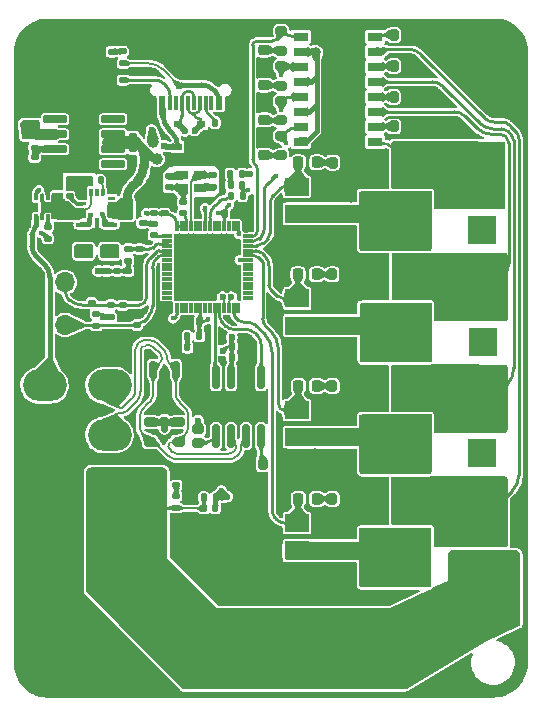
<source format=gtl>
%TF.GenerationSoftware,KiCad,Pcbnew,(7.0.0)*%
%TF.CreationDate,2023-06-13T01:41:46+01:00*%
%TF.ProjectId,flintandsteel,666c696e-7461-46e6-9473-7465656c2e6b,rev?*%
%TF.SameCoordinates,Original*%
%TF.FileFunction,Copper,L1,Top*%
%TF.FilePolarity,Positive*%
%FSLAX46Y46*%
G04 Gerber Fmt 4.6, Leading zero omitted, Abs format (unit mm)*
G04 Created by KiCad (PCBNEW (7.0.0)) date 2023-06-13 01:41:46*
%MOMM*%
%LPD*%
G01*
G04 APERTURE LIST*
G04 Aperture macros list*
%AMRoundRect*
0 Rectangle with rounded corners*
0 $1 Rounding radius*
0 $2 $3 $4 $5 $6 $7 $8 $9 X,Y pos of 4 corners*
0 Add a 4 corners polygon primitive as box body*
4,1,4,$2,$3,$4,$5,$6,$7,$8,$9,$2,$3,0*
0 Add four circle primitives for the rounded corners*
1,1,$1+$1,$2,$3*
1,1,$1+$1,$4,$5*
1,1,$1+$1,$6,$7*
1,1,$1+$1,$8,$9*
0 Add four rect primitives between the rounded corners*
20,1,$1+$1,$2,$3,$4,$5,0*
20,1,$1+$1,$4,$5,$6,$7,0*
20,1,$1+$1,$6,$7,$8,$9,0*
20,1,$1+$1,$8,$9,$2,$3,0*%
%AMFreePoly0*
4,1,14,0.243536,0.153536,0.378536,0.018535,0.380000,0.014998,0.380000,-0.150000,0.378536,-0.153536,0.375000,-0.155000,-0.250000,-0.155000,-0.253536,-0.153536,-0.255000,-0.150000,-0.255000,0.150000,-0.253536,0.153536,-0.250000,0.155000,0.240000,0.155001,0.243536,0.153536,0.243536,0.153536,$1*%
%AMFreePoly1*
4,1,13,0.378536,0.153536,0.380000,0.150000,0.380000,-0.150000,0.378536,-0.153536,0.375000,-0.155000,-0.250000,-0.155000,-0.253536,-0.153536,-0.255000,-0.150000,-0.255000,0.150000,-0.253536,0.153536,-0.250000,0.155000,0.375000,0.155000,0.378536,0.153536,0.378536,0.153536,$1*%
%AMFreePoly2*
4,1,13,0.203536,0.278536,0.205000,0.275000,0.205000,-0.350000,0.203536,-0.353536,0.200000,-0.355000,-0.100000,-0.355000,-0.103536,-0.353536,-0.105000,-0.350000,-0.105000,0.275000,-0.103536,0.278536,-0.100000,0.280000,0.200000,0.280000,0.203536,0.278536,0.203536,0.278536,$1*%
%AMFreePoly3*
4,1,20,0.500200,0.279502,0.501490,0.279336,0.602490,0.221336,0.602905,0.220797,0.603536,0.220536,0.604033,0.219333,0.604827,0.218305,0.604739,0.217629,0.605000,0.217000,0.605000,-0.350000,0.603536,-0.353536,0.600000,-0.355000,-0.200000,-0.355000,-0.203536,-0.353536,-0.205000,-0.350000,-0.205000,0.275000,-0.203536,0.278536,-0.200000,0.280000,0.499000,0.280000,0.500200,0.279502,
0.500200,0.279502,$1*%
%AMFreePoly4*
4,1,20,0.453536,0.128536,0.455000,0.125000,0.455000,-0.225000,0.453536,-0.228536,0.450000,-0.230000,-0.074000,-0.230000,-0.075201,-0.229502,-0.076490,-0.229336,-0.177490,-0.171336,-0.177905,-0.170797,-0.178536,-0.170536,-0.179033,-0.169333,-0.179827,-0.168305,-0.179739,-0.167629,-0.180000,-0.167000,-0.180000,0.125000,-0.178536,0.128536,-0.175000,0.130000,0.450000,0.130000,0.453536,0.128536,
0.453536,0.128536,$1*%
%AMFreePoly5*
4,1,13,0.453536,0.178536,0.455000,0.175000,0.455000,-0.175000,0.453536,-0.178536,0.450000,-0.180000,-0.175000,-0.180000,-0.178536,-0.178536,-0.180000,-0.175000,-0.180000,0.175000,-0.178536,0.178536,-0.175000,0.180000,0.450000,0.180000,0.453536,0.178536,0.453536,0.178536,$1*%
%AMFreePoly6*
4,1,20,0.453536,0.128536,0.455000,0.125000,0.455000,-0.225000,0.453536,-0.228536,0.450000,-0.230000,-0.175000,-0.230000,-0.178536,-0.228536,-0.180000,-0.225000,-0.180000,0.067000,-0.179739,0.067629,-0.179827,0.068305,-0.179033,0.069333,-0.178536,0.070536,-0.177905,0.070797,-0.177490,0.071336,-0.076490,0.129336,-0.075201,0.129502,-0.074000,0.130000,0.450000,0.130000,0.453536,0.128536,
0.453536,0.128536,$1*%
%AMFreePoly7*
4,1,20,0.403536,0.253536,0.405000,0.250000,0.405000,-0.317000,0.404739,-0.317629,0.404827,-0.318305,0.404033,-0.319333,0.403536,-0.320536,0.402905,-0.320797,0.402490,-0.321336,0.301490,-0.379336,0.300200,-0.379502,0.299000,-0.380000,-0.400000,-0.380000,-0.403536,-0.378536,-0.405000,-0.375000,-0.405000,0.250000,-0.403536,0.253536,-0.400000,0.255000,0.400000,0.255000,0.403536,0.253536,
0.403536,0.253536,$1*%
%AMFreePoly8*
4,1,13,0.203536,0.253536,0.205000,0.250000,0.205000,-0.375000,0.203536,-0.378536,0.200000,-0.380000,-0.100000,-0.380000,-0.103536,-0.378536,-0.105000,-0.375000,-0.105000,0.250000,-0.103536,0.253536,-0.100000,0.255000,0.200000,0.255000,0.203536,0.253536,0.203536,0.253536,$1*%
G04 Aperture macros list end*
%TA.AperFunction,SMDPad,CuDef*%
%ADD10RoundRect,0.225000X-0.250000X0.225000X-0.250000X-0.225000X0.250000X-0.225000X0.250000X0.225000X0*%
%TD*%
%TA.AperFunction,ComponentPad*%
%ADD11R,1.700000X1.700000*%
%TD*%
%TA.AperFunction,ComponentPad*%
%ADD12O,1.700000X1.700000*%
%TD*%
%TA.AperFunction,SMDPad,CuDef*%
%ADD13RoundRect,0.218750X-0.256250X0.218750X-0.256250X-0.218750X0.256250X-0.218750X0.256250X0.218750X0*%
%TD*%
%TA.AperFunction,SMDPad,CuDef*%
%ADD14RoundRect,0.135000X0.185000X-0.135000X0.185000X0.135000X-0.185000X0.135000X-0.185000X-0.135000X0*%
%TD*%
%TA.AperFunction,SMDPad,CuDef*%
%ADD15R,0.950000X1.000000*%
%TD*%
%TA.AperFunction,SMDPad,CuDef*%
%ADD16R,3.200000X4.900000*%
%TD*%
%TA.AperFunction,SMDPad,CuDef*%
%ADD17RoundRect,0.140000X0.170000X-0.140000X0.170000X0.140000X-0.170000X0.140000X-0.170000X-0.140000X0*%
%TD*%
%TA.AperFunction,ComponentPad*%
%ADD18R,2.400000X2.400000*%
%TD*%
%TA.AperFunction,ComponentPad*%
%ADD19C,2.400000*%
%TD*%
%TA.AperFunction,SMDPad,CuDef*%
%ADD20RoundRect,0.140000X-0.170000X0.140000X-0.170000X-0.140000X0.170000X-0.140000X0.170000X0.140000X0*%
%TD*%
%TA.AperFunction,SMDPad,CuDef*%
%ADD21RoundRect,0.135000X-0.135000X-0.185000X0.135000X-0.185000X0.135000X0.185000X-0.135000X0.185000X0*%
%TD*%
%TA.AperFunction,SMDPad,CuDef*%
%ADD22RoundRect,0.218750X0.218750X0.256250X-0.218750X0.256250X-0.218750X-0.256250X0.218750X-0.256250X0*%
%TD*%
%TA.AperFunction,ComponentPad*%
%ADD23C,5.600000*%
%TD*%
%TA.AperFunction,SMDPad,CuDef*%
%ADD24RoundRect,0.135000X0.135000X0.185000X-0.135000X0.185000X-0.135000X-0.185000X0.135000X-0.185000X0*%
%TD*%
%TA.AperFunction,SMDPad,CuDef*%
%ADD25RoundRect,0.140000X-0.140000X-0.170000X0.140000X-0.170000X0.140000X0.170000X-0.140000X0.170000X0*%
%TD*%
%TA.AperFunction,SMDPad,CuDef*%
%ADD26R,0.900000X0.800000*%
%TD*%
%TA.AperFunction,SMDPad,CuDef*%
%ADD27R,2.000000X1.500000*%
%TD*%
%TA.AperFunction,SMDPad,CuDef*%
%ADD28R,2.000000X3.800000*%
%TD*%
%TA.AperFunction,SMDPad,CuDef*%
%ADD29RoundRect,0.200000X-0.200000X-0.275000X0.200000X-0.275000X0.200000X0.275000X-0.200000X0.275000X0*%
%TD*%
%TA.AperFunction,SMDPad,CuDef*%
%ADD30RoundRect,0.147500X0.172500X-0.147500X0.172500X0.147500X-0.172500X0.147500X-0.172500X-0.147500X0*%
%TD*%
%TA.AperFunction,SMDPad,CuDef*%
%ADD31RoundRect,0.200000X-0.275000X0.200000X-0.275000X-0.200000X0.275000X-0.200000X0.275000X0.200000X0*%
%TD*%
%TA.AperFunction,SMDPad,CuDef*%
%ADD32RoundRect,0.218750X-0.218750X-0.381250X0.218750X-0.381250X0.218750X0.381250X-0.218750X0.381250X0*%
%TD*%
%TA.AperFunction,SMDPad,CuDef*%
%ADD33RoundRect,0.135000X-0.185000X0.135000X-0.185000X-0.135000X0.185000X-0.135000X0.185000X0.135000X0*%
%TD*%
%TA.AperFunction,SMDPad,CuDef*%
%ADD34RoundRect,0.006600X-0.398400X-0.103400X0.398400X-0.103400X0.398400X0.103400X-0.398400X0.103400X0*%
%TD*%
%TA.AperFunction,SMDPad,CuDef*%
%ADD35RoundRect,0.022000X-0.088000X-0.383000X0.088000X-0.383000X0.088000X0.383000X-0.088000X0.383000X0*%
%TD*%
%TA.AperFunction,SMDPad,CuDef*%
%ADD36R,4.000000X4.000000*%
%TD*%
%TA.AperFunction,SMDPad,CuDef*%
%ADD37RoundRect,0.147500X0.147500X0.172500X-0.147500X0.172500X-0.147500X-0.172500X0.147500X-0.172500X0*%
%TD*%
%TA.AperFunction,SMDPad,CuDef*%
%ADD38RoundRect,0.200000X0.275000X-0.200000X0.275000X0.200000X-0.275000X0.200000X-0.275000X-0.200000X0*%
%TD*%
%TA.AperFunction,SMDPad,CuDef*%
%ADD39R,0.700000X1.000000*%
%TD*%
%TA.AperFunction,SMDPad,CuDef*%
%ADD40R,0.700000X0.600000*%
%TD*%
%TA.AperFunction,SMDPad,CuDef*%
%ADD41RoundRect,0.200000X0.200000X0.275000X-0.200000X0.275000X-0.200000X-0.275000X0.200000X-0.275000X0*%
%TD*%
%TA.AperFunction,SMDPad,CuDef*%
%ADD42R,1.300000X0.800000*%
%TD*%
%TA.AperFunction,SMDPad,CuDef*%
%ADD43RoundRect,0.140000X0.140000X0.170000X-0.140000X0.170000X-0.140000X-0.170000X0.140000X-0.170000X0*%
%TD*%
%TA.AperFunction,SMDPad,CuDef*%
%ADD44RoundRect,0.042000X0.943000X0.258000X-0.943000X0.258000X-0.943000X-0.258000X0.943000X-0.258000X0*%
%TD*%
%TA.AperFunction,SMDPad,CuDef*%
%ADD45R,2.150000X2.150000*%
%TD*%
%TA.AperFunction,SMDPad,CuDef*%
%ADD46RoundRect,0.147500X-0.172500X0.147500X-0.172500X-0.147500X0.172500X-0.147500X0.172500X0.147500X0*%
%TD*%
%TA.AperFunction,SMDPad,CuDef*%
%ADD47RoundRect,0.150000X-0.150000X0.587500X-0.150000X-0.587500X0.150000X-0.587500X0.150000X0.587500X0*%
%TD*%
%TA.AperFunction,SMDPad,CuDef*%
%ADD48RoundRect,0.150000X-0.150000X0.825000X-0.150000X-0.825000X0.150000X-0.825000X0.150000X0.825000X0*%
%TD*%
%TA.AperFunction,SMDPad,CuDef*%
%ADD49R,0.300000X0.475000*%
%TD*%
%TA.AperFunction,SMDPad,CuDef*%
%ADD50R,0.600000X1.160000*%
%TD*%
%TA.AperFunction,SMDPad,CuDef*%
%ADD51R,0.300000X1.160000*%
%TD*%
%TA.AperFunction,ComponentPad*%
%ADD52O,0.900000X2.000000*%
%TD*%
%TA.AperFunction,ComponentPad*%
%ADD53O,0.900000X1.700000*%
%TD*%
%TA.AperFunction,ComponentPad*%
%ADD54RoundRect,0.250001X1.599999X-1.099999X1.599999X1.099999X-1.599999X1.099999X-1.599999X-1.099999X0*%
%TD*%
%TA.AperFunction,ComponentPad*%
%ADD55O,3.700000X2.700000*%
%TD*%
%TA.AperFunction,SMDPad,CuDef*%
%ADD56C,1.000000*%
%TD*%
%TA.AperFunction,SMDPad,CuDef*%
%ADD57FreePoly0,270.000000*%
%TD*%
%TA.AperFunction,SMDPad,CuDef*%
%ADD58FreePoly1,270.000000*%
%TD*%
%TA.AperFunction,SMDPad,CuDef*%
%ADD59FreePoly2,270.000000*%
%TD*%
%TA.AperFunction,SMDPad,CuDef*%
%ADD60FreePoly3,270.000000*%
%TD*%
%TA.AperFunction,SMDPad,CuDef*%
%ADD61FreePoly4,270.000000*%
%TD*%
%TA.AperFunction,SMDPad,CuDef*%
%ADD62FreePoly5,270.000000*%
%TD*%
%TA.AperFunction,SMDPad,CuDef*%
%ADD63FreePoly6,270.000000*%
%TD*%
%TA.AperFunction,SMDPad,CuDef*%
%ADD64FreePoly7,270.000000*%
%TD*%
%TA.AperFunction,SMDPad,CuDef*%
%ADD65FreePoly8,270.000000*%
%TD*%
%TA.AperFunction,ViaPad*%
%ADD66C,0.450000*%
%TD*%
%TA.AperFunction,ViaPad*%
%ADD67C,0.600000*%
%TD*%
%TA.AperFunction,ViaPad*%
%ADD68C,1.000000*%
%TD*%
%TA.AperFunction,ViaPad*%
%ADD69C,0.800000*%
%TD*%
%TA.AperFunction,ViaPad*%
%ADD70C,0.700000*%
%TD*%
%TA.AperFunction,ViaPad*%
%ADD71C,0.650000*%
%TD*%
%TA.AperFunction,Conductor*%
%ADD72C,0.250000*%
%TD*%
%TA.AperFunction,Conductor*%
%ADD73C,0.400000*%
%TD*%
%TA.AperFunction,Conductor*%
%ADD74C,0.200000*%
%TD*%
%TA.AperFunction,Conductor*%
%ADD75C,0.261112*%
%TD*%
%TA.AperFunction,Conductor*%
%ADD76C,0.220000*%
%TD*%
%TA.AperFunction,Conductor*%
%ADD77C,0.360000*%
%TD*%
%TA.AperFunction,Conductor*%
%ADD78C,0.600000*%
%TD*%
%TA.AperFunction,Conductor*%
%ADD79C,1.000000*%
%TD*%
%TA.AperFunction,Conductor*%
%ADD80C,0.150000*%
%TD*%
%TA.AperFunction,Conductor*%
%ADD81C,0.310000*%
%TD*%
%TA.AperFunction,Conductor*%
%ADD82C,0.900000*%
%TD*%
%TA.AperFunction,Conductor*%
%ADD83C,0.800000*%
%TD*%
%TA.AperFunction,Conductor*%
%ADD84C,1.100000*%
%TD*%
%TA.AperFunction,Conductor*%
%ADD85C,0.500000*%
%TD*%
G04 APERTURE END LIST*
D10*
%TO.P,C21,1*%
%TO.N,/Power/BBIN*%
X110700376Y-83793856D03*
%TO.P,C21,2*%
%TO.N,GND*%
X110700376Y-85343856D03*
%TD*%
D11*
%TO.P,BOOTJUMPER1,1,Pin_1*%
%TO.N,GND*%
X107998999Y-93191999D03*
D12*
%TO.P,BOOTJUMPER1,2,Pin_2*%
%TO.N,/BOOT*%
X110538999Y-93191999D03*
%TD*%
D13*
%TO.P,D9,1,K*%
%TO.N,GND*%
X127410000Y-71305000D03*
%TO.P,D9,2,A*%
%TO.N,Net-(D9-A)*%
X127410000Y-72880000D03*
%TD*%
D14*
%TO.P,R13,1*%
%TO.N,VBUS*%
X115460000Y-71050000D03*
%TO.P,R13,2*%
%TO.N,Net-(USBLED1-A)*%
X115460000Y-70030000D03*
%TD*%
D15*
%TO.P,D7,1,A*%
%TO.N,Net-(J4-Pin_2)*%
X139037999Y-89413999D03*
%TO.P,D7,2,A*%
X140977999Y-89413999D03*
D16*
%TO.P,D7,3,K*%
%TO.N,Net-(D7-K)*%
X140007999Y-93763999D03*
%TD*%
D17*
%TO.P,C7,1*%
%TO.N,+3V3*%
X118062000Y-83743001D03*
%TO.P,C7,2*%
%TO.N,GND*%
X118062000Y-82783001D03*
%TD*%
D18*
%TO.P,J5,1,Pin_1*%
%TO.N,/DeployV*%
X145883298Y-104067358D03*
D19*
%TO.P,J5,2,Pin_2*%
%TO.N,Net-(J5-Pin_2)*%
X145883299Y-100567359D03*
%TD*%
D20*
%TO.P,C5,1*%
%TO.N,+3V3*%
X115904000Y-88619000D03*
%TO.P,C5,2*%
%TO.N,GND*%
X115904000Y-89579000D03*
%TD*%
D21*
%TO.P,R4,1*%
%TO.N,Net-(3V3LED1-A)*%
X120900000Y-94150178D03*
%TO.P,R4,2*%
%TO.N,+3V3*%
X121920000Y-94150178D03*
%TD*%
D22*
%TO.P,Firing4,1,K*%
%TO.N,Net-(Firing4-K)*%
X131871500Y-107926911D03*
%TO.P,Firing4,2,A*%
%TO.N,/Nuke 4*%
X130296500Y-107926911D03*
%TD*%
D23*
%TO.P,H3,1,1*%
%TO.N,GND*%
X109200000Y-70200000D03*
%TD*%
D24*
%TO.P,R6,1*%
%TO.N,/TXD*%
X125590000Y-82280000D03*
%TO.P,R6,2*%
%TO.N,Net-(U1-U0TXD{slash}PROG{slash}GPIO43)*%
X124570000Y-82280000D03*
%TD*%
D22*
%TO.P,Firing1,1,K*%
%TO.N,Net-(Firing1-K)*%
X131883000Y-79430000D03*
%TO.P,Firing1,2,A*%
%TO.N,/Nuke 1*%
X130308000Y-79430000D03*
%TD*%
D14*
%TO.P,R14,1*%
%TO.N,VBUS*%
X109115999Y-85883001D03*
%TO.P,R14,2*%
%TO.N,Net-(U3-ST)*%
X109115999Y-84863001D03*
%TD*%
D20*
%TO.P,C12,1*%
%TO.N,Net-(C12-Pad1)*%
X118057000Y-84604001D03*
%TO.P,C12,2*%
%TO.N,Net-(U1-LNA_IN{slash}RF)*%
X118057000Y-85564001D03*
%TD*%
D14*
%TO.P,R1,1*%
%TO.N,+3V3*%
X114447000Y-92509000D03*
%TO.P,R1,2*%
%TO.N,/CHIP_PU*%
X114447000Y-91489000D03*
%TD*%
D25*
%TO.P,C16,1*%
%TO.N,+3V3*%
X124686000Y-95016000D03*
%TO.P,C16,2*%
%TO.N,GND*%
X125646000Y-95016000D03*
%TD*%
D26*
%TO.P,Y1,1,1*%
%TO.N,Net-(C14-Pad1)*%
X120525999Y-81576999D03*
%TO.P,Y1,2,2*%
%TO.N,GND*%
X121925999Y-81576999D03*
%TO.P,Y1,3,3*%
%TO.N,Net-(U1-XTAL_N)*%
X121925999Y-80476999D03*
%TO.P,Y1,4,4*%
%TO.N,GND*%
X120525999Y-80476999D03*
%TD*%
D18*
%TO.P,J4,1,Pin_1*%
%TO.N,/DeployV*%
X145909698Y-94613137D03*
D19*
%TO.P,J4,2,Pin_2*%
%TO.N,Net-(J4-Pin_2)*%
X145909699Y-91113138D03*
%TD*%
D27*
%TO.P,Q3,1,G*%
%TO.N,/Nuke 3*%
X130186605Y-100398222D03*
%TO.P,Q3,2,D*%
%TO.N,Net-(D4-K)*%
X130186605Y-102698222D03*
%TO.P,Q3,3,S*%
%TO.N,GND*%
X130186605Y-104998222D03*
D28*
%TO.P,Q3,4,D*%
%TO.N,Net-(D4-K)*%
X136486605Y-102698222D03*
%TD*%
D22*
%TO.P,Firing3,1,K*%
%TO.N,Net-(Firing3-K)*%
X131872500Y-98355000D03*
%TO.P,Firing3,2,A*%
%TO.N,/Nuke 3*%
X130297500Y-98355000D03*
%TD*%
D29*
%TO.P,R29,1*%
%TO.N,Net-(R29-Pad1)*%
X138385773Y-68622580D03*
%TO.P,R29,2*%
%TO.N,GND*%
X140035773Y-68622580D03*
%TD*%
%TO.P,R18,1*%
%TO.N,Net-(Firing1-K)*%
X133210500Y-79440000D03*
%TO.P,R18,2*%
%TO.N,GND*%
X134860500Y-79440000D03*
%TD*%
%TO.P,R24,1*%
%TO.N,Net-(Firing3-K)*%
X133199999Y-98364999D03*
%TO.P,R24,2*%
%TO.N,GND*%
X134849999Y-98364999D03*
%TD*%
D30*
%TO.P,L1,1,1*%
%TO.N,+3V3*%
X115905000Y-87744000D03*
%TO.P,L1,2,2*%
%TO.N,Net-(C6-Pad1)*%
X115905000Y-86774000D03*
%TD*%
D17*
%TO.P,C22,1*%
%TO.N,/Power/BIAS*%
X110976000Y-82270999D03*
%TO.P,C22,2*%
%TO.N,GND*%
X110976000Y-81310999D03*
%TD*%
D23*
%TO.P,H2,1,1*%
%TO.N,GND*%
X109200000Y-121800000D03*
%TD*%
D31*
%TO.P,R27,1*%
%TO.N,/Cont 4*%
X128870000Y-68307500D03*
%TO.P,R27,2*%
%TO.N,Net-(D10-A)*%
X128870000Y-69957500D03*
%TD*%
D32*
%TO.P,L3,1,1*%
%TO.N,/Power/LX1*%
X112181066Y-86948961D03*
%TO.P,L3,2,2*%
%TO.N,/Power/LX2*%
X114306066Y-86948961D03*
%TD*%
D14*
%TO.P,R5,1*%
%TO.N,GND*%
X117127000Y-85577001D03*
%TO.P,R5,2*%
%TO.N,Net-(C12-Pad1)*%
X117127000Y-84557001D03*
%TD*%
D20*
%TO.P,C27,1*%
%TO.N,GND*%
X107060020Y-75327999D03*
%TO.P,C27,2*%
%TO.N,+3V3*%
X107060020Y-76287999D03*
%TD*%
D13*
%TO.P,D10,1,K*%
%TO.N,GND*%
X127410000Y-68345000D03*
%TO.P,D10,2,A*%
%TO.N,Net-(D10-A)*%
X127410000Y-69920000D03*
%TD*%
D33*
%TO.P,R16,1*%
%TO.N,+3V3*%
X107978814Y-77148777D03*
%TO.P,R16,2*%
%TO.N,/Power/FBIn*%
X107978814Y-78168777D03*
%TD*%
D22*
%TO.P,Firing2,1,K*%
%TO.N,Net-(Firing2-K)*%
X131859000Y-88903000D03*
%TO.P,Firing2,2,A*%
%TO.N,/Nuke 2*%
X130284000Y-88903000D03*
%TD*%
D33*
%TO.P,R30,1*%
%TO.N,/DeployV_SNS*%
X124220000Y-107715000D03*
%TO.P,R30,2*%
%TO.N,GND*%
X124220000Y-108735000D03*
%TD*%
D15*
%TO.P,D3,1,A*%
%TO.N,Net-(J3-Pin_2)*%
X139011696Y-79959999D03*
%TO.P,D3,2,A*%
X140951696Y-79959999D03*
D16*
%TO.P,D3,3,K*%
%TO.N,Net-(D3-K)*%
X139981696Y-84309999D03*
%TD*%
D34*
%TO.P,U1,1,LNA_IN/RF*%
%TO.N,Net-(U1-LNA_IN{slash}RF)*%
X119181000Y-85687000D03*
%TO.P,U1,2,VDD3P3*%
%TO.N,Net-(C6-Pad1)*%
X119181000Y-86087000D03*
%TO.P,U1,3,VDD3P3*%
X119181000Y-86487000D03*
%TO.P,U1,4,CHIP_PU/RESET*%
%TO.N,/CHIP_PU*%
X119181000Y-86887000D03*
%TO.P,U1,5,GPIO0/BOOT*%
%TO.N,/BOOT*%
X119181000Y-87287000D03*
%TO.P,U1,6,GPIO1/ADC1_CH0*%
%TO.N,unconnected-(U1-GPIO1{slash}ADC1_CH0-Pad6)*%
X119181000Y-87687000D03*
%TO.P,U1,7,GPIO2/ADC1_CH1*%
%TO.N,unconnected-(U1-GPIO2{slash}ADC1_CH1-Pad7)*%
X119181000Y-88087000D03*
%TO.P,U1,8,GPIO3/ADC1_CH2*%
%TO.N,unconnected-(U1-GPIO3{slash}ADC1_CH2-Pad8)*%
X119181000Y-88487000D03*
%TO.P,U1,9,GPIO4/ADC1_CH3*%
%TO.N,unconnected-(U1-GPIO4{slash}ADC1_CH3-Pad9)*%
X119181000Y-88887000D03*
%TO.P,U1,10,GPIO5/ADC1_CH4*%
%TO.N,unconnected-(U1-GPIO5{slash}ADC1_CH4-Pad10)*%
X119181000Y-89287000D03*
%TO.P,U1,11,GPIO6/ADC1_CH5*%
%TO.N,unconnected-(U1-GPIO6{slash}ADC1_CH5-Pad11)*%
X119181000Y-89687000D03*
%TO.P,U1,12,GPIO7/ADC1_CH6*%
%TO.N,unconnected-(U1-GPIO7{slash}ADC1_CH6-Pad12)*%
X119181000Y-90087000D03*
%TO.P,U1,13,GPIO8/ADC1_CH7*%
%TO.N,unconnected-(U1-GPIO8{slash}ADC1_CH7-Pad13)*%
X119181000Y-90487000D03*
%TO.P,U1,14,GPIO9/ADC1_CH8*%
%TO.N,unconnected-(U1-GPIO9{slash}ADC1_CH8-Pad14)*%
X119181000Y-90887000D03*
D35*
%TO.P,U1,15,GPIO10/ADC1_CH9*%
%TO.N,/DeployV_SNS*%
X120026000Y-91732000D03*
%TO.P,U1,16,GPIO11/ADC2_CH0*%
%TO.N,unconnected-(U1-GPIO11{slash}ADC2_CH0-Pad16)*%
X120426000Y-91732000D03*
%TO.P,U1,17,GPIO12/ADC2_CH1*%
%TO.N,unconnected-(U1-GPIO12{slash}ADC2_CH1-Pad17)*%
X120826000Y-91732000D03*
%TO.P,U1,18,GPIO13/ADC2_CH2*%
%TO.N,unconnected-(U1-GPIO13{slash}ADC2_CH2-Pad18)*%
X121226000Y-91732000D03*
%TO.P,U1,19,GPIO14/ADC2_CH3*%
%TO.N,unconnected-(U1-GPIO14{slash}ADC2_CH3-Pad19)*%
X121626000Y-91732000D03*
%TO.P,U1,20,VDD3P3_RTC*%
%TO.N,+3V3*%
X122026000Y-91732000D03*
%TO.P,U1,21,GPIO15/ADC2_CH4/XTAL_32K_P*%
%TO.N,unconnected-(U1-GPIO15{slash}ADC2_CH4{slash}XTAL_32K_P-Pad21)*%
X122426000Y-91732000D03*
%TO.P,U1,22,GPIO16/ADC2_CH5/XTAL_32K_N*%
%TO.N,unconnected-(U1-GPIO16{slash}ADC2_CH5{slash}XTAL_32K_N-Pad22)*%
X122826000Y-91732000D03*
%TO.P,U1,23,GPIO17/ADC2_CH6/DAC_2*%
%TO.N,/CAN_RX*%
X123226000Y-91732000D03*
%TO.P,U1,24,GPIO18/ADC2_CH7/DAC_1*%
%TO.N,/CAN_TX*%
X123626000Y-91732000D03*
%TO.P,U1,25,GPIO19/USB_D-/ADC2_CH8*%
%TO.N,/Data-*%
X124026000Y-91732000D03*
%TO.P,U1,26,GPIO20/USB_D+/ADC2_CH9*%
%TO.N,/Data+*%
X124426000Y-91732000D03*
%TO.P,U1,27,GPIO21*%
%TO.N,/Nuke 4*%
X124826000Y-91732000D03*
%TO.P,U1,28,SPI_CS1/GPIO26*%
%TO.N,unconnected-(U1-SPI_CS1{slash}GPIO26-Pad28)*%
X125226000Y-91732000D03*
D34*
%TO.P,U1,29,VDD_SPI*%
%TO.N,unconnected-(U1-VDD_SPI-Pad29)*%
X126071000Y-90887000D03*
%TO.P,U1,30,SPIHD/GPIO27*%
%TO.N,unconnected-(U1-SPIHD{slash}GPIO27-Pad30)*%
X126071000Y-90487000D03*
%TO.P,U1,31,SPIWP/GPIO28*%
%TO.N,unconnected-(U1-SPIWP{slash}GPIO28-Pad31)*%
X126071000Y-90087000D03*
%TO.P,U1,32,SPICS0/GPIO29*%
%TO.N,unconnected-(U1-SPICS0{slash}GPIO29-Pad32)*%
X126071000Y-89687000D03*
%TO.P,U1,33,SPICLK/GPIO30*%
%TO.N,unconnected-(U1-SPICLK{slash}GPIO30-Pad33)*%
X126071000Y-89287000D03*
%TO.P,U1,34,SPIQ/GPIO31*%
%TO.N,unconnected-(U1-SPIQ{slash}GPIO31-Pad34)*%
X126071000Y-88887000D03*
%TO.P,U1,35,SPID/GPIO32*%
%TO.N,unconnected-(U1-SPID{slash}GPIO32-Pad35)*%
X126071000Y-88487000D03*
%TO.P,U1,36,SPICLK_N/GPIO48*%
%TO.N,unconnected-(U1-SPICLK_N{slash}GPIO48-Pad36)*%
X126071000Y-88087000D03*
%TO.P,U1,37,SPICLK_P/GPIO47*%
%TO.N,/Cont 2*%
X126071000Y-87687000D03*
%TO.P,U1,38,GPIO33*%
%TO.N,/Nuke 3*%
X126071000Y-87287000D03*
%TO.P,U1,39,GPIO34*%
%TO.N,/Nuke 2*%
X126071000Y-86887000D03*
%TO.P,U1,40,GPIO35*%
%TO.N,/Nuke 1*%
X126071000Y-86487000D03*
%TO.P,U1,41,GPIO36*%
%TO.N,/Cont 1*%
X126071000Y-86087000D03*
%TO.P,U1,42,GPIO37*%
%TO.N,/Cont 4*%
X126071000Y-85687000D03*
D35*
%TO.P,U1,43,GPIO38*%
%TO.N,/Cont 3*%
X125226000Y-84842000D03*
%TO.P,U1,44,MTCK/JTAG/GPIO39*%
%TO.N,unconnected-(U1-MTCK{slash}JTAG{slash}GPIO39-Pad44)*%
X124826000Y-84842000D03*
%TO.P,U1,45,MTDO/JTAG/GPIO40*%
%TO.N,unconnected-(U1-MTDO{slash}JTAG{slash}GPIO40-Pad45)*%
X124426000Y-84842000D03*
%TO.P,U1,46,VDD3P3_CPU*%
%TO.N,+3V3*%
X124026000Y-84842000D03*
%TO.P,U1,47,MTDI/JTAG/GPIO41*%
%TO.N,unconnected-(U1-MTDI{slash}JTAG{slash}GPIO41-Pad47)*%
X123626000Y-84842000D03*
%TO.P,U1,48,MTMS/JTAG/GPIO42*%
%TO.N,unconnected-(U1-MTMS{slash}JTAG{slash}GPIO42-Pad48)*%
X123226000Y-84842000D03*
%TO.P,U1,49,U0TXD/PROG/GPIO43*%
%TO.N,Net-(U1-U0TXD{slash}PROG{slash}GPIO43)*%
X122826000Y-84842000D03*
%TO.P,U1,50,U0RXD/PROG/GPIO44*%
%TO.N,/RXD*%
X122426000Y-84842000D03*
%TO.P,U1,51,GPIO45*%
%TO.N,unconnected-(U1-GPIO45-Pad51)*%
X122026000Y-84842000D03*
%TO.P,U1,52,GPIO46*%
%TO.N,unconnected-(U1-GPIO46-Pad52)*%
X121626000Y-84842000D03*
%TO.P,U1,53,XTAL_N*%
%TO.N,Net-(U1-XTAL_N)*%
X121226000Y-84842000D03*
%TO.P,U1,54,XTAL_P*%
%TO.N,Net-(U1-XTAL_P)*%
X120826000Y-84842000D03*
%TO.P,U1,55,VDDA*%
%TO.N,+3V3*%
X120426000Y-84842000D03*
%TO.P,U1,56,VDDA*%
X120026000Y-84842000D03*
D36*
%TO.P,U1,57,GND*%
%TO.N,GND*%
X122625999Y-88286999D03*
%TD*%
D31*
%TO.P,R20,1*%
%TO.N,/Cont 1*%
X128869000Y-77191000D03*
%TO.P,R20,2*%
%TO.N,Net-(D5-A)*%
X128869000Y-78841000D03*
%TD*%
D20*
%TO.P,C2,1*%
%TO.N,/CHIP_PU*%
X115432000Y-91534000D03*
%TO.P,C2,2*%
%TO.N,GND*%
X115432000Y-92494000D03*
%TD*%
%TO.P,C24,1*%
%TO.N,/Power/BBOUT*%
X116325001Y-78331000D03*
%TO.P,C24,2*%
%TO.N,GND*%
X116325001Y-79291000D03*
%TD*%
D17*
%TO.P,C3,1*%
%TO.N,/CHIP_PU*%
X112813000Y-91333000D03*
%TO.P,C3,2*%
%TO.N,GND*%
X112813000Y-90373000D03*
%TD*%
D20*
%TO.P,C4,1*%
%TO.N,+3V3*%
X114984000Y-88618000D03*
%TO.P,C4,2*%
%TO.N,GND*%
X114984000Y-89578000D03*
%TD*%
D29*
%TO.P,R23,1*%
%TO.N,Net-(R23-Pad1)*%
X138369773Y-73890580D03*
%TO.P,R23,2*%
%TO.N,GND*%
X140019773Y-73890580D03*
%TD*%
D30*
%TO.P,L2,1,1*%
%TO.N,Net-(U1-XTAL_P)*%
X120566000Y-83742001D03*
%TO.P,L2,2,2*%
%TO.N,Net-(C14-Pad1)*%
X120566000Y-82772001D03*
%TD*%
D21*
%TO.P,R11,1*%
%TO.N,Net-(J2-CC1)*%
X123250000Y-76050000D03*
%TO.P,R11,2*%
%TO.N,GND*%
X124270000Y-76050000D03*
%TD*%
D24*
%TO.P,R15,1*%
%TO.N,/Power/SEL*%
X113566002Y-80931000D03*
%TO.P,R15,2*%
%TO.N,GND*%
X112546002Y-80931000D03*
%TD*%
D14*
%TO.P,R36,1*%
%TO.N,/DeployV*%
X119978627Y-108670427D03*
%TO.P,R36,2*%
%TO.N,Net-(16VLED1-A)*%
X119978627Y-107650427D03*
%TD*%
D37*
%TO.P,TXLED1,1,K*%
%TO.N,/TXD*%
X125555000Y-81340000D03*
%TO.P,TXLED1,2,A*%
%TO.N,Net-(TXLED1-A)*%
X124585000Y-81340000D03*
%TD*%
D29*
%TO.P,R28,1*%
%TO.N,Net-(R28-Pad1)*%
X138378773Y-71266580D03*
%TO.P,R28,2*%
%TO.N,GND*%
X140028773Y-71266580D03*
%TD*%
D38*
%TO.P,JP1,1,A*%
%TO.N,/CAN-BUS/Vref*%
X121817000Y-103145000D03*
%TO.P,JP1,2,B*%
%TO.N,Net-(JP1-B)*%
X121817000Y-102040000D03*
%TD*%
D29*
%TO.P,R19,1*%
%TO.N,Net-(Firing2-K)*%
X133186499Y-88912999D03*
%TO.P,R19,2*%
%TO.N,GND*%
X134836499Y-88912999D03*
%TD*%
D20*
%TO.P,C1,1*%
%TO.N,+3V3*%
X114060000Y-88618000D03*
%TO.P,C1,2*%
%TO.N,GND*%
X114060000Y-89578000D03*
%TD*%
D10*
%TO.P,C23,1*%
%TO.N,/Power/BBOUT*%
X115771000Y-83606000D03*
%TO.P,C23,2*%
%TO.N,GND*%
X115771000Y-85156000D03*
%TD*%
D33*
%TO.P,R17,1*%
%TO.N,/Power/FBIn*%
X107978816Y-79008777D03*
%TO.P,R17,2*%
%TO.N,GND*%
X107978816Y-80028777D03*
%TD*%
D17*
%TO.P,C8,1*%
%TO.N,/BOOT*%
X116644000Y-93188000D03*
%TO.P,C8,2*%
%TO.N,GND*%
X116644000Y-92228000D03*
%TD*%
D15*
%TO.P,D4,1,A*%
%TO.N,Net-(J5-Pin_2)*%
X139011604Y-98868221D03*
%TO.P,D4,2,A*%
X140951604Y-98868221D03*
D16*
%TO.P,D4,3,K*%
%TO.N,Net-(D4-K)*%
X139981604Y-103218221D03*
%TD*%
D17*
%TO.P,C17,1*%
%TO.N,Net-(JP1-B)*%
X118974001Y-101222001D03*
%TO.P,C17,2*%
%TO.N,GND*%
X118974001Y-100262001D03*
%TD*%
D39*
%TO.P,D2,1,A*%
%TO.N,GND*%
X122109999Y-77909931D03*
D40*
%TO.P,D2,2,K*%
%TO.N,/Data-*%
X122109999Y-76209931D03*
%TO.P,D2,3,K*%
%TO.N,/Data+*%
X120109999Y-76209931D03*
%TO.P,D2,4,K*%
%TO.N,VBUS*%
X120109999Y-78109931D03*
%TD*%
D24*
%TO.P,R2,1*%
%TO.N,+3V3*%
X125580000Y-80400000D03*
%TO.P,R2,2*%
%TO.N,Net-(TXLED1-A)*%
X124560000Y-80400000D03*
%TD*%
D38*
%TO.P,R9,1*%
%TO.N,/CAN+*%
X117737660Y-103072080D03*
%TO.P,R9,2*%
%TO.N,Net-(JP1-B)*%
X117737660Y-101422080D03*
%TD*%
D25*
%TO.P,C11,1*%
%TO.N,+3V3*%
X124082000Y-83721001D03*
%TO.P,C11,2*%
%TO.N,GND*%
X125042000Y-83721001D03*
%TD*%
D41*
%TO.P,R8,1*%
%TO.N,Net-(U2-Rs)*%
X127325000Y-105000000D03*
%TO.P,R8,2*%
%TO.N,GND*%
X125675000Y-105000000D03*
%TD*%
D31*
%TO.P,R26,1*%
%TO.N,/Cont 3*%
X128870000Y-71267500D03*
%TO.P,R26,2*%
%TO.N,Net-(D9-A)*%
X128870000Y-72917500D03*
%TD*%
D13*
%TO.P,D6,1,K*%
%TO.N,GND*%
X127405000Y-74257500D03*
%TO.P,D6,2,A*%
%TO.N,Net-(D6-A)*%
X127405000Y-75832500D03*
%TD*%
D14*
%TO.P,R12,1*%
%TO.N,GND*%
X115460000Y-73480000D03*
%TO.P,R12,2*%
%TO.N,Net-(J2-CC2)*%
X115460000Y-72460000D03*
%TD*%
D42*
%TO.P,U6,1*%
%TO.N,Net-(J3-Pin_2)*%
X136813999Y-77696349D03*
%TO.P,U6,2*%
%TO.N,Net-(R22-Pad1)*%
X136813999Y-76416349D03*
%TO.P,U6,3*%
%TO.N,Net-(J4-Pin_2)*%
X136813999Y-75156349D03*
%TO.P,U6,4*%
%TO.N,Net-(R23-Pad1)*%
X136813999Y-73886349D03*
%TO.P,U6,5*%
%TO.N,Net-(J5-Pin_2)*%
X136813999Y-72606349D03*
%TO.P,U6,6*%
%TO.N,Net-(R28-Pad1)*%
X136813999Y-71336349D03*
%TO.P,U6,7*%
%TO.N,Net-(J6-Pin_2)*%
X136813999Y-70076349D03*
%TO.P,U6,8*%
%TO.N,Net-(R29-Pad1)*%
X136813999Y-68796349D03*
%TO.P,U6,9*%
%TO.N,/Cont 4*%
X130513999Y-68796349D03*
%TO.P,U6,10*%
%TO.N,+3V3*%
X130513999Y-70076349D03*
%TO.P,U6,11*%
%TO.N,/Cont 3*%
X130513999Y-71336349D03*
%TO.P,U6,12*%
%TO.N,+3V3*%
X130513999Y-72606349D03*
%TO.P,U6,13*%
%TO.N,/Cont 2*%
X130513999Y-73886349D03*
%TO.P,U6,14*%
%TO.N,+3V3*%
X130513999Y-75156349D03*
%TO.P,U6,15*%
%TO.N,/Cont 1*%
X130513999Y-76416349D03*
%TO.P,U6,16*%
%TO.N,+3V3*%
X130513999Y-77696349D03*
%TD*%
D31*
%TO.P,R10,1*%
%TO.N,Net-(JP1-B)*%
X120167660Y-101422081D03*
%TO.P,R10,2*%
%TO.N,/CAN-*%
X120167660Y-103072081D03*
%TD*%
D43*
%TO.P,C10,1*%
%TO.N,+3V3*%
X121924000Y-92851001D03*
%TO.P,C10,2*%
%TO.N,GND*%
X120964000Y-92851001D03*
%TD*%
D44*
%TO.P,U5,1,PGOOD*%
%TO.N,unconnected-(U5-PGOOD-Pad1)*%
X114630000Y-79586000D03*
%TO.P,U5,2,EN*%
%TO.N,/Power/BBOUT*%
X114630000Y-78316000D03*
%TO.P,U5,3,VIN*%
X114630000Y-77046000D03*
%TO.P,U5,4,VDD*%
%TO.N,unconnected-(U5-VDD-Pad4)*%
X114630000Y-75776000D03*
%TO.P,U5,5*%
%TO.N,N/C*%
X109690000Y-75776000D03*
%TO.P,U5,6,VOUT*%
%TO.N,+3V3*%
X109690000Y-77046000D03*
%TO.P,U5,7,ADJ*%
%TO.N,/Power/FBIn*%
X109690000Y-78316000D03*
%TO.P,U5,8,GND*%
%TO.N,GND*%
X109690000Y-79586000D03*
D45*
%TO.P,U5,9,GND*%
X112159999Y-77680999D03*
%TD*%
D46*
%TO.P,16VLED1,1,K*%
%TO.N,GND*%
X119980000Y-105805000D03*
%TO.P,16VLED1,2,A*%
%TO.N,Net-(16VLED1-A)*%
X119980000Y-106775000D03*
%TD*%
D47*
%TO.P,D1,1,A1*%
%TO.N,/CAN-*%
X119918660Y-96970970D03*
%TO.P,D1,2,A2*%
%TO.N,/CAN+*%
X118018660Y-96970970D03*
%TO.P,D1,3,common*%
%TO.N,GND*%
X118968660Y-98845970D03*
%TD*%
D20*
%TO.P,C13,1*%
%TO.N,Net-(U1-XTAL_N)*%
X123086000Y-80527001D03*
%TO.P,C13,2*%
%TO.N,GND*%
X123086000Y-81487001D03*
%TD*%
%TO.P,C6,1*%
%TO.N,Net-(C6-Pad1)*%
X116844000Y-86769000D03*
%TO.P,C6,2*%
%TO.N,GND*%
X116844000Y-87729000D03*
%TD*%
D17*
%TO.P,C14,1*%
%TO.N,Net-(C14-Pad1)*%
X119356000Y-81547002D03*
%TO.P,C14,2*%
%TO.N,GND*%
X119356000Y-80587002D03*
%TD*%
D48*
%TO.P,U2,1,D*%
%TO.N,/CAN_TX*%
X127157000Y-97626000D03*
%TO.P,U2,2,GND*%
%TO.N,GND*%
X125887000Y-97626000D03*
%TO.P,U2,3,VCC*%
%TO.N,+3V3*%
X124617000Y-97626000D03*
%TO.P,U2,4,R*%
%TO.N,/CAN_RX*%
X123347000Y-97626000D03*
%TO.P,U2,5,Vref*%
%TO.N,/CAN-BUS/Vref*%
X123347000Y-102576000D03*
%TO.P,U2,6,CANL*%
%TO.N,/CAN-*%
X124617000Y-102576000D03*
%TO.P,U2,7,CANH*%
%TO.N,/CAN+*%
X125887000Y-102576000D03*
%TO.P,U2,8,Rs*%
%TO.N,Net-(U2-Rs)*%
X127157000Y-102576000D03*
%TD*%
D29*
%TO.P,R22,1*%
%TO.N,Net-(R22-Pad1)*%
X138374773Y-76386580D03*
%TO.P,R22,2*%
%TO.N,GND*%
X140024773Y-76386580D03*
%TD*%
D49*
%TO.P,U3,1,GND_1*%
%TO.N,GND*%
X109085998Y-82384999D03*
%TO.P,U3,2,VOUT_1*%
%TO.N,/Power/BBIN*%
X108585998Y-82384999D03*
%TO.P,U3,3,VIN1*%
%TO.N,VBUS*%
X108085998Y-82384999D03*
%TO.P,U3,4,~{ON}*%
%TO.N,GND*%
X107585998Y-82384999D03*
%TO.P,U3,5,GND_2*%
X107585998Y-84060999D03*
%TO.P,U3,6,VIN2*%
%TO.N,RBUS_uC_V*%
X108085998Y-84060999D03*
%TO.P,U3,7,VOUT_2*%
%TO.N,/Power/BBIN*%
X108585998Y-84060999D03*
%TO.P,U3,8,ST*%
%TO.N,Net-(U3-ST)*%
X109085998Y-84060999D03*
%TD*%
D20*
%TO.P,C26,1*%
%TO.N,GND*%
X107988816Y-75331492D03*
%TO.P,C26,2*%
%TO.N,+3V3*%
X107988816Y-76291492D03*
%TD*%
D27*
%TO.P,Q1,1,G*%
%TO.N,/Nuke 1*%
X130186696Y-81490000D03*
%TO.P,Q1,2,D*%
%TO.N,Net-(D3-K)*%
X130186696Y-83790000D03*
%TO.P,Q1,3,S*%
%TO.N,GND*%
X130186696Y-86090000D03*
D28*
%TO.P,Q1,4,D*%
%TO.N,Net-(D3-K)*%
X136486696Y-83790000D03*
%TD*%
D25*
%TO.P,C28,1*%
%TO.N,/DeployV*%
X122330000Y-108715000D03*
%TO.P,C28,2*%
%TO.N,/DeployV_SNS*%
X123290000Y-108715000D03*
%TD*%
D23*
%TO.P,H1,1,1*%
%TO.N,GND*%
X146800000Y-70200000D03*
%TD*%
D30*
%TO.P,USBLED1,1,K*%
%TO.N,GND*%
X114520000Y-71025000D03*
%TO.P,USBLED1,2,A*%
%TO.N,Net-(USBLED1-A)*%
X114520000Y-70055000D03*
%TD*%
D13*
%TO.P,D5,1,K*%
%TO.N,GND*%
X127408000Y-77230500D03*
%TO.P,D5,2,A*%
%TO.N,Net-(D5-A)*%
X127408000Y-78805500D03*
%TD*%
D37*
%TO.P,3V3LED1,1,K*%
%TO.N,GND*%
X121895001Y-95090178D03*
%TO.P,3V3LED1,2,A*%
%TO.N,Net-(3V3LED1-A)*%
X120925001Y-95090178D03*
%TD*%
D50*
%TO.P,J2,A1,GND*%
%TO.N,GND*%
X124405999Y-74369999D03*
%TO.P,J2,A4,VBUS*%
%TO.N,VBUS*%
X123605999Y-74369999D03*
D51*
%TO.P,J2,A5,CC1*%
%TO.N,Net-(J2-CC1)*%
X122455999Y-74369999D03*
%TO.P,J2,A6,D+*%
%TO.N,/Data+*%
X121455999Y-74369999D03*
%TO.P,J2,A7,D-*%
%TO.N,/Data-*%
X120955999Y-74369999D03*
%TO.P,J2,A8,SBU1*%
%TO.N,unconnected-(J2-SBU1-PadA8)*%
X119955999Y-74369999D03*
D50*
%TO.P,J2,A9,VBUS*%
%TO.N,VBUS*%
X118805999Y-74369999D03*
%TO.P,J2,A12,GND*%
%TO.N,GND*%
X118005999Y-74369999D03*
%TO.P,J2,B1,GND*%
X118005999Y-74369999D03*
%TO.P,J2,B4,VBUS*%
%TO.N,VBUS*%
X118805999Y-74369999D03*
D51*
%TO.P,J2,B5,CC2*%
%TO.N,Net-(J2-CC2)*%
X119455999Y-74369999D03*
%TO.P,J2,B6,D+*%
%TO.N,/Data+*%
X120455999Y-74369999D03*
%TO.P,J2,B7,D-*%
%TO.N,/Data-*%
X121955999Y-74369999D03*
%TO.P,J2,B8,SBU2*%
%TO.N,unconnected-(J2-SBU2-PadB8)*%
X122955999Y-74369999D03*
D50*
%TO.P,J2,B9,VBUS*%
%TO.N,VBUS*%
X123605999Y-74369999D03*
%TO.P,J2,B12,GND*%
%TO.N,GND*%
X124405999Y-74369999D03*
D52*
%TO.P,J2,S1,SHIELD*%
X125525999Y-73789999D03*
D53*
X125525999Y-69619999D03*
D52*
X116885999Y-73789999D03*
D53*
X116885999Y-69619999D03*
%TD*%
D54*
%TO.P,J1,1,Pin_1*%
%TO.N,GND*%
X108824100Y-110899999D03*
D55*
%TO.P,J1,2,Pin_2*%
X108824099Y-106699998D03*
%TO.P,J1,3,Pin_3*%
X108824099Y-102499998D03*
%TO.P,J1,4,Pin_4*%
%TO.N,RBUS_uC_V*%
X108824099Y-98299998D03*
%TO.P,J1,5,Pin_5*%
%TO.N,/DeployV*%
X114324099Y-110899998D03*
%TO.P,J1,6,Pin_6*%
X114324099Y-106699998D03*
%TO.P,J1,7,Pin_7*%
%TO.N,/CAN+*%
X114324099Y-102499998D03*
%TO.P,J1,8,Pin_8*%
%TO.N,/CAN-*%
X114324099Y-98299998D03*
%TD*%
D33*
%TO.P,R3,1*%
%TO.N,+3V3*%
X113182000Y-92246000D03*
%TO.P,R3,2*%
%TO.N,/BOOT*%
X113182000Y-93266000D03*
%TD*%
D56*
%TO.P,TP8,1,1*%
%TO.N,/Power/BBOUT*%
X118302000Y-79127000D03*
%TD*%
D18*
%TO.P,J6,1,Pin_1*%
%TO.N,/DeployV*%
X145868881Y-113649139D03*
D19*
%TO.P,J6,2,Pin_2*%
%TO.N,Net-(J6-Pin_2)*%
X145868882Y-110149140D03*
%TD*%
D31*
%TO.P,R21,1*%
%TO.N,/Cont 2*%
X128867000Y-74228000D03*
%TO.P,R21,2*%
%TO.N,Net-(D6-A)*%
X128867000Y-75878000D03*
%TD*%
D56*
%TO.P,TP6,1,1*%
%TO.N,+3V3*%
X118020000Y-77670000D03*
%TD*%
D27*
%TO.P,Q4,1,G*%
%TO.N,/Nuke 4*%
X130172187Y-109980000D03*
%TO.P,Q4,2,D*%
%TO.N,Net-(D8-K)*%
X130172187Y-112280000D03*
%TO.P,Q4,3,S*%
%TO.N,GND*%
X130172187Y-114580000D03*
D28*
%TO.P,Q4,4,D*%
%TO.N,Net-(D8-K)*%
X136472187Y-112280000D03*
%TD*%
D17*
%TO.P,C25,1*%
%TO.N,/Power/BBOUT*%
X116328815Y-77211493D03*
%TO.P,C25,2*%
%TO.N,GND*%
X116328815Y-76251493D03*
%TD*%
D15*
%TO.P,D8,1,A*%
%TO.N,Net-(J6-Pin_2)*%
X138997187Y-108449999D03*
%TO.P,D8,2,A*%
X140937187Y-108449999D03*
D16*
%TO.P,D8,3,K*%
%TO.N,Net-(D8-K)*%
X139967187Y-112799999D03*
%TD*%
D17*
%TO.P,C9,1*%
%TO.N,+3V3*%
X118983669Y-83746364D03*
%TO.P,C9,2*%
%TO.N,GND*%
X118983669Y-82786364D03*
%TD*%
D11*
%TO.P,ENJUMPER1,1,Pin_1*%
%TO.N,GND*%
X107997999Y-89583999D03*
D12*
%TO.P,ENJUMPER1,2,Pin_2*%
%TO.N,/CHIP_PU*%
X110537999Y-89583999D03*
%TD*%
D29*
%TO.P,R25,1*%
%TO.N,Net-(Firing4-K)*%
X133199002Y-107936910D03*
%TO.P,R25,2*%
%TO.N,GND*%
X134849002Y-107936910D03*
%TD*%
D25*
%TO.P,C15,1*%
%TO.N,+3V3*%
X124689653Y-95940193D03*
%TO.P,C15,2*%
%TO.N,GND*%
X125649653Y-95940193D03*
%TD*%
D57*
%TO.P,U4,1,SEL*%
%TO.N,/Power/SEL*%
X113738927Y-81901000D03*
D58*
%TO.P,U4,2,POK*%
%TO.N,unconnected-(U4-POK-Pad2)*%
X113238927Y-81901000D03*
%TO.P,U4,3,EN*%
%TO.N,/Power/BBIN*%
X112738927Y-81901000D03*
D59*
%TO.P,U4,4,AGND*%
%TO.N,GND*%
X112038927Y-82401000D03*
%TO.P,U4,5,BIAS*%
%TO.N,/Power/BIAS*%
X112038927Y-82901000D03*
D60*
%TO.P,U4,6,IN*%
%TO.N,/Power/BBIN*%
X112038927Y-83501000D03*
D61*
%TO.P,U4,8,LX1*%
%TO.N,/Power/LX1*%
X112638927Y-84301000D03*
D62*
%TO.P,U4,9,PGND*%
%TO.N,GND*%
X113238927Y-84301000D03*
D63*
%TO.P,U4,10,LX2*%
%TO.N,/Power/LX2*%
X113938927Y-84301000D03*
D64*
%TO.P,U4,11,OUT*%
%TO.N,/Power/BBOUT*%
X114538927Y-83701000D03*
D65*
%TO.P,U4,13,OUTS*%
X114538927Y-82901000D03*
%TO.P,U4,14,FPWM*%
%TO.N,unconnected-(U4-FPWM-Pad14)*%
X114538927Y-82401000D03*
%TD*%
D27*
%TO.P,Q2,1,G*%
%TO.N,/Nuke 2*%
X130213002Y-90944000D03*
%TO.P,Q2,2,D*%
%TO.N,Net-(D7-K)*%
X130213002Y-93244000D03*
%TO.P,Q2,3,S*%
%TO.N,GND*%
X130213002Y-95544000D03*
D28*
%TO.P,Q2,4,D*%
%TO.N,Net-(D7-K)*%
X136513002Y-93244000D03*
%TD*%
D21*
%TO.P,R7,1*%
%TO.N,/DeployV*%
X122300000Y-107775000D03*
%TO.P,R7,2*%
%TO.N,/DeployV_SNS*%
X123320000Y-107775000D03*
%TD*%
D18*
%TO.P,J3,1,Pin_1*%
%TO.N,/DeployV*%
X145883392Y-85159135D03*
D19*
%TO.P,J3,2,Pin_2*%
%TO.N,Net-(J3-Pin_2)*%
X145883393Y-81659136D03*
%TD*%
D17*
%TO.P,C20,1*%
%TO.N,/Power/BBIN*%
X110056000Y-82270998D03*
%TO.P,C20,2*%
%TO.N,GND*%
X110056000Y-81310998D03*
%TD*%
D66*
%TO.N,VBUS*%
X108328084Y-81755834D03*
D67*
X118910000Y-78020000D03*
X118820000Y-75410000D03*
D66*
X108546000Y-85400000D03*
D67*
X120210000Y-72940000D03*
%TO.N,/Data+*%
X120690000Y-76740000D03*
X124650000Y-90840000D03*
%TO.N,/Data-*%
X123890000Y-90850000D03*
X121520000Y-76730000D03*
D66*
%TO.N,GND*%
X123801000Y-81967000D03*
D68*
X134775000Y-82325000D03*
D67*
X114988000Y-90331000D03*
D68*
X133175000Y-94750000D03*
D67*
X117580000Y-95640000D03*
D66*
X106483000Y-87164999D03*
X124100000Y-124500000D03*
X118870000Y-80020000D03*
D68*
X133400000Y-110075000D03*
D66*
X119090000Y-67490000D03*
X149520000Y-77155999D03*
X126600000Y-124500000D03*
D69*
X112715001Y-79151000D03*
D68*
X130200000Y-106425000D03*
D66*
X125724000Y-83725000D03*
X149520000Y-87156000D03*
D68*
X130925000Y-96975000D03*
X129475000Y-87525000D03*
D67*
X111747999Y-81020000D03*
D66*
X149520000Y-94656000D03*
D68*
X132100000Y-109300000D03*
D66*
X116770000Y-89890000D03*
X129090000Y-67490000D03*
X121731000Y-82581000D03*
X106483000Y-114664999D03*
X149520000Y-99656000D03*
D67*
X116102816Y-75652492D03*
D68*
X134000000Y-105550000D03*
D67*
X140933000Y-73924000D03*
D66*
X149520000Y-102156000D03*
X149517078Y-121774787D03*
X114090000Y-67490000D03*
D67*
X116044000Y-92435000D03*
D68*
X131700000Y-113750000D03*
D66*
X119680000Y-82400000D03*
D68*
X132050000Y-101200000D03*
D67*
X140900000Y-71570000D03*
D66*
X107993000Y-80591000D03*
X120324000Y-79480000D03*
X106483000Y-112164999D03*
D67*
X121480000Y-78430000D03*
D68*
X134725000Y-80700000D03*
D66*
X114100000Y-124500000D03*
D68*
X134750000Y-101225000D03*
D66*
X106483000Y-84664999D03*
X123796000Y-93722000D03*
X107974000Y-74530000D03*
D67*
X118484000Y-99766000D03*
D66*
X136590000Y-67490000D03*
D68*
X131700000Y-104150000D03*
D66*
X123806000Y-80062000D03*
D67*
X120880000Y-88280000D03*
D66*
X139100000Y-124500000D03*
X106483000Y-77164998D03*
D68*
X134750000Y-110825000D03*
D66*
X141600000Y-124500000D03*
D69*
X119922000Y-109648000D03*
D68*
X133400000Y-100475000D03*
D66*
X149520000Y-89656000D03*
X149520000Y-74655999D03*
D67*
X140864000Y-76393000D03*
D66*
X118625000Y-81725000D03*
X134100000Y-124500000D03*
D68*
X134700000Y-99600000D03*
D66*
X106483000Y-97164999D03*
D69*
X111525002Y-76191000D03*
D66*
X149520000Y-82156000D03*
X106483000Y-79664998D03*
X149520000Y-84656000D03*
X141590000Y-67490000D03*
D67*
X120860000Y-86500000D03*
D66*
X149520000Y-112301911D03*
D67*
X122630000Y-86500000D03*
D68*
X133125000Y-113800000D03*
D67*
X126417000Y-95968000D03*
D66*
X144090000Y-67490000D03*
D68*
X132125000Y-80800000D03*
D66*
X110180000Y-80823000D03*
D67*
X128000000Y-74982000D03*
D66*
X106483000Y-99664999D03*
X106483000Y-89664999D03*
X106483000Y-109664999D03*
X149520000Y-107156000D03*
D68*
X128500000Y-115500000D03*
D67*
X125650000Y-94230000D03*
D66*
X106483000Y-74665000D03*
X134090000Y-67490000D03*
X116600000Y-124500000D03*
D67*
X118963000Y-97683000D03*
D68*
X131750000Y-94700000D03*
X134700000Y-109200000D03*
X132075000Y-82300000D03*
D66*
X149520000Y-104656000D03*
X149520000Y-119656001D03*
X109086000Y-81941001D03*
X118653000Y-80842000D03*
D68*
X129500000Y-96975000D03*
X133150000Y-85300000D03*
X132050000Y-105625000D03*
D66*
X139090000Y-67490000D03*
X121730000Y-83165000D03*
D67*
X122575000Y-81487000D03*
D66*
X147600000Y-124375000D03*
D68*
X128525000Y-86250000D03*
D66*
X121600000Y-124500000D03*
X121590000Y-67490000D03*
X122379000Y-82581000D03*
D68*
X134750000Y-113775000D03*
D70*
X128800000Y-105075000D03*
D69*
X112665001Y-76191000D03*
D68*
X134750000Y-90150000D03*
D66*
X149520000Y-92156000D03*
X149520000Y-97156000D03*
D68*
X133425000Y-81575000D03*
X133450000Y-91025000D03*
D66*
X116590000Y-67490000D03*
X106483000Y-102164999D03*
D67*
X124170000Y-89760000D03*
D68*
X132150000Y-90250000D03*
X134750000Y-104175000D03*
D66*
X106483000Y-119664999D03*
X106483000Y-82164998D03*
X116301000Y-79942000D03*
D68*
X134025000Y-86650000D03*
D66*
X119100000Y-124500000D03*
X119520000Y-79610000D03*
D68*
X134050000Y-96100000D03*
X131725000Y-85250000D03*
D66*
X123802000Y-81034000D03*
D68*
X130900000Y-87525000D03*
D66*
X131590000Y-67490000D03*
X149520000Y-79655999D03*
D68*
X132100000Y-99700000D03*
D69*
X111525002Y-76191000D03*
D67*
X119877000Y-80586002D03*
D66*
X149520000Y-109801911D03*
X119075000Y-82250000D03*
X120958000Y-93400000D03*
X118855000Y-102865000D03*
D67*
X116253000Y-101199000D03*
D69*
X111495000Y-79151000D03*
D67*
X120880000Y-90030000D03*
X122640000Y-88300000D03*
D66*
X124090000Y-67490000D03*
X149520000Y-72156001D03*
D67*
X124400000Y-88290000D03*
D66*
X106483000Y-92164999D03*
X111590000Y-67490000D03*
D68*
X132100000Y-96175000D03*
D67*
X119429000Y-99803000D03*
D68*
X132100000Y-91750000D03*
D66*
X106483000Y-94664999D03*
X128406000Y-78028000D03*
X144100000Y-124500000D03*
D68*
X134000000Y-115150000D03*
X132075000Y-86725000D03*
D66*
X122964000Y-82588000D03*
X121972000Y-79479000D03*
D67*
X122620000Y-90030000D03*
D68*
X132050000Y-115225000D03*
D66*
X121730000Y-83750000D03*
X136600000Y-124500000D03*
X149520000Y-114801911D03*
D68*
X134800000Y-94725000D03*
D66*
X122992000Y-79481000D03*
D67*
X128033000Y-72054000D03*
X110091000Y-91653000D03*
D68*
X133125000Y-104200000D03*
D66*
X106483000Y-72165000D03*
D68*
X134775000Y-85275000D03*
D66*
X111600000Y-124500000D03*
D68*
X134800000Y-91775000D03*
D66*
X124358000Y-92644000D03*
X106483000Y-117164999D03*
X106483000Y-107164999D03*
D67*
X124380000Y-86530000D03*
D66*
X106483000Y-104664999D03*
X121176000Y-79478000D03*
X129100000Y-124500000D03*
X126590000Y-67490000D03*
X131600000Y-124500000D03*
D68*
X132050000Y-110800000D03*
X128625000Y-113550000D03*
D66*
X119825000Y-83450000D03*
X149520000Y-117156000D03*
D67*
%TO.N,Net-(JP1-B)*%
X118980000Y-101977000D03*
X121823000Y-101307000D03*
D69*
%TO.N,+3V3*%
X131784230Y-70076879D03*
D67*
X124685841Y-94231212D03*
D66*
X121924000Y-93441000D03*
D67*
X107245000Y-77080000D03*
X126250000Y-80390000D03*
X123920000Y-95360000D03*
D66*
X124470000Y-83020000D03*
X117400000Y-83736000D03*
D67*
X113363000Y-88625000D03*
X117900000Y-76700000D03*
D66*
X122670000Y-92720000D03*
X123520000Y-83716000D03*
D67*
X113809000Y-92510000D03*
D66*
%TO.N,/Power/LX1*%
X112714000Y-87319000D03*
X112750000Y-83850000D03*
X111563000Y-86582000D03*
X112716000Y-86566000D03*
X112280000Y-84687000D03*
X111690000Y-84687000D03*
X111559000Y-87325000D03*
%TO.N,/Power/LX2*%
X114780000Y-84690000D03*
X113771000Y-86574000D03*
X113772000Y-87315000D03*
X114216999Y-84687001D03*
X114929000Y-86570000D03*
X113700000Y-83825000D03*
X114922000Y-87321000D03*
%TO.N,/TXD*%
X126080000Y-81780000D03*
%TO.N,/RXD*%
X122400000Y-83290000D03*
%TO.N,/Cont 3*%
X125263000Y-85508000D03*
X128870000Y-72018000D03*
%TO.N,/Cont 1*%
X129289000Y-77824000D03*
X128429000Y-80570000D03*
%TO.N,/Cont 2*%
X125331000Y-87685000D03*
X128878000Y-74980000D03*
D71*
%TO.N,/DeployV*%
X116000000Y-108800000D03*
D68*
X118700000Y-113200000D03*
X117400000Y-109900000D03*
X118700000Y-111200000D03*
X144800000Y-115900000D03*
X143475000Y-112750000D03*
X118710000Y-105750000D03*
X116100000Y-113200000D03*
X118700000Y-108300000D03*
X117400000Y-107000000D03*
X143500000Y-116900000D03*
X142100000Y-115800000D03*
X143500000Y-114945911D03*
X112900000Y-113200000D03*
X148600000Y-116900000D03*
X147000000Y-115900000D03*
X148400000Y-112745911D03*
X140200000Y-116800000D03*
X148200000Y-114745911D03*
D71*
X112900000Y-108800000D03*
D66*
%TO.N,/DeployV_SNS*%
X119690000Y-92640000D03*
X123800000Y-107145000D03*
%TD*%
D72*
%TO.N,Net-(3V3LED1-A)*%
X120900000Y-94150178D02*
X120900000Y-95029821D01*
X120899998Y-95029821D02*
G75*
G03*
X120925001Y-95090178I85402J21D01*
G01*
D73*
X120887506Y-95100183D02*
G75*
G03*
X120900001Y-95070001I-30206J30183D01*
G01*
%TO.N,VBUS*%
X120210000Y-72940000D02*
X120365563Y-72860000D01*
X119138830Y-78109932D02*
X120110000Y-78109932D01*
X123164765Y-73304766D02*
X123230666Y-73370669D01*
D72*
X109116000Y-85883000D02*
X109173999Y-85883000D01*
D74*
X115460000Y-71050000D02*
X117619965Y-71050000D01*
D72*
X108546000Y-85371000D02*
X108604000Y-85370999D01*
D73*
X122091005Y-72860000D02*
X120525563Y-72860000D01*
D72*
X108086000Y-82385000D02*
X108086000Y-81997917D01*
X108086000Y-81997917D02*
X108328084Y-81755834D01*
D73*
X120525563Y-72860000D02*
X120210000Y-72940000D01*
X118806000Y-74370000D02*
X118820000Y-75400000D01*
D74*
X118815000Y-71545000D02*
X120210000Y-72940000D01*
D73*
X118910000Y-78020000D02*
X118970000Y-78040000D01*
X119440000Y-76750000D02*
X119622144Y-76932144D01*
X120365563Y-72860000D02*
X120445563Y-72860000D01*
D72*
X108604000Y-85370999D02*
X109116000Y-85883000D01*
D73*
X118820000Y-75400000D02*
X118806000Y-75219389D01*
X123606000Y-74370000D02*
X123606000Y-74276824D01*
X120445563Y-72859985D02*
G75*
G03*
X120180000Y-72970000I37J-375615D01*
G01*
D74*
X118815010Y-71544990D02*
G75*
G03*
X117619965Y-71050000I-1195010J-1195010D01*
G01*
D73*
X118969991Y-78040009D02*
G75*
G03*
X119138830Y-78109932I168809J168809D01*
G01*
X118806005Y-75219389D02*
G75*
G03*
X119440000Y-76750000I2164595J-11D01*
G01*
X123164757Y-73304774D02*
G75*
G03*
X122091005Y-72860000I-1073757J-1073726D01*
G01*
X123605987Y-74276824D02*
G75*
G03*
X123230666Y-73370669I-1281487J24D01*
G01*
X120109990Y-78109932D02*
G75*
G03*
X119622144Y-76932144I-1665590J32D01*
G01*
D75*
%TO.N,/Data+*%
X120134412Y-76185521D02*
X120240000Y-76290000D01*
X121456000Y-74370000D02*
X121456000Y-73774008D01*
X120195240Y-76245239D02*
X120690000Y-76740000D01*
X120434932Y-74375932D02*
X120434932Y-75460000D01*
X120240000Y-76290000D02*
X120110000Y-76209932D01*
X120456000Y-73945931D02*
X120456000Y-74370000D01*
D74*
X124426000Y-91732000D02*
X124426000Y-91323796D01*
D75*
X121062193Y-73400000D02*
X120982132Y-73400000D01*
X121455996Y-73774008D02*
G75*
G03*
X121350556Y-73519444I-359996J8D01*
G01*
X121350558Y-73519442D02*
G75*
G03*
X121062193Y-73400000I-288358J-288358D01*
G01*
X120134410Y-76185519D02*
G75*
G03*
X120434932Y-75460000I-725510J725519D01*
G01*
X120195244Y-76245235D02*
G75*
G03*
X120110000Y-76209932I-85244J-85265D01*
G01*
X120982132Y-73400014D02*
G75*
G03*
X120620001Y-73550001I-32J-512086D01*
G01*
X120619991Y-73549991D02*
G75*
G03*
X120456000Y-73945931I395909J-395909D01*
G01*
D74*
X124626437Y-90839916D02*
G75*
G03*
X124426000Y-91323796I483863J-483884D01*
G01*
D75*
%TO.N,/Data-*%
X120956000Y-74370000D02*
X120956000Y-74858384D01*
X121340000Y-75290000D02*
X121510000Y-75290000D01*
X121520000Y-76730000D02*
X121589932Y-76730000D01*
X121589932Y-76730000D02*
X122110000Y-76209932D01*
X121956000Y-74370000D02*
X121956000Y-74920387D01*
X121510000Y-75290000D02*
X121510000Y-75334021D01*
D74*
X124026000Y-91732000D02*
X124026000Y-91178333D01*
D75*
X122110000Y-76209932D02*
X122110000Y-75997279D01*
D74*
X124025986Y-91178333D02*
G75*
G03*
X123890000Y-90850000I-464286J33D01*
G01*
D75*
X121627348Y-75617382D02*
G75*
G03*
X121754437Y-75670000I127052J127082D01*
G01*
X121092285Y-75187384D02*
G75*
G03*
X121340000Y-75290000I247715J247684D01*
G01*
X121510000Y-75290003D02*
G75*
G03*
X121863563Y-75143549I0J500003D01*
G01*
X121863570Y-75143556D02*
G75*
G03*
X121956000Y-74920387I-223170J223156D01*
G01*
X122110008Y-75997279D02*
G75*
G03*
X122020000Y-75780000I-307308J-21D01*
G01*
X122019989Y-75780011D02*
G75*
G03*
X121754437Y-75670000I-265589J-265589D01*
G01*
X120956016Y-74858384D02*
G75*
G03*
X121092279Y-75187390I465284J-16D01*
G01*
X121509983Y-75334021D02*
G75*
G03*
X121627365Y-75617365I400717J21D01*
G01*
D76*
%TO.N,/CHIP_PU*%
X116850948Y-91500000D02*
X111992253Y-91500000D01*
X110930000Y-91060000D02*
X110765000Y-90895000D01*
X117450000Y-88266473D02*
X117450000Y-90900948D01*
D72*
X110538000Y-89584000D02*
X110538000Y-90346974D01*
D76*
X118350000Y-86950000D02*
X117744491Y-87555509D01*
X119181000Y-86887000D02*
X118502095Y-86887000D01*
X117744495Y-87555513D02*
G75*
G03*
X117450000Y-88266473I711005J-710987D01*
G01*
X116850948Y-91500000D02*
G75*
G03*
X117450000Y-90900948I-48J599100D01*
G01*
X110538011Y-90346974D02*
G75*
G03*
X110765000Y-90895000I774989J-26D01*
G01*
X118502095Y-86886999D02*
G75*
G03*
X118350001Y-86950001I5J-215101D01*
G01*
X110930034Y-91059966D02*
G75*
G03*
X111992253Y-91500000I1062266J1062166D01*
G01*
D77*
%TO.N,GND*%
X113236705Y-84300390D02*
X113236706Y-85432165D01*
D78*
X119356001Y-80587002D02*
X120260434Y-80587002D01*
D72*
X113238927Y-85432775D02*
X113230701Y-85441000D01*
D79*
X115766999Y-85622000D02*
X115784000Y-85605000D01*
D78*
X123086000Y-81487003D02*
X122143275Y-81487002D01*
D79*
X110648536Y-85622000D02*
X115766999Y-85622000D01*
D72*
X109086000Y-82385000D02*
X109086000Y-81941001D01*
D73*
X122143275Y-81486993D02*
G75*
G03*
X121926001Y-81577002I25J-307307D01*
G01*
X120260434Y-80587015D02*
G75*
G03*
X120525999Y-80477000I-34J375615D01*
G01*
D76*
%TO.N,/CAN_RX*%
X123226000Y-91732000D02*
X123226000Y-97505000D01*
X123226000Y-97505000D02*
X123347000Y-97626000D01*
X123380000Y-97593000D02*
X123347000Y-97626000D01*
%TO.N,Net-(C6-Pad1)*%
X116844000Y-86769000D02*
X117660789Y-86769000D01*
D72*
X115910000Y-86769000D02*
X115905000Y-86774000D01*
X119181000Y-86307000D02*
X119181000Y-86487000D01*
D76*
X118485000Y-86307000D02*
X119181000Y-86307000D01*
X116844000Y-86769000D02*
X115910000Y-86769000D01*
X117985500Y-86634500D02*
X118191377Y-86428623D01*
D72*
X119181000Y-86087000D02*
X119181000Y-86307000D01*
D76*
X118485000Y-86306987D02*
G75*
G03*
X118191377Y-86428623I0J-415213D01*
G01*
X117660789Y-86768995D02*
G75*
G03*
X117985500Y-86634500I11J459195D01*
G01*
D72*
%TO.N,Net-(C12-Pad1)*%
X118057000Y-84604001D02*
X117240468Y-84604001D01*
X117127009Y-84556992D02*
G75*
G03*
X117240468Y-84604001I113491J113492D01*
G01*
%TO.N,Net-(U1-LNA_IN{slash}RF)*%
X119181000Y-85687001D02*
X118353948Y-85687000D01*
X118056987Y-85564015D02*
G75*
G03*
X118353948Y-85687000I296913J296915D01*
G01*
D80*
%TO.N,Net-(U1-XTAL_N)*%
X121709766Y-80566567D02*
X121288296Y-80988037D01*
D74*
X123086000Y-80527003D02*
X122046713Y-80527003D01*
X121722000Y-80477001D02*
X121926001Y-80477000D01*
D80*
X121226000Y-81138434D02*
X121226000Y-85126001D01*
X121288278Y-80988019D02*
G75*
G03*
X121226000Y-81138434I150422J-150381D01*
G01*
D74*
X121925995Y-80477006D02*
G75*
G03*
X122046713Y-80527003I120705J120706D01*
G01*
X121926001Y-80477000D02*
G75*
G03*
X121709766Y-80566567I-1J-305800D01*
G01*
D76*
%TO.N,Net-(C14-Pad1)*%
X119356000Y-81547002D02*
X120453577Y-81547001D01*
X120566001Y-82772001D02*
X120566000Y-81673568D01*
D74*
X120526008Y-81576993D02*
G75*
G03*
X120453577Y-81547001I-72408J-72407D01*
G01*
X120566013Y-81673568D02*
G75*
G03*
X120526000Y-81577001I-136613J-32D01*
G01*
D76*
X120566012Y-81673568D02*
G75*
G03*
X120526000Y-81577001I-136612J-32D01*
G01*
X120526008Y-81576993D02*
G75*
G03*
X120453577Y-81547001I-72408J-72407D01*
G01*
D72*
%TO.N,Net-(JP1-B)*%
X121817000Y-102040000D02*
X121817000Y-101313000D01*
D78*
X118974001Y-101222001D02*
X118974001Y-101971001D01*
D72*
X121817000Y-101313000D02*
X121823000Y-101307000D01*
D78*
X120167660Y-101422081D02*
X117737661Y-101422081D01*
D72*
X118974001Y-101971001D02*
X118980000Y-101977000D01*
X117737661Y-101422081D02*
X117737660Y-101422080D01*
D74*
%TO.N,/CAN+*%
X117524001Y-99892001D02*
X117124001Y-100292002D01*
X116881000Y-100878653D02*
X116881000Y-101898000D01*
X114324100Y-102499999D02*
X114324100Y-101323900D01*
X119298781Y-104246781D02*
X118124080Y-103072080D01*
X114324100Y-101323900D02*
X114884000Y-100764000D01*
X125477000Y-103300000D02*
X125477000Y-103576239D01*
X118018660Y-96970972D02*
X118018660Y-99120000D01*
X118124080Y-103072080D02*
X117737660Y-103072080D01*
X118507315Y-96482315D02*
X118018660Y-96970970D01*
X115205090Y-100631000D02*
X115433000Y-100631000D01*
X118026766Y-95055966D02*
X118641736Y-95670936D01*
X118743659Y-95917000D02*
X118743659Y-96088000D01*
X124334817Y-104577000D02*
X120096000Y-104577000D01*
X117386000Y-94926000D02*
X117713000Y-94926000D01*
X125887000Y-102576000D02*
X125699032Y-102763968D01*
X118631957Y-96357674D02*
X118507315Y-96482315D01*
X117039144Y-95084144D02*
X117063848Y-95059440D01*
X117822550Y-99593453D02*
X117524001Y-99892001D01*
X116948000Y-98791870D02*
X116948000Y-95304185D01*
X117105450Y-102439870D02*
X117737660Y-103072080D01*
X115808905Y-100475295D02*
X116563100Y-99721100D01*
X124334817Y-104577007D02*
G75*
G03*
X125213173Y-104213173I-17J1242207D01*
G01*
X115433000Y-100631002D02*
G75*
G03*
X115808904Y-100475294I0J531602D01*
G01*
X118026759Y-95055973D02*
G75*
G03*
X117713000Y-94926000I-313759J-313727D01*
G01*
X117386000Y-94926003D02*
G75*
G03*
X117063848Y-95059440I0J-455597D01*
G01*
X116880995Y-101898000D02*
G75*
G03*
X117105451Y-102439869I766305J0D01*
G01*
X125213162Y-104213162D02*
G75*
G03*
X125477000Y-103576239I-636962J636962D01*
G01*
X118743667Y-95917000D02*
G75*
G03*
X118641736Y-95670936I-347967J0D01*
G01*
X125699024Y-102763960D02*
G75*
G03*
X125477000Y-103300000I536076J-536040D01*
G01*
X118631953Y-96357670D02*
G75*
G03*
X118743659Y-96088000I-269653J269670D01*
G01*
X117039148Y-95084148D02*
G75*
G03*
X116948000Y-95304185I220052J-220052D01*
G01*
X117124014Y-100292014D02*
G75*
G03*
X116881000Y-100878653I586686J-586686D01*
G01*
X116563109Y-99721109D02*
G75*
G03*
X116948000Y-98791870I-929209J929209D01*
G01*
X117822549Y-99593452D02*
G75*
G03*
X118018660Y-99120000I-473449J473452D01*
G01*
X115205090Y-100630997D02*
G75*
G03*
X114884001Y-100764001I10J-454103D01*
G01*
X119298789Y-104246773D02*
G75*
G03*
X120096000Y-104577000I797211J797173D01*
G01*
%TO.N,/CAN-*%
X118354871Y-94747670D02*
X118363100Y-94755900D01*
X119348497Y-96400807D02*
X119918660Y-96970970D01*
X115555047Y-100092753D02*
X116239400Y-99408400D01*
X124617000Y-102576000D02*
X124663547Y-102622547D01*
X124334807Y-104127000D02*
X120100000Y-104127000D01*
X119628838Y-103931838D02*
X119405662Y-103708662D01*
X120533660Y-103072081D02*
X120167660Y-103072081D01*
X120393735Y-99856265D02*
X120828682Y-100291213D01*
X115182000Y-100181000D02*
X115342000Y-100181000D01*
X125027000Y-103500000D02*
X125027000Y-103576229D01*
X114324100Y-98299999D02*
X114324100Y-99437100D01*
X119386500Y-103237500D02*
X119484000Y-103140000D01*
X116708797Y-94778091D02*
X116858780Y-94628108D01*
X119647970Y-103072081D02*
X120167660Y-103072081D01*
X118363100Y-94755900D02*
X119012967Y-95405767D01*
X119918660Y-96970972D02*
X119918661Y-99024000D01*
X114324100Y-99437100D02*
X114987390Y-100100390D01*
X120632871Y-102606871D02*
X120167660Y-103072081D01*
X119193661Y-95842000D02*
X119193661Y-96027000D01*
X116498000Y-98784085D02*
X116498000Y-95287000D01*
X117226000Y-94476000D02*
X117699000Y-94476000D01*
X121006000Y-100719296D02*
X121006000Y-101706058D01*
X120171233Y-99633763D02*
X120393735Y-99856265D01*
X115342000Y-100180998D02*
G75*
G03*
X115555047Y-100092753I0J301298D01*
G01*
X119193650Y-95842000D02*
G75*
G03*
X119012967Y-95405767I-616950J0D01*
G01*
X124334807Y-104127002D02*
G75*
G03*
X124894971Y-103894971I-7J792202D01*
G01*
X116708798Y-94778092D02*
G75*
G03*
X116498000Y-95287000I508902J-508908D01*
G01*
X121006002Y-100719296D02*
G75*
G03*
X120828683Y-100291215I-605402J-4D01*
G01*
X119647970Y-103072069D02*
G75*
G03*
X119484000Y-103140000I30J-231931D01*
G01*
X124894964Y-103894964D02*
G75*
G03*
X125027000Y-103576229I-318764J318764D01*
G01*
X119298543Y-103449950D02*
G75*
G03*
X119405662Y-103708662I365857J-50D01*
G01*
X119918663Y-99024000D02*
G75*
G03*
X120171234Y-99633762I862337J0D01*
G01*
X117226000Y-94475993D02*
G75*
G03*
X116858780Y-94628108I0J-519307D01*
G01*
X125027001Y-103500000D02*
G75*
G03*
X124663547Y-102622547I-1240901J0D01*
G01*
X118354862Y-94747679D02*
G75*
G03*
X117699000Y-94476000I-655862J-655821D01*
G01*
X116239405Y-99408405D02*
G75*
G03*
X116498000Y-98784085I-624305J624305D01*
G01*
X119386514Y-103237514D02*
G75*
G03*
X119298500Y-103449950I212486J-212486D01*
G01*
X119628843Y-103931833D02*
G75*
G03*
X120100000Y-104127000I471157J471133D01*
G01*
X114987394Y-100100386D02*
G75*
G03*
X115182000Y-100181000I194606J194586D01*
G01*
X119193660Y-96027000D02*
G75*
G03*
X119348497Y-96400807I528640J0D01*
G01*
X120632883Y-102606883D02*
G75*
G03*
X121006000Y-101706058I-900783J900783D01*
G01*
%TO.N,/Power/BBIN*%
X112738926Y-81901000D02*
X112738926Y-82968373D01*
X112626000Y-83240999D02*
X112578131Y-83288868D01*
D72*
X108586001Y-82385000D02*
X108586001Y-84061000D01*
D74*
X112626009Y-83241008D02*
G75*
G03*
X112738926Y-82968373I-272609J272608D01*
G01*
X112065999Y-83500988D02*
G75*
G03*
X112578130Y-83288867I1J724288D01*
G01*
D72*
%TO.N,/Power/BIAS*%
X110976000Y-82364764D02*
X110957882Y-82382882D01*
X110976000Y-82271000D02*
X110976000Y-82364764D01*
D81*
X110957882Y-82382882D02*
X111534118Y-82959119D01*
X111534118Y-82959119D02*
X112020809Y-82959118D01*
D72*
%TO.N,+3V3*%
X114446000Y-92510000D02*
X114447000Y-92509000D01*
D76*
X121924000Y-93441000D02*
X121924000Y-94140522D01*
D72*
X114025000Y-88583000D02*
X114060000Y-88618000D01*
X113809000Y-92510000D02*
X114446000Y-92510000D01*
X115898000Y-88625000D02*
X115904000Y-88619000D01*
X115905000Y-87744000D02*
X115905000Y-88618000D01*
D76*
X124684000Y-95018000D02*
X124686000Y-95016000D01*
D73*
X131860000Y-74497350D02*
X131860000Y-76774350D01*
X131201000Y-75156350D02*
X130514000Y-75156350D01*
D76*
X120026000Y-84842001D02*
X120025999Y-84532074D01*
D72*
X124418149Y-95016000D02*
X124686000Y-95016000D01*
X124685841Y-94231212D02*
X124685841Y-94954841D01*
X124685841Y-95035159D02*
X124685841Y-95936381D01*
X124689653Y-95940193D02*
X124689653Y-97553347D01*
X114057000Y-88615000D02*
X114057000Y-88583000D01*
X114061000Y-88619000D02*
X114057000Y-88615000D01*
D76*
X122026000Y-91732001D02*
X122026000Y-92604751D01*
D72*
X114057000Y-88583000D02*
X114025000Y-88583000D01*
D73*
X131784230Y-70076879D02*
X131860000Y-70152649D01*
D72*
X114062000Y-88630000D02*
X114061000Y-88619000D01*
D82*
X109690000Y-77046000D02*
X108081591Y-77046000D01*
D76*
X121953000Y-92879001D02*
X121924000Y-92851000D01*
D73*
X130888000Y-77479000D02*
X130464000Y-77479000D01*
D72*
X113363000Y-88625000D02*
X115898000Y-88625000D01*
X118295000Y-77707000D02*
X118279000Y-77723000D01*
D76*
X120026000Y-84842001D02*
X120426001Y-84842001D01*
D72*
X113545000Y-92246000D02*
X113809000Y-92510000D01*
D76*
X124082000Y-83721001D02*
X124082000Y-83581948D01*
D73*
X131860000Y-70152649D02*
X131860000Y-72107350D01*
D76*
X124026000Y-84842001D02*
X124026000Y-83856195D01*
X121952999Y-92880000D02*
X121924000Y-92851001D01*
X122593137Y-92786863D02*
X122670000Y-92710000D01*
X130514529Y-70076879D02*
X130514000Y-70076350D01*
D73*
X131784230Y-70076879D02*
X130514529Y-70076879D01*
D76*
X120026000Y-84842001D02*
X120026000Y-84479001D01*
D73*
X131860000Y-72107350D02*
X131860000Y-74497350D01*
D72*
X115904000Y-88619000D02*
X114062000Y-88630000D01*
D74*
X124470000Y-83020000D02*
X124205000Y-83285000D01*
D78*
X117900000Y-76700000D02*
X118050000Y-77588500D01*
D76*
X117400000Y-83736000D02*
X118958649Y-83736001D01*
D72*
X118983670Y-83746365D02*
X119047099Y-83746366D01*
D73*
X131860000Y-72107350D02*
X131361000Y-72606350D01*
D72*
X123920000Y-95360000D02*
X124155000Y-95125000D01*
D76*
X121924000Y-93441000D02*
X121953000Y-92879001D01*
D73*
X131860000Y-74497350D02*
X131201000Y-75156350D01*
D76*
X123520000Y-83716000D02*
X124069929Y-83716001D01*
D72*
X126300000Y-80400000D02*
X125580000Y-80400000D01*
D73*
X131361000Y-72606350D02*
X130514000Y-72606350D01*
D72*
X124805000Y-95935169D02*
X124808812Y-95938981D01*
X124689653Y-97553347D02*
X124617000Y-97626000D01*
X113182000Y-92246000D02*
X113545000Y-92246000D01*
D73*
X131860000Y-76774350D02*
X130938000Y-77696350D01*
D76*
X122320000Y-92880000D02*
X121952999Y-92880000D01*
D72*
X115905000Y-88618000D02*
X115904000Y-88619000D01*
D76*
X121924015Y-92851015D02*
G75*
G03*
X122026000Y-92604751I-246215J246215D01*
G01*
X124081991Y-83721010D02*
G75*
G03*
X124069929Y-83716001I-12091J-12090D01*
G01*
D74*
X124204965Y-83284965D02*
G75*
G03*
X124082000Y-83581948I297035J-296935D01*
G01*
D76*
X120026010Y-84532074D02*
G75*
G03*
X119852000Y-84112001I-594110J-26D01*
G01*
D72*
X118983648Y-83746387D02*
G75*
G03*
X118958649Y-83736001I-25048J-25013D01*
G01*
D76*
X122320000Y-92879992D02*
G75*
G03*
X122593137Y-92766863I0J386292D01*
G01*
X121924006Y-92850993D02*
G75*
G03*
X121967281Y-92876490I80994J87993D01*
G01*
D72*
X124418149Y-95015979D02*
G75*
G03*
X124155000Y-95125000I51J-372221D01*
G01*
D76*
X121919998Y-94150176D02*
G75*
G03*
X121924000Y-94140522I-9698J9676D01*
G01*
X124082001Y-83721002D02*
G75*
G03*
X124026000Y-83856195I135199J-135198D01*
G01*
X119841844Y-84101804D02*
G75*
G03*
X118983670Y-83746365I-858144J-858196D01*
G01*
D83*
%TO.N,/Power/BBOUT*%
X117220000Y-78354925D02*
X117772924Y-78907849D01*
X117220000Y-79290000D02*
X117220000Y-79702417D01*
D72*
X114630000Y-78315998D02*
X114630001Y-77046000D01*
D83*
X115771000Y-82634926D02*
X115771000Y-83606000D01*
X116541567Y-77676492D02*
X116472464Y-77676492D01*
X116897537Y-78032463D02*
X116541567Y-77676492D01*
D84*
X114178816Y-77676492D02*
X116472464Y-77676492D01*
D83*
X117220000Y-79290000D02*
X117220000Y-78810957D01*
X117220000Y-78354925D02*
X116897537Y-78032463D01*
X116693500Y-80973500D02*
X116293500Y-81373500D01*
X117220017Y-78810957D02*
G75*
G03*
X116897537Y-78032463I-1101017J-43D01*
G01*
X116693495Y-80973495D02*
G75*
G03*
X117220000Y-79702417I-1271095J1271095D01*
G01*
X117772929Y-78907844D02*
G75*
G03*
X118302000Y-79127000I529071J529044D01*
G01*
X116293492Y-81373492D02*
G75*
G03*
X115771000Y-82634926I1261408J-1261408D01*
G01*
D72*
%TO.N,Net-(D5-A)*%
X128869000Y-78841000D02*
X127493704Y-78841000D01*
X127407999Y-78805501D02*
G75*
G03*
X127493704Y-78841000I85701J85701D01*
G01*
%TO.N,Net-(D6-A)*%
X128867000Y-75878000D02*
X127514846Y-75878000D01*
X127404986Y-75832514D02*
G75*
G03*
X127514846Y-75878000I109814J109814D01*
G01*
%TO.N,Net-(D9-A)*%
X127447500Y-72917500D02*
X127410000Y-72880000D01*
X128870000Y-72917500D02*
X127447500Y-72917500D01*
%TO.N,Net-(D10-A)*%
X127447500Y-69957500D02*
X127410000Y-69920000D01*
X128870000Y-69957500D02*
X127447500Y-69957500D01*
%TO.N,Net-(Firing1-K)*%
X131879500Y-79436000D02*
X133182858Y-79436000D01*
X133207012Y-79445988D02*
G75*
G03*
X133182858Y-79436000I-24112J-24112D01*
G01*
%TO.N,Net-(Firing2-K)*%
X131859000Y-88903000D02*
X133162360Y-88903000D01*
X133186511Y-88912987D02*
G75*
G03*
X133162360Y-88903000I-24111J-24113D01*
G01*
%TO.N,Net-(Firing3-K)*%
X131872500Y-98355000D02*
X133175860Y-98355000D01*
X133200011Y-98364987D02*
G75*
G03*
X133175860Y-98355000I-24111J-24113D01*
G01*
D76*
%TO.N,/CAN_TX*%
X126626500Y-93886500D02*
X126887000Y-94147000D01*
X123626000Y-91732000D02*
X123626000Y-92473000D01*
X124874000Y-93570000D02*
X125862402Y-93570000D01*
X127157000Y-94798837D02*
X127157000Y-97626000D01*
X123826111Y-92956111D02*
X124133115Y-93263115D01*
X127156984Y-94798837D02*
G75*
G03*
X126887000Y-94147000I-921784J37D01*
G01*
X123625994Y-92473000D02*
G75*
G03*
X123826111Y-92956111I683206J0D01*
G01*
X126626500Y-93886500D02*
G75*
G03*
X125862402Y-93570000I-764100J-764100D01*
G01*
X124133109Y-93263121D02*
G75*
G03*
X124874000Y-93570000I740891J740921D01*
G01*
%TO.N,/BOOT*%
X117970000Y-91562000D02*
X117970000Y-88351145D01*
X118350000Y-87500000D02*
X118303150Y-87546850D01*
X110550278Y-93214278D02*
X116325000Y-93214278D01*
X118456591Y-87393408D02*
X118350000Y-87500000D01*
X118713484Y-87287000D02*
X119181000Y-87287000D01*
X117589577Y-92480424D02*
X117384500Y-92685500D01*
X117230999Y-92839001D02*
X117384500Y-92685500D01*
X118713484Y-87286988D02*
G75*
G03*
X118456591Y-87393408I16J-363312D01*
G01*
X117589587Y-92480434D02*
G75*
G03*
X117970000Y-91562000I-918487J918434D01*
G01*
X118303137Y-87546837D02*
G75*
G03*
X117970000Y-88351145I804263J-804263D01*
G01*
X116325000Y-93214277D02*
G75*
G03*
X117230999Y-92839001I0J1281277D01*
G01*
%TO.N,Net-(Firing4-K)*%
X131871500Y-107926911D02*
X133189003Y-107926911D01*
X133189003Y-107926911D02*
X133199002Y-107936910D01*
D73*
%TO.N,RBUS_uC_V*%
X107750000Y-86510000D02*
X107750000Y-85553847D01*
X108794000Y-88026000D02*
X108083755Y-87315755D01*
X109290000Y-97834099D02*
X109290000Y-89223449D01*
D85*
X108824100Y-98299999D02*
X109350000Y-97774099D01*
D73*
X108824100Y-98299999D02*
X109290000Y-97834099D01*
X108085999Y-84742675D02*
X108085999Y-84061000D01*
X109290020Y-89223449D02*
G75*
G03*
X108793999Y-88026001I-1693520J-51D01*
G01*
X107879986Y-85239986D02*
G75*
G03*
X107750000Y-85553847I313814J-313814D01*
G01*
X107880007Y-85240007D02*
G75*
G03*
X108085999Y-84742675I-497307J497307D01*
G01*
X107749998Y-86510000D02*
G75*
G03*
X108083755Y-87315755I1139502J0D01*
G01*
D72*
%TO.N,Net-(J2-CC1)*%
X122600000Y-75250000D02*
X123143933Y-75793933D01*
X122456000Y-74370000D02*
X122456000Y-74902354D01*
X123250009Y-76050000D02*
G75*
G03*
X123143933Y-75793933I-362109J0D01*
G01*
X122456020Y-74902354D02*
G75*
G03*
X122600000Y-75250000I491580J-46D01*
G01*
%TO.N,Net-(J2-CC2)*%
X118945000Y-72775000D02*
X119100000Y-72930000D01*
X119456000Y-73789460D02*
X119456000Y-74370000D01*
X115460000Y-72460000D02*
X118184523Y-72460000D01*
X118944993Y-72775007D02*
G75*
G03*
X118184523Y-72460000I-760493J-760493D01*
G01*
X119456016Y-73789460D02*
G75*
G03*
X119100000Y-72930000I-1215516J-40D01*
G01*
%TO.N,/CAN-BUS/Vref*%
X123347000Y-102576000D02*
X122991500Y-102931500D01*
X122476066Y-103145000D02*
X121817000Y-103145000D01*
X122476066Y-103144985D02*
G75*
G03*
X122991500Y-102931500I34J728885D01*
G01*
D76*
%TO.N,Net-(U1-XTAL_P)*%
X120826000Y-84842001D02*
X120826000Y-84369696D01*
X120826001Y-84369696D02*
G75*
G03*
X120566000Y-83742001I-887701J-4D01*
G01*
D72*
%TO.N,Net-(TXLED1-A)*%
X124560000Y-81340000D02*
X124560000Y-80400000D01*
D76*
%TO.N,Net-(U1-U0TXD{slash}PROG{slash}GPIO43)*%
X122826000Y-84842000D02*
X122826000Y-84093626D01*
X123250000Y-83070000D02*
X123658579Y-82661421D01*
X124443137Y-82406863D02*
X124570000Y-82280000D01*
X124000000Y-82520000D02*
X124170000Y-82520000D01*
X124000000Y-82519988D02*
G75*
G03*
X123658579Y-82661421I0J-482812D01*
G01*
X123249992Y-83069992D02*
G75*
G03*
X122826000Y-84093626I1023608J-1023608D01*
G01*
X124170000Y-82519992D02*
G75*
G03*
X124443137Y-82406863I0J386292D01*
G01*
D72*
%TO.N,Net-(U2-Rs)*%
X127157000Y-104832000D02*
X127325000Y-105000000D01*
X127157000Y-102576000D02*
X127157000Y-104832000D01*
D73*
%TO.N,Net-(USBLED1-A)*%
X114520000Y-70030000D02*
X115460000Y-70030000D01*
D72*
%TO.N,/TXD*%
X126080000Y-81780000D02*
X125676568Y-81780000D01*
X125580000Y-81820000D02*
X125580000Y-82255858D01*
X125620000Y-82260000D02*
X125580000Y-82255858D01*
X125580000Y-81340000D02*
X125580000Y-81820000D01*
X125580018Y-82255858D02*
G75*
G03*
X125590000Y-82280000I34082J-42D01*
G01*
X125676568Y-81779987D02*
G75*
G03*
X125580000Y-81820000I32J-136613D01*
G01*
D76*
%TO.N,/RXD*%
X122426000Y-84842000D02*
X122426000Y-83352769D01*
X122426012Y-83352769D02*
G75*
G03*
X122400000Y-83290000I-88812J-31D01*
G01*
D72*
%TO.N,Net-(U3-ST)*%
X109086000Y-84061000D02*
X109086000Y-84832999D01*
X109086000Y-84832999D02*
X109116000Y-84863000D01*
D74*
%TO.N,/Power/SEL*%
X113738926Y-81901000D02*
X113738926Y-81348481D01*
X113738934Y-81348481D02*
G75*
G03*
X113566000Y-80931000I-590434J-19D01*
G01*
D85*
%TO.N,/Power/FBIn*%
X107978816Y-79008777D02*
X107978816Y-78168778D01*
X108424019Y-78315999D02*
X108126038Y-78315999D01*
X108424019Y-78315999D02*
X108153878Y-78586140D01*
X109690001Y-78316000D02*
X108424019Y-78315999D01*
X107978816Y-78168778D02*
X107978815Y-78168777D01*
X108153893Y-78586155D02*
G75*
G03*
X107978816Y-79008777I422607J-422645D01*
G01*
D76*
%TO.N,Net-(R22-Pad1)*%
X138374773Y-76386580D02*
X136885871Y-76386580D01*
X136813998Y-76416350D02*
X137063997Y-76416350D01*
X136885871Y-76386554D02*
G75*
G03*
X136814000Y-76416350I29J-101646D01*
G01*
X137230529Y-76588887D02*
G75*
G03*
X136813998Y-76416350I-416529J-416513D01*
G01*
%TO.N,Net-(R23-Pad1)*%
X138369773Y-73890580D02*
X136824212Y-73890580D01*
X136813986Y-73886364D02*
G75*
G03*
X136824212Y-73890580I10214J10264D01*
G01*
%TO.N,Net-(R28-Pad1)*%
X137067997Y-71336351D02*
X136813998Y-71336351D01*
X138378773Y-71266580D02*
X136982439Y-71266580D01*
X136982439Y-71266612D02*
G75*
G03*
X136814001Y-71336351I-39J-238188D01*
G01*
%TO.N,Net-(R29-Pad1)*%
X138385773Y-68622580D02*
X137233517Y-68622580D01*
X137233517Y-68622603D02*
G75*
G03*
X136814001Y-68796351I-17J-593297D01*
G01*
%TO.N,/Nuke 1*%
X126071000Y-86487000D02*
X126787000Y-86487000D01*
X127932000Y-85377894D02*
X127932000Y-82776298D01*
X130308000Y-81368698D02*
X130186697Y-81490001D01*
X127358881Y-86250119D02*
X127720500Y-85888500D01*
X130308000Y-79430000D02*
X130308000Y-81368698D01*
X129065561Y-81490001D02*
X130186697Y-81490001D01*
X128150000Y-82250000D02*
X128800000Y-81600000D01*
X129065561Y-81489985D02*
G75*
G03*
X128800000Y-81600000I39J-375615D01*
G01*
X126787000Y-86486988D02*
G75*
G03*
X127358880Y-86250118I0J808788D01*
G01*
X127720502Y-85888502D02*
G75*
G03*
X127932000Y-85377894I-510602J510602D01*
G01*
X128150000Y-82250000D02*
G75*
G03*
X127932000Y-82776298I526300J-526300D01*
G01*
%TO.N,/Nuke 3*%
X126902000Y-87472000D02*
X127297000Y-87867000D01*
X126071000Y-87287000D02*
X126455371Y-87287000D01*
X130297500Y-98355000D02*
X130297500Y-100287329D01*
X128579000Y-99774551D02*
X128579000Y-95066683D01*
X127297000Y-87867000D02*
X127297000Y-92634222D01*
X129082779Y-100398223D02*
X130186606Y-100398223D01*
X130297500Y-100287329D02*
X130186606Y-100398223D01*
X127591000Y-93344000D02*
X128059500Y-93812500D01*
X127296992Y-92634222D02*
G75*
G03*
X127591001Y-93343999I1003808J22D01*
G01*
X126902009Y-87471991D02*
G75*
G03*
X126455371Y-87287000I-446609J-446609D01*
G01*
X128579006Y-95066683D02*
G75*
G03*
X128059500Y-93812500I-1773706J-17D01*
G01*
X128786506Y-100275494D02*
G75*
G03*
X129082779Y-100398223I296294J296294D01*
G01*
X128579021Y-99774551D02*
G75*
G03*
X128786500Y-100275500I708379J-49D01*
G01*
D72*
%TO.N,/Cont 3*%
X128870000Y-71267500D02*
X128870000Y-72018000D01*
D76*
X125226000Y-85471000D02*
X125263000Y-85508000D01*
X125226000Y-84842000D02*
X125226000Y-85471000D01*
D72*
X130514000Y-71336350D02*
X129036218Y-71336350D01*
X128869995Y-71267505D02*
G75*
G03*
X129036218Y-71336350I166205J166205D01*
G01*
%TO.N,/Cont 1*%
X129028219Y-77031780D02*
X129141000Y-77202000D01*
X127831242Y-81127242D02*
X128429000Y-80570000D01*
X127411000Y-85092133D02*
X127411000Y-84911000D01*
X127668752Y-81289733D02*
X127831242Y-81127242D01*
X128869000Y-77191000D02*
X128869000Y-77404000D01*
X128869000Y-77404000D02*
X129289000Y-77824000D01*
X126503000Y-86087000D02*
X126071000Y-86087000D01*
X127153000Y-85715000D02*
X126977576Y-85890424D01*
X127413000Y-84909000D02*
X127411000Y-84911000D01*
X129141000Y-77202000D02*
X128869000Y-77191000D01*
X127411000Y-84911000D02*
X127411000Y-81912000D01*
X126503000Y-86086985D02*
G75*
G03*
X126977575Y-85890423I0J671185D01*
G01*
X127668756Y-81289737D02*
G75*
G03*
X127411000Y-81912000I622244J-622263D01*
G01*
X130514000Y-76416361D02*
G75*
G03*
X129028219Y-77031780I0J-2101239D01*
G01*
X127152990Y-85714990D02*
G75*
G03*
X127411000Y-85092133I-622890J622890D01*
G01*
D76*
%TO.N,/Cont 2*%
X125333000Y-87687000D02*
X125331000Y-87685000D01*
X128878000Y-74239000D02*
X128867000Y-74228000D01*
X128878000Y-74980000D02*
X128878000Y-74239000D01*
D72*
X130514000Y-73886350D02*
X129691816Y-73886350D01*
D76*
X126071000Y-87687000D02*
X125333000Y-87687000D01*
D72*
X129691816Y-73886357D02*
G75*
G03*
X128867000Y-74228000I-16J-1166443D01*
G01*
%TO.N,/Cont 4*%
X126868889Y-69146000D02*
X128121000Y-69146000D01*
X126071000Y-85687000D02*
X126470236Y-85687000D01*
X128537534Y-68973466D02*
X128870000Y-68641000D01*
X126439000Y-79162283D02*
X126439000Y-69474066D01*
X126708500Y-79642500D02*
X126588000Y-79522000D01*
X126852000Y-85228868D02*
X126852000Y-79988939D01*
X128870000Y-68641000D02*
X128870000Y-68307500D01*
X130514000Y-68796350D02*
X130050188Y-68796350D01*
X128121000Y-69145990D02*
G75*
G03*
X128537534Y-68973466I0J589090D01*
G01*
X126851983Y-79988939D02*
G75*
G03*
X126708500Y-79642500I-489883J39D01*
G01*
X128870003Y-68307497D02*
G75*
G03*
X130050188Y-68796350I1180197J1180197D01*
G01*
X126702009Y-85591009D02*
G75*
G03*
X126852000Y-85228868I-362109J362109D01*
G01*
X126514010Y-69293010D02*
G75*
G03*
X126439000Y-69474066I181090J-181090D01*
G01*
X126439008Y-79162283D02*
G75*
G03*
X126588000Y-79522000I508692J-17D01*
G01*
X126470236Y-85687014D02*
G75*
G03*
X126702000Y-85591000I-36J327814D01*
G01*
X126868889Y-69145996D02*
G75*
G03*
X126514000Y-69293000I11J-501904D01*
G01*
D76*
%TO.N,/Nuke 4*%
X128310000Y-109520000D02*
X128440000Y-109650000D01*
X125624315Y-92945000D02*
X126094731Y-92945000D01*
X130296500Y-109855689D02*
X130172188Y-109980001D01*
X126650000Y-93175000D02*
X127467000Y-93992000D01*
X124826000Y-91732000D02*
X124826000Y-92183000D01*
X124977321Y-92548321D02*
X125197000Y-92768000D01*
X129236692Y-109980001D02*
X130172188Y-109980001D01*
X130296500Y-107926911D02*
X130296500Y-109855689D01*
X128085000Y-95483983D02*
X128085000Y-108976802D01*
X124825988Y-92183000D02*
G75*
G03*
X124977321Y-92548321I516612J0D01*
G01*
X128085006Y-95483983D02*
G75*
G03*
X127467000Y-93992000I-2110006J-17D01*
G01*
X128440002Y-109649998D02*
G75*
G03*
X129236692Y-109980001I796698J796698D01*
G01*
X125196995Y-92768005D02*
G75*
G03*
X125624315Y-92945000I427305J427305D01*
G01*
X128085000Y-108976802D02*
G75*
G03*
X128310001Y-109519999I768200J2D01*
G01*
X126649991Y-93175009D02*
G75*
G03*
X126094731Y-92945000I-555291J-555291D01*
G01*
%TO.N,/Nuke 2*%
X127204939Y-87089940D02*
X127486000Y-87371000D01*
X126071000Y-86887000D02*
X126715000Y-86887000D01*
X127814000Y-88162862D02*
X127814000Y-89836000D01*
X127940572Y-90141572D02*
X128525213Y-90726213D01*
X130284000Y-90873004D02*
X130213003Y-90944001D01*
X130284000Y-88903000D02*
X130284000Y-90873004D01*
X129051000Y-90944001D02*
X130213003Y-90944001D01*
X127204944Y-87089935D02*
G75*
G03*
X126715000Y-86887000I-489944J-489965D01*
G01*
X128525208Y-90726218D02*
G75*
G03*
X129051000Y-90944001I525792J525818D01*
G01*
X127814015Y-88162862D02*
G75*
G03*
X127485999Y-87371001I-1119915J-38D01*
G01*
X127813988Y-89836000D02*
G75*
G03*
X127940573Y-90141571I432112J0D01*
G01*
D74*
%TO.N,/DeployV*%
X122330000Y-108715000D02*
X122330000Y-107847426D01*
X118341601Y-108658399D02*
X118700000Y-108300000D01*
D76*
X119058399Y-108658399D02*
X119966599Y-108658399D01*
D74*
X120086235Y-108715000D02*
X122330000Y-108715000D01*
X145502677Y-113810757D02*
X145891880Y-113421554D01*
X116161498Y-109141498D02*
X116174086Y-109128910D01*
X145451521Y-113421554D02*
X144823435Y-114049640D01*
X118700000Y-108300000D02*
X119058399Y-108658399D01*
X117310000Y-108658399D02*
X118341601Y-108658399D01*
X119966599Y-108658399D02*
X119978627Y-108670427D01*
X114458788Y-110844209D02*
X116161498Y-109141498D01*
X114324100Y-110899992D02*
G75*
G03*
X114458788Y-110844209I0J190492D01*
G01*
X117310000Y-108658392D02*
G75*
G03*
X116174086Y-109128910I0J-1606408D01*
G01*
X122329989Y-107847426D02*
G75*
G03*
X122300000Y-107775000I-102389J26D01*
G01*
X119978605Y-108670449D02*
G75*
G03*
X120086235Y-108715000I107595J107649D01*
G01*
%TO.N,Net-(16VLED1-A)*%
X119980000Y-106775000D02*
X119980000Y-107649054D01*
D72*
%TO.N,Net-(J3-Pin_2)*%
X138630352Y-78436352D02*
X138552000Y-78358000D01*
X136814000Y-77696350D02*
X136954636Y-77696350D01*
X136764000Y-77479000D02*
X137251190Y-77479000D01*
X139011697Y-79357000D02*
X139011697Y-79960000D01*
D76*
X139034695Y-79732414D02*
X139034695Y-79498093D01*
D72*
X139011695Y-79357000D02*
G75*
G03*
X138630351Y-78436353I-1301995J0D01*
G01*
X138551990Y-78358010D02*
G75*
G03*
X136954636Y-77696350I-1597390J-1597390D01*
G01*
%TO.N,Net-(J4-Pin_2)*%
X144435606Y-75535607D02*
X144845000Y-75945000D01*
X147618596Y-89167655D02*
X147053125Y-89733125D01*
X146723675Y-77060000D02*
X147479082Y-77060000D01*
X144845000Y-75945000D02*
X145420000Y-76520000D01*
X136814000Y-75156350D02*
X143520000Y-75156350D01*
X147805000Y-77195000D02*
X147920000Y-77310000D01*
X147053125Y-89733125D02*
X145904697Y-90881552D01*
X148120000Y-77792842D02*
X148120000Y-87957159D01*
X147618617Y-89167676D02*
G75*
G03*
X148120000Y-87957159I-1210517J1210476D01*
G01*
X145420007Y-76519993D02*
G75*
G03*
X146723675Y-77060000I1303693J1303693D01*
G01*
X147805006Y-77194994D02*
G75*
G03*
X147479082Y-77060000I-325906J-325906D01*
G01*
X148119982Y-77792842D02*
G75*
G03*
X147920000Y-77310000I-682782J42D01*
G01*
X144435604Y-75535609D02*
G75*
G03*
X143520000Y-75156350I-915604J-915591D01*
G01*
%TO.N,Net-(J5-Pin_2)*%
X142483181Y-72943180D02*
X143095000Y-73555000D01*
X148550000Y-77572842D02*
X148550000Y-96830000D01*
X143095000Y-73555000D02*
X145650000Y-76110000D01*
X148049203Y-76789203D02*
X148350000Y-77090000D01*
X136814000Y-72606350D02*
X141670000Y-72606350D01*
X147937596Y-98308474D02*
X145906297Y-100339773D01*
X146760538Y-76570000D02*
X147520000Y-76570000D01*
X142483189Y-72943172D02*
G75*
G03*
X141670000Y-72606350I-813189J-813228D01*
G01*
X148049202Y-76789204D02*
G75*
G03*
X147520000Y-76570000I-529202J-529196D01*
G01*
X147937601Y-98308479D02*
G75*
G03*
X148550000Y-96830000I-1478501J1478479D01*
G01*
X145649989Y-76110011D02*
G75*
G03*
X146760538Y-76570000I1110511J1110511D01*
G01*
X148549982Y-77572842D02*
G75*
G03*
X148350000Y-77090000I-682782J42D01*
G01*
%TO.N,Net-(J6-Pin_2)*%
X146116722Y-109550803D02*
X148419706Y-107247818D01*
X136764000Y-69859000D02*
X139730000Y-69859000D01*
X148230000Y-76310000D02*
X148690000Y-76770000D01*
X148188700Y-76268701D02*
X148230000Y-76310000D01*
X146860000Y-76000000D02*
X147540000Y-76000000D01*
X141139587Y-70740413D02*
X146073321Y-75674147D01*
X148970000Y-77445979D02*
X148970000Y-105919291D01*
X140631650Y-70232475D02*
X141139587Y-70740413D01*
X146073328Y-75674140D02*
G75*
G03*
X146860000Y-76000000I786672J786640D01*
G01*
X148419706Y-107247818D02*
G75*
G03*
X148970000Y-105919291I-1328506J1328518D01*
G01*
X146116714Y-109550795D02*
G75*
G03*
X145868882Y-110149140I598286J-598305D01*
G01*
X148970008Y-77445979D02*
G75*
G03*
X148690000Y-76770000I-956008J-21D01*
G01*
X140631644Y-70232481D02*
G75*
G03*
X139730000Y-69859000I-901644J-901619D01*
G01*
D76*
X137007835Y-69758015D02*
G75*
G03*
X136764000Y-69859000I-35J-344785D01*
G01*
D72*
X148188700Y-76268701D02*
G75*
G03*
X147540000Y-76000000I-648700J-648699D01*
G01*
%TO.N,/DeployV_SNS*%
X123290000Y-107805000D02*
X123320000Y-107775000D01*
D85*
X123810000Y-107775000D02*
X123860000Y-107825000D01*
D76*
X119945147Y-92484853D02*
X119790000Y-92640000D01*
X120030000Y-91736000D02*
X120030000Y-92280000D01*
D72*
X124160000Y-107775000D02*
X124220000Y-107715000D01*
D85*
X123860000Y-107825000D02*
X123910000Y-107775000D01*
D72*
X123800000Y-107145000D02*
X123800000Y-107295000D01*
D85*
X123910000Y-107775000D02*
X124160000Y-107775000D01*
D76*
X119790000Y-92640000D02*
X119690000Y-92640000D01*
D73*
X123800000Y-107295000D02*
X124220000Y-107715000D01*
D76*
X120026000Y-91732000D02*
X120030000Y-91736000D01*
D73*
X123800000Y-107295000D02*
X123320000Y-107775000D01*
D85*
X123320000Y-107775000D02*
X123810000Y-107775000D01*
D72*
X123290000Y-108715000D02*
X123290000Y-107805000D01*
D76*
X119945146Y-92484852D02*
G75*
G03*
X120030000Y-92280000I-204846J204852D01*
G01*
%TD*%
%TA.AperFunction,Conductor*%
%TO.N,GND*%
G36*
X112826000Y-80602161D02*
G01*
X112826000Y-81181000D01*
X112326000Y-81560999D01*
X112325999Y-82621000D01*
X111698500Y-82608500D01*
X111493961Y-82343259D01*
X111440063Y-82190571D01*
X111436499Y-82169767D01*
X111436499Y-82089432D01*
X111436499Y-82087627D01*
X111433682Y-82063337D01*
X111389813Y-81963983D01*
X111313016Y-81887186D01*
X111307718Y-81884846D01*
X111307717Y-81884846D01*
X111217963Y-81845216D01*
X111217962Y-81845215D01*
X111213662Y-81843317D01*
X111208993Y-81842775D01*
X111208992Y-81842775D01*
X111191160Y-81840706D01*
X111191154Y-81840705D01*
X111189373Y-81840499D01*
X111187569Y-81840499D01*
X110764433Y-81840499D01*
X110764415Y-81840499D01*
X110762628Y-81840500D01*
X110760851Y-81840706D01*
X110760835Y-81840707D01*
X110738338Y-81843317D01*
X110738193Y-81842071D01*
X110707003Y-81840807D01*
X110677081Y-81817935D01*
X110665999Y-81782865D01*
X110665999Y-80662397D01*
X110674106Y-80632144D01*
X110696983Y-80609267D01*
X110727837Y-80601000D01*
X112823197Y-80601000D01*
X112826000Y-80602161D01*
G37*
%TD.AperFunction*%
%TD*%
%TA.AperFunction,Conductor*%
%TO.N,Net-(D3-K)*%
G36*
X141387736Y-81861201D02*
G01*
X141446039Y-81872798D01*
X141468570Y-81882130D01*
X141512782Y-81911672D01*
X141530025Y-81928915D01*
X141559567Y-81973127D01*
X141568899Y-81995657D01*
X141580497Y-82053961D01*
X141581698Y-82066155D01*
X141581698Y-86703846D01*
X141580497Y-86716039D01*
X141568900Y-86774343D01*
X141559568Y-86796874D01*
X141530026Y-86841086D01*
X141512783Y-86858329D01*
X141468571Y-86887871D01*
X141446040Y-86897203D01*
X141387736Y-86908800D01*
X141375543Y-86910001D01*
X135687852Y-86910001D01*
X135675660Y-86908800D01*
X135658177Y-86905322D01*
X135617354Y-86897202D01*
X135594824Y-86887870D01*
X135550612Y-86858328D01*
X135533369Y-86841085D01*
X135503827Y-86796873D01*
X135494495Y-86774342D01*
X135482898Y-86716039D01*
X135481697Y-86703846D01*
X135481697Y-84759652D01*
X135481697Y-84756581D01*
X135481697Y-82066155D01*
X135482898Y-82053962D01*
X135494495Y-81995658D01*
X135503827Y-81973127D01*
X135533370Y-81928913D01*
X135550610Y-81911673D01*
X135594825Y-81882129D01*
X135617353Y-81872798D01*
X135675659Y-81861200D01*
X135687852Y-81860000D01*
X141375543Y-81860000D01*
X141387736Y-81861201D01*
G37*
%TD.AperFunction*%
%TD*%
%TA.AperFunction,Conductor*%
%TO.N,/Power/LX2*%
G36*
X114694661Y-84512120D02*
G01*
X114770381Y-84532359D01*
X114798349Y-84548460D01*
X114847857Y-84597787D01*
X114864063Y-84625700D01*
X114883097Y-84695881D01*
X114884115Y-84724232D01*
X114874125Y-84775337D01*
X114864843Y-84797933D01*
X114835368Y-84842296D01*
X114818132Y-84859610D01*
X114773899Y-84889286D01*
X114751345Y-84898669D01*
X114692953Y-84910357D01*
X114680739Y-84911573D01*
X113924369Y-84912215D01*
X113915338Y-84912222D01*
X113903140Y-84911031D01*
X113844799Y-84899472D01*
X113822251Y-84890150D01*
X113778001Y-84860618D01*
X113760742Y-84843374D01*
X113731171Y-84799153D01*
X113721828Y-84776613D01*
X113721574Y-84775337D01*
X113710215Y-84718276D01*
X113709013Y-84706090D01*
X113709001Y-84513999D01*
X113709388Y-84510027D01*
X113709455Y-84510000D01*
X114351125Y-84510000D01*
X114355181Y-84510000D01*
X114678522Y-84510000D01*
X114694661Y-84512120D01*
G37*
%TD.AperFunction*%
%TD*%
%TA.AperFunction,Conductor*%
%TO.N,Net-(D8-K)*%
G36*
X135467188Y-113050000D02*
G01*
X129378343Y-113050000D01*
X129366150Y-113048799D01*
X129307844Y-113037201D01*
X129285314Y-113027869D01*
X129241103Y-112998328D01*
X129223859Y-112981084D01*
X129194318Y-112936873D01*
X129184986Y-112914343D01*
X129173387Y-112856028D01*
X129172187Y-112843853D01*
X129172185Y-111736155D01*
X129173386Y-111723963D01*
X129184984Y-111665654D01*
X129194314Y-111643129D01*
X129223857Y-111598916D01*
X129241100Y-111581674D01*
X129255756Y-111571880D01*
X129285313Y-111552130D01*
X129307838Y-111542800D01*
X129366147Y-111531201D01*
X129378340Y-111530001D01*
X135264117Y-111530001D01*
X135267188Y-111530001D01*
X135467188Y-111530001D01*
X135467188Y-113050000D01*
G37*
%TD.AperFunction*%
%TD*%
%TA.AperFunction,Conductor*%
%TO.N,Net-(D4-K)*%
G36*
X135481604Y-103453202D02*
G01*
X135281603Y-103453202D01*
X135278531Y-103453202D01*
X129411682Y-103453203D01*
X129395640Y-103451108D01*
X129320304Y-103431094D01*
X129292442Y-103415164D01*
X129242988Y-103366335D01*
X129226705Y-103338677D01*
X129205734Y-103263602D01*
X129203436Y-103247584D01*
X129189558Y-102155408D01*
X129190621Y-102143122D01*
X129201659Y-102084214D01*
X129210846Y-102061424D01*
X129240266Y-102016627D01*
X129257534Y-101999139D01*
X129301950Y-101969153D01*
X129324626Y-101959674D01*
X129383380Y-101947890D01*
X129395670Y-101946671D01*
X135278534Y-101946671D01*
X135281605Y-101946671D01*
X135481605Y-101946671D01*
X135481604Y-103453202D01*
G37*
%TD.AperFunction*%
%TD*%
%TA.AperFunction,Conductor*%
%TO.N,/Power/BBIN*%
G36*
X110397427Y-82001304D02*
G01*
X110415733Y-82045498D01*
X110415733Y-82511125D01*
X110491927Y-82511125D01*
X110526048Y-82521261D01*
X110549101Y-82548379D01*
X110562187Y-82578015D01*
X110638984Y-82654812D01*
X110738338Y-82698681D01*
X110755870Y-82700715D01*
X110787926Y-82714167D01*
X111108526Y-82972978D01*
X111111043Y-82974340D01*
X111111052Y-82974346D01*
X111116669Y-82977386D01*
X111131115Y-82988158D01*
X111278392Y-83135435D01*
X111283631Y-83141455D01*
X111286101Y-83146414D01*
X111322031Y-83179168D01*
X111324118Y-83181161D01*
X111338115Y-83195158D01*
X111340502Y-83196793D01*
X111340802Y-83197042D01*
X111347179Y-83202093D01*
X111370508Y-83223360D01*
X111383948Y-83228566D01*
X111396690Y-83235282D01*
X111408582Y-83243429D01*
X111414218Y-83244754D01*
X111414219Y-83244755D01*
X111422051Y-83246597D01*
X111439309Y-83250656D01*
X111447576Y-83253216D01*
X111471609Y-83262527D01*
X111471612Y-83262527D01*
X111477011Y-83264619D01*
X111491423Y-83264618D01*
X111505733Y-83266278D01*
X111519764Y-83269579D01*
X111547284Y-83265739D01*
X111568476Y-83269267D01*
X111579000Y-83280000D01*
X111631501Y-83287500D01*
X111681254Y-83294607D01*
X111681360Y-83294635D01*
X111681601Y-83294657D01*
X111683866Y-83294981D01*
X111683994Y-83295018D01*
X111684104Y-83295091D01*
X112071000Y-83639000D01*
X112250000Y-84089000D01*
X112170005Y-84119740D01*
X112169997Y-84119743D01*
X112053023Y-84164694D01*
X111829101Y-84250742D01*
X111823704Y-84252538D01*
X111796886Y-84260124D01*
X111785689Y-84262213D01*
X111757938Y-84264806D01*
X111752246Y-84265077D01*
X110031023Y-84268453D01*
X110028975Y-84268423D01*
X110027490Y-84268377D01*
X110018962Y-84268114D01*
X110014876Y-84267854D01*
X110004863Y-84266886D01*
X110002826Y-84266655D01*
X109888178Y-84251763D01*
X109440947Y-84193670D01*
X109402045Y-84172942D01*
X109386499Y-84131692D01*
X109386499Y-83811750D01*
X109386499Y-83808680D01*
X109377766Y-83764778D01*
X109344503Y-83714996D01*
X109337369Y-83710229D01*
X109299837Y-83685151D01*
X109299835Y-83685150D01*
X109294721Y-83681733D01*
X109288688Y-83680532D01*
X109288686Y-83680532D01*
X109253829Y-83673598D01*
X109253821Y-83673597D01*
X109250819Y-83673000D01*
X108921179Y-83673000D01*
X108918177Y-83673597D01*
X108918168Y-83673598D01*
X108883311Y-83680532D01*
X108883307Y-83680533D01*
X108877277Y-83681733D01*
X108872164Y-83685149D01*
X108872160Y-83685151D01*
X108832612Y-83711576D01*
X108832609Y-83711578D01*
X108827495Y-83714996D01*
X108824077Y-83720110D01*
X108824075Y-83720113D01*
X108797650Y-83759661D01*
X108797648Y-83759665D01*
X108794232Y-83764778D01*
X108793032Y-83770808D01*
X108793031Y-83770812D01*
X108786097Y-83805669D01*
X108786096Y-83805678D01*
X108785499Y-83808680D01*
X108785499Y-83811750D01*
X108785499Y-84120500D01*
X108767193Y-84164694D01*
X108722999Y-84183000D01*
X108722155Y-84183000D01*
X108709963Y-84181799D01*
X108692480Y-84178321D01*
X108651657Y-84170201D01*
X108629127Y-84160869D01*
X108584915Y-84131327D01*
X108567672Y-84114084D01*
X108538130Y-84069872D01*
X108528798Y-84047341D01*
X108517201Y-83989037D01*
X108516000Y-83976844D01*
X108516000Y-83135435D01*
X108516000Y-82189144D01*
X108517199Y-82176972D01*
X108525345Y-82136019D01*
X108536812Y-82110493D01*
X108558269Y-82092529D01*
X108568807Y-82087160D01*
X108599189Y-82056777D01*
X108633604Y-82039242D01*
X108671756Y-82045284D01*
X108699070Y-82072597D01*
X108750541Y-82173613D01*
X108755742Y-82187888D01*
X108783888Y-82309436D01*
X108785499Y-82323536D01*
X108785499Y-82637320D01*
X108786096Y-82640322D01*
X108786097Y-82640330D01*
X108793031Y-82675187D01*
X108793031Y-82675189D01*
X108794232Y-82681222D01*
X108797649Y-82686336D01*
X108797650Y-82686338D01*
X108824075Y-82725886D01*
X108827495Y-82731004D01*
X108877277Y-82764267D01*
X108921179Y-82773000D01*
X109247749Y-82773000D01*
X109250819Y-82773000D01*
X109294721Y-82764267D01*
X109344503Y-82731004D01*
X109377766Y-82681222D01*
X109386499Y-82637320D01*
X109386499Y-82323543D01*
X109388110Y-82309444D01*
X109408616Y-82220885D01*
X109416256Y-82187888D01*
X109421454Y-82173619D01*
X109475498Y-82067556D01*
X109480540Y-82035721D01*
X109501679Y-81997973D01*
X109542266Y-81982999D01*
X109766000Y-81982999D01*
X110353234Y-81982998D01*
X110397427Y-82001304D01*
G37*
%TD.AperFunction*%
%TD*%
%TA.AperFunction,Conductor*%
%TO.N,Net-(D7-K)*%
G36*
X135508000Y-94007362D02*
G01*
X135308000Y-94007362D01*
X131355723Y-94007362D01*
X129421852Y-94007362D01*
X129405699Y-94005239D01*
X129329918Y-93984965D01*
X129301927Y-93968832D01*
X129252418Y-93919434D01*
X129236224Y-93891484D01*
X129215776Y-93815746D01*
X129213617Y-93799600D01*
X129211090Y-92687499D01*
X129212267Y-92675287D01*
X129223764Y-92616876D01*
X129233069Y-92594301D01*
X129262593Y-92549978D01*
X129279834Y-92532698D01*
X129324088Y-92503074D01*
X129346638Y-92493718D01*
X129405031Y-92482085D01*
X129417242Y-92480882D01*
X135304929Y-92480882D01*
X135308000Y-92480882D01*
X135508000Y-92480882D01*
X135508000Y-94007362D01*
G37*
%TD.AperFunction*%
%TD*%
%TA.AperFunction,Conductor*%
%TO.N,/Power/BBIN*%
G36*
X112122684Y-83296383D02*
G01*
X112180987Y-83307980D01*
X112203518Y-83317312D01*
X112247730Y-83346854D01*
X112264973Y-83364097D01*
X112294515Y-83408309D01*
X112303847Y-83430839D01*
X112315445Y-83489143D01*
X112316646Y-83501337D01*
X112316646Y-84038151D01*
X112311879Y-84062090D01*
X112310334Y-84065816D01*
X112276540Y-84099610D01*
X112272814Y-84101155D01*
X112248875Y-84105922D01*
X112193927Y-84105922D01*
X111683541Y-84103642D01*
X111683541Y-83295182D01*
X111684344Y-83295182D01*
X111687238Y-83295182D01*
X112110491Y-83295182D01*
X112122684Y-83296383D01*
G37*
%TD.AperFunction*%
%TD*%
%TA.AperFunction,Conductor*%
%TO.N,Net-(J4-Pin_2)*%
G36*
X143409375Y-87064712D02*
G01*
X143409997Y-87066213D01*
X143409997Y-87068336D01*
X143411265Y-87067066D01*
X143412674Y-87066131D01*
X143414332Y-87065815D01*
X147844073Y-87115420D01*
X147860107Y-87117698D01*
X147878750Y-87122881D01*
X147935275Y-87138594D01*
X147962977Y-87154865D01*
X147995301Y-87187553D01*
X148011890Y-87204328D01*
X148027849Y-87232211D01*
X148047900Y-87307605D01*
X148050000Y-87323668D01*
X148050000Y-92658007D01*
X148048799Y-92670202D01*
X148037198Y-92728513D01*
X148027865Y-92751043D01*
X147998319Y-92795258D01*
X147981070Y-92812504D01*
X147936854Y-92842041D01*
X147914323Y-92851370D01*
X147856007Y-92862963D01*
X147843821Y-92864162D01*
X146057663Y-92863893D01*
X141875991Y-92863261D01*
X141831803Y-92844953D01*
X141813501Y-92800762D01*
X141813501Y-91520905D01*
X141813501Y-91520155D01*
X141812511Y-91500013D01*
X141811310Y-91487819D01*
X141809175Y-91473429D01*
X141808500Y-91464262D01*
X141808500Y-91297323D01*
X141808500Y-91294252D01*
X141796867Y-91235769D01*
X141752552Y-91169448D01*
X141747437Y-91166030D01*
X141691347Y-91128551D01*
X141691345Y-91128550D01*
X141686231Y-91125133D01*
X141680194Y-91123932D01*
X141630760Y-91114099D01*
X141630758Y-91114098D01*
X141627748Y-91113500D01*
X141624677Y-91113500D01*
X141457734Y-91113500D01*
X141448566Y-91112824D01*
X141434922Y-91110800D01*
X141434892Y-91110796D01*
X141434182Y-91110691D01*
X141433476Y-91110621D01*
X141433440Y-91110617D01*
X141422742Y-91109564D01*
X141422735Y-91109563D01*
X141421989Y-91109490D01*
X141421241Y-91109453D01*
X141421238Y-91109453D01*
X141402587Y-91108536D01*
X141402568Y-91108535D01*
X141401845Y-91108500D01*
X138277500Y-91108500D01*
X138233306Y-91090194D01*
X138215000Y-91046000D01*
X138215000Y-87270245D01*
X138216201Y-87258052D01*
X138227798Y-87199748D01*
X138237131Y-87177217D01*
X138259810Y-87143277D01*
X138282314Y-87122881D01*
X138311776Y-87115501D01*
X141374793Y-87115501D01*
X141375543Y-87115501D01*
X141395687Y-87114511D01*
X141407880Y-87113310D01*
X141427826Y-87110352D01*
X141486130Y-87098755D01*
X141524677Y-87087062D01*
X141547208Y-87077730D01*
X141558919Y-87071470D01*
X141588382Y-87064090D01*
X143404178Y-87064090D01*
X143407874Y-87064090D01*
X143409375Y-87064712D01*
G37*
%TD.AperFunction*%
%TD*%
%TA.AperFunction,Conductor*%
%TO.N,/Power/BBOUT*%
G36*
X115773417Y-82452021D02*
G01*
X116116934Y-82452639D01*
X116133079Y-82454790D01*
X116205932Y-82474419D01*
X116233885Y-82490592D01*
X116281203Y-82537959D01*
X116297349Y-82565932D01*
X116316900Y-82638805D01*
X116319035Y-82654953D01*
X116319173Y-82840328D01*
X116319159Y-82840468D01*
X116319143Y-82840475D01*
X116319142Y-82840475D01*
X114758293Y-82850473D01*
X115144687Y-82505707D01*
X115153835Y-82498936D01*
X115201157Y-82470187D01*
X115222369Y-82462122D01*
X115276829Y-82452167D01*
X115288175Y-82451148D01*
X115773417Y-82452021D01*
G37*
%TD.AperFunction*%
%TD*%
%TA.AperFunction,Conductor*%
%TO.N,Net-(D4-K)*%
G36*
X141387644Y-100769423D02*
G01*
X141445947Y-100781020D01*
X141468478Y-100790352D01*
X141512690Y-100819894D01*
X141529933Y-100837137D01*
X141559475Y-100881349D01*
X141568807Y-100903880D01*
X141580404Y-100962184D01*
X141581605Y-100974377D01*
X141581604Y-105612065D01*
X141580403Y-105624259D01*
X141568805Y-105682563D01*
X141559473Y-105705093D01*
X141529931Y-105749305D01*
X141512688Y-105766548D01*
X141468476Y-105796090D01*
X141445946Y-105805422D01*
X141401388Y-105814285D01*
X141387640Y-105817020D01*
X141375449Y-105818221D01*
X135687758Y-105818221D01*
X135675566Y-105817020D01*
X135658083Y-105813542D01*
X135617260Y-105805422D01*
X135594730Y-105796090D01*
X135550518Y-105766548D01*
X135533275Y-105749305D01*
X135503733Y-105705093D01*
X135494401Y-105682562D01*
X135482804Y-105624259D01*
X135481603Y-105612066D01*
X135481603Y-103656273D01*
X135481603Y-101743611D01*
X135481605Y-101743600D01*
X135481605Y-100974377D01*
X135482806Y-100962184D01*
X135494403Y-100903880D01*
X135503735Y-100881349D01*
X135533278Y-100837135D01*
X135550518Y-100819895D01*
X135594733Y-100790351D01*
X135617261Y-100781020D01*
X135675567Y-100769422D01*
X135687760Y-100768222D01*
X141375451Y-100768222D01*
X141387644Y-100769423D01*
G37*
%TD.AperFunction*%
%TD*%
%TA.AperFunction,Conductor*%
%TO.N,/Power/LX1*%
G36*
X112747028Y-86348198D02*
G01*
X112805344Y-86359798D01*
X112827873Y-86369130D01*
X112872085Y-86398672D01*
X112889328Y-86415915D01*
X112918870Y-86460127D01*
X112928202Y-86482658D01*
X112939799Y-86540962D01*
X112941000Y-86553155D01*
X112941000Y-87340844D01*
X112939799Y-87353037D01*
X112928201Y-87411343D01*
X112918869Y-87433873D01*
X112889328Y-87478084D01*
X112872084Y-87495328D01*
X112827873Y-87524869D01*
X112805343Y-87534201D01*
X112747037Y-87545799D01*
X112734844Y-87547000D01*
X111543156Y-87547000D01*
X111530963Y-87545799D01*
X111472659Y-87534202D01*
X111450128Y-87524870D01*
X111405916Y-87495328D01*
X111388673Y-87478085D01*
X111359131Y-87433873D01*
X111349799Y-87411343D01*
X111338199Y-87353028D01*
X111337000Y-87340855D01*
X111337000Y-86553153D01*
X111338201Y-86540961D01*
X111349798Y-86482658D01*
X111349799Y-86482652D01*
X111359129Y-86460127D01*
X111388672Y-86415914D01*
X111405915Y-86398672D01*
X111420571Y-86388878D01*
X111450128Y-86369128D01*
X111472654Y-86359798D01*
X111519833Y-86350413D01*
X111530962Y-86348200D01*
X111543155Y-86346999D01*
X112139000Y-86346999D01*
X112734855Y-86346999D01*
X112747028Y-86348198D01*
G37*
%TD.AperFunction*%
%TD*%
%TA.AperFunction,Conductor*%
%TO.N,Net-(J3-Pin_2)*%
G36*
X143379375Y-77614712D02*
G01*
X143379997Y-77616213D01*
X143379997Y-77618336D01*
X143381265Y-77617066D01*
X143382674Y-77616131D01*
X143384332Y-77615815D01*
X147723469Y-77664405D01*
X147764240Y-77680144D01*
X147784733Y-77718746D01*
X147793965Y-77788899D01*
X147794499Y-77797057D01*
X147794499Y-77805888D01*
X147794497Y-77844376D01*
X147794499Y-77844383D01*
X147794500Y-77844390D01*
X147794500Y-83351651D01*
X147786125Y-83382904D01*
X147763245Y-83405781D01*
X147731995Y-83414149D01*
X146027663Y-83413893D01*
X143607317Y-83413527D01*
X141849689Y-83413262D01*
X141805500Y-83394953D01*
X141787198Y-83350762D01*
X141787198Y-82066905D01*
X141787198Y-82066155D01*
X141786208Y-82046013D01*
X141785007Y-82033819D01*
X141782872Y-82019429D01*
X141782197Y-82010262D01*
X141782197Y-81843323D01*
X141782197Y-81840252D01*
X141770564Y-81781769D01*
X141726249Y-81715448D01*
X141691563Y-81692271D01*
X141665044Y-81674551D01*
X141665042Y-81674550D01*
X141659928Y-81671133D01*
X141653891Y-81669932D01*
X141604457Y-81660099D01*
X141604455Y-81660098D01*
X141601445Y-81659500D01*
X141598374Y-81659500D01*
X141431422Y-81659500D01*
X141422252Y-81658823D01*
X141414397Y-81657657D01*
X141408663Y-81656807D01*
X141408656Y-81656806D01*
X141407880Y-81656691D01*
X141407126Y-81656616D01*
X141407096Y-81656613D01*
X141396440Y-81655564D01*
X141396433Y-81655563D01*
X141395687Y-81655490D01*
X141394939Y-81655453D01*
X141394936Y-81655453D01*
X141376285Y-81654536D01*
X141376266Y-81654535D01*
X141375543Y-81654500D01*
X138247500Y-81654500D01*
X138203306Y-81636194D01*
X138185000Y-81592000D01*
X138185000Y-77820245D01*
X138186201Y-77808052D01*
X138197798Y-77749748D01*
X138207130Y-77727217D01*
X138236673Y-77683003D01*
X138253913Y-77665763D01*
X138298128Y-77636219D01*
X138320656Y-77626888D01*
X138378962Y-77615290D01*
X138391155Y-77614090D01*
X143374178Y-77614090D01*
X143377874Y-77614090D01*
X143379375Y-77614712D01*
G37*
%TD.AperFunction*%
%TD*%
%TA.AperFunction,Conductor*%
%TO.N,/Power/LX1*%
G36*
X112768782Y-84510643D02*
G01*
X112769005Y-84512812D01*
X112769708Y-84705307D01*
X112768547Y-84717526D01*
X112757122Y-84775972D01*
X112747840Y-84798568D01*
X112718365Y-84842931D01*
X112701129Y-84860245D01*
X112656896Y-84889921D01*
X112634342Y-84899304D01*
X112575950Y-84910992D01*
X112563736Y-84912208D01*
X111958506Y-84912721D01*
X111828893Y-84912832D01*
X111798333Y-84912857D01*
X111786136Y-84911666D01*
X111727795Y-84900107D01*
X111705247Y-84890785D01*
X111703952Y-84889921D01*
X111660997Y-84861253D01*
X111643739Y-84844010D01*
X111614168Y-84799789D01*
X111604825Y-84777250D01*
X111594216Y-84723958D01*
X111594213Y-84699565D01*
X111604805Y-84646301D01*
X111614134Y-84623774D01*
X111643678Y-84579553D01*
X111660917Y-84562313D01*
X111705135Y-84532766D01*
X111727660Y-84523436D01*
X111785971Y-84511836D01*
X111798164Y-84510636D01*
X112267822Y-84510636D01*
X112271922Y-84510636D01*
X112768764Y-84510636D01*
X112768782Y-84510643D01*
G37*
%TD.AperFunction*%
%TD*%
%TA.AperFunction,Conductor*%
%TO.N,Net-(D3-K)*%
G36*
X135481697Y-84556581D02*
G01*
X129393282Y-84556581D01*
X129381090Y-84555380D01*
X129363607Y-84551902D01*
X129322784Y-84543782D01*
X129300254Y-84534450D01*
X129256042Y-84504908D01*
X129238799Y-84487665D01*
X129209257Y-84443453D01*
X129199925Y-84420922D01*
X129188328Y-84362619D01*
X129187127Y-84350426D01*
X129187127Y-83211971D01*
X129188328Y-83199778D01*
X129199925Y-83141474D01*
X129209257Y-83118943D01*
X129238800Y-83074729D01*
X129256040Y-83057489D01*
X129300255Y-83027945D01*
X129322781Y-83018614D01*
X129381100Y-83007014D01*
X129393271Y-83005815D01*
X131334357Y-83005815D01*
X135481697Y-83005815D01*
X135481697Y-84556581D01*
G37*
%TD.AperFunction*%
%TD*%
%TA.AperFunction,Conductor*%
%TO.N,/Power/LX2*%
G36*
X114953026Y-86348199D02*
G01*
X115011342Y-86359799D01*
X115033871Y-86369131D01*
X115078083Y-86398673D01*
X115095326Y-86415916D01*
X115124868Y-86460128D01*
X115134200Y-86482658D01*
X115145798Y-86540962D01*
X115146999Y-86553156D01*
X115146999Y-87340845D01*
X115145798Y-87353039D01*
X115134200Y-87411342D01*
X115124868Y-87433872D01*
X115095326Y-87478084D01*
X115078083Y-87495327D01*
X115033871Y-87524869D01*
X115011341Y-87534201D01*
X114966783Y-87543064D01*
X114953035Y-87545799D01*
X114940844Y-87547000D01*
X113754157Y-87547000D01*
X113741965Y-87545799D01*
X113724482Y-87542321D01*
X113683659Y-87534201D01*
X113661129Y-87524869D01*
X113616917Y-87495327D01*
X113599674Y-87478084D01*
X113570132Y-87433872D01*
X113560800Y-87411341D01*
X113549203Y-87353038D01*
X113548002Y-87340845D01*
X113548002Y-86553155D01*
X113549203Y-86540962D01*
X113560800Y-86482658D01*
X113570132Y-86460127D01*
X113599675Y-86415913D01*
X113616915Y-86398673D01*
X113661130Y-86369129D01*
X113683658Y-86359798D01*
X113719357Y-86352697D01*
X113741964Y-86348201D01*
X113754157Y-86347000D01*
X114347500Y-86347000D01*
X114940853Y-86347000D01*
X114953026Y-86348199D01*
G37*
%TD.AperFunction*%
%TD*%
%TA.AperFunction,Conductor*%
%TO.N,Net-(D7-K)*%
G36*
X141414038Y-91315201D02*
G01*
X141472342Y-91326798D01*
X141494873Y-91336130D01*
X141539085Y-91365672D01*
X141556328Y-91382915D01*
X141585870Y-91427127D01*
X141595202Y-91449657D01*
X141606800Y-91507961D01*
X141608001Y-91520155D01*
X141608001Y-96157846D01*
X141606800Y-96170040D01*
X141595202Y-96228343D01*
X141585870Y-96250873D01*
X141556328Y-96295085D01*
X141539085Y-96312328D01*
X141494873Y-96341870D01*
X141472343Y-96351202D01*
X141427785Y-96360065D01*
X141414037Y-96362800D01*
X141401846Y-96364001D01*
X135714155Y-96364001D01*
X135701963Y-96362800D01*
X135684480Y-96359322D01*
X135643657Y-96351202D01*
X135621127Y-96341870D01*
X135576915Y-96312328D01*
X135559672Y-96295085D01*
X135530130Y-96250873D01*
X135520798Y-96228342D01*
X135509201Y-96170039D01*
X135508000Y-96157846D01*
X135508000Y-94210433D01*
X135508000Y-94207362D01*
X135508000Y-91520155D01*
X135509201Y-91507963D01*
X135520798Y-91449659D01*
X135530130Y-91427128D01*
X135530131Y-91427127D01*
X135559673Y-91382914D01*
X135576913Y-91365674D01*
X135621128Y-91336130D01*
X135643654Y-91326799D01*
X135701973Y-91315199D01*
X135714144Y-91314000D01*
X138558000Y-91314000D01*
X141401845Y-91314000D01*
X141414038Y-91315201D01*
G37*
%TD.AperFunction*%
%TD*%
%TA.AperFunction,Conductor*%
%TO.N,/Power/LX2*%
G36*
X113790679Y-83682338D02*
G01*
X113839123Y-83692743D01*
X113863516Y-83703862D01*
X113897590Y-83729440D01*
X113915078Y-83749758D01*
X113938594Y-83793375D01*
X113943674Y-83805861D01*
X113970221Y-83898777D01*
X113972592Y-83913888D01*
X113973067Y-83928303D01*
X113973151Y-83929213D01*
X113973152Y-83929219D01*
X113974360Y-83942221D01*
X113974363Y-83942249D01*
X113974448Y-83943158D01*
X113974591Y-83944089D01*
X113974592Y-83944096D01*
X113977132Y-83960622D01*
X113977137Y-83960650D01*
X113977274Y-83961540D01*
X113977462Y-83962414D01*
X113977468Y-83962444D01*
X113986409Y-84003908D01*
X113987318Y-84009229D01*
X113992545Y-84050511D01*
X113992550Y-84050548D01*
X113992599Y-84050933D01*
X113994000Y-84061998D01*
X114009000Y-84124000D01*
X114024748Y-84150665D01*
X114024754Y-84150676D01*
X114176852Y-84408213D01*
X114260000Y-84549001D01*
X113710000Y-84549000D01*
X113709907Y-84509547D01*
X113709236Y-84226053D01*
X113709235Y-84226050D01*
X113709001Y-84127000D01*
X113627207Y-84064984D01*
X113624603Y-84062491D01*
X113624759Y-84062327D01*
X113618428Y-84056266D01*
X113574219Y-84002954D01*
X113561516Y-83977482D01*
X113551081Y-83933485D01*
X113545532Y-83910088D01*
X113543846Y-83895865D01*
X113543703Y-83850247D01*
X113545777Y-83834091D01*
X113560581Y-83778083D01*
X113576638Y-83750039D01*
X113611443Y-83714963D01*
X113639362Y-83698689D01*
X113695255Y-83683450D01*
X113711394Y-83681251D01*
X113752418Y-83681061D01*
X113777268Y-83680945D01*
X113790679Y-83682338D01*
G37*
%TD.AperFunction*%
%TD*%
%TA.AperFunction,Conductor*%
%TO.N,/Power/BBOUT*%
G36*
X115466000Y-82801000D02*
G01*
X116319000Y-82803000D01*
X116319113Y-82840949D01*
X116319113Y-82840958D01*
X116322854Y-84088425D01*
X116321682Y-84100657D01*
X116310194Y-84159151D01*
X116300879Y-84181761D01*
X116271315Y-84226133D01*
X116254034Y-84243439D01*
X116209705Y-84273070D01*
X116187108Y-84282420D01*
X116128624Y-84293996D01*
X116116397Y-84295184D01*
X115744458Y-84294621D01*
X115721916Y-84294586D01*
X115351345Y-84294025D01*
X115348842Y-84293971D01*
X115336561Y-84293460D01*
X115331556Y-84293050D01*
X115319366Y-84291556D01*
X115316884Y-84291201D01*
X115263178Y-84282420D01*
X114302767Y-84125392D01*
X114288438Y-84121246D01*
X114222121Y-84093103D01*
X114198371Y-84075397D01*
X114157394Y-84025840D01*
X114144465Y-83999187D01*
X114129280Y-83928764D01*
X114127899Y-83913909D01*
X114152522Y-82998617D01*
X114155017Y-82982741D01*
X114176803Y-82908373D01*
X114193286Y-82881066D01*
X114242909Y-82832980D01*
X114270724Y-82817364D01*
X114345737Y-82797930D01*
X114361695Y-82795935D01*
X115466000Y-82801000D01*
G37*
%TD.AperFunction*%
%TD*%
%TA.AperFunction,Conductor*%
%TO.N,Net-(J5-Pin_2)*%
G36*
X143379375Y-96504712D02*
G01*
X143379997Y-96506213D01*
X143379997Y-96508336D01*
X143381265Y-96507066D01*
X143382674Y-96506131D01*
X143384332Y-96505815D01*
X147814073Y-96555420D01*
X147830107Y-96557698D01*
X147899109Y-96576880D01*
X147905275Y-96578594D01*
X147932977Y-96594865D01*
X147957433Y-96619596D01*
X147965301Y-96627553D01*
X147981890Y-96644328D01*
X147997849Y-96672211D01*
X148017900Y-96747605D01*
X148020000Y-96763668D01*
X148020000Y-102098007D01*
X148018799Y-102110202D01*
X148007198Y-102168513D01*
X147997865Y-102191043D01*
X147968319Y-102235258D01*
X147951070Y-102252504D01*
X147906854Y-102282041D01*
X147884323Y-102291370D01*
X147826007Y-102302963D01*
X147813821Y-102304162D01*
X146027663Y-102303893D01*
X144488556Y-102303660D01*
X141849595Y-102303262D01*
X141805406Y-102284953D01*
X141787104Y-102240763D01*
X141787105Y-100974377D01*
X141786115Y-100954233D01*
X141784914Y-100942040D01*
X141782781Y-100927656D01*
X141782105Y-100918488D01*
X141782105Y-100751545D01*
X141782105Y-100748474D01*
X141770472Y-100689991D01*
X141726157Y-100623670D01*
X141691471Y-100600493D01*
X141664952Y-100582773D01*
X141664950Y-100582772D01*
X141659836Y-100579355D01*
X141653799Y-100578154D01*
X141604365Y-100568321D01*
X141604363Y-100568320D01*
X141601353Y-100567722D01*
X141598282Y-100567722D01*
X141431330Y-100567722D01*
X141422160Y-100567045D01*
X141414305Y-100565879D01*
X141408571Y-100565029D01*
X141408564Y-100565028D01*
X141407788Y-100564913D01*
X141407034Y-100564838D01*
X141407004Y-100564835D01*
X141396348Y-100563786D01*
X141396341Y-100563785D01*
X141395595Y-100563712D01*
X141394847Y-100563675D01*
X141394844Y-100563675D01*
X141376193Y-100562758D01*
X141376174Y-100562757D01*
X141375451Y-100562722D01*
X138247955Y-100562722D01*
X138208304Y-100548534D01*
X138186655Y-100512412D01*
X138186200Y-100510124D01*
X138185000Y-100497934D01*
X138185000Y-96710245D01*
X138186201Y-96698053D01*
X138197798Y-96639747D01*
X138207128Y-96617219D01*
X138220456Y-96597274D01*
X138242959Y-96576880D01*
X138272420Y-96569501D01*
X141401095Y-96569501D01*
X141401846Y-96569501D01*
X141421993Y-96568511D01*
X141434184Y-96567310D01*
X141454129Y-96564351D01*
X141512435Y-96552753D01*
X141550983Y-96541060D01*
X141573513Y-96531728D01*
X141609044Y-96512736D01*
X141609086Y-96512816D01*
X141640619Y-96504090D01*
X143374178Y-96504090D01*
X143377874Y-96504090D01*
X143379375Y-96504712D01*
G37*
%TD.AperFunction*%
%TD*%
%TA.AperFunction,Conductor*%
%TO.N,Net-(D8-K)*%
G36*
X141373224Y-110351201D02*
G01*
X141431527Y-110362798D01*
X141454058Y-110372130D01*
X141498270Y-110401672D01*
X141515513Y-110418915D01*
X141545055Y-110463127D01*
X141554387Y-110485657D01*
X141565985Y-110543961D01*
X141567186Y-110556155D01*
X141567186Y-115203846D01*
X141565985Y-115216040D01*
X141554387Y-115274343D01*
X141545055Y-115296873D01*
X141515513Y-115341085D01*
X141498270Y-115358328D01*
X141454058Y-115387870D01*
X141431528Y-115397202D01*
X141386970Y-115406065D01*
X141373222Y-115408800D01*
X141361031Y-115410001D01*
X135673343Y-115410001D01*
X135661151Y-115408800D01*
X135643668Y-115405322D01*
X135602845Y-115397202D01*
X135580315Y-115387870D01*
X135536103Y-115358328D01*
X135518860Y-115341085D01*
X135489318Y-115296873D01*
X135479986Y-115274342D01*
X135468389Y-115216039D01*
X135467188Y-115203846D01*
X135467188Y-113253071D01*
X135467188Y-113250000D01*
X135467188Y-110556155D01*
X135468389Y-110543962D01*
X135479986Y-110485658D01*
X135489318Y-110463127D01*
X135518861Y-110418913D01*
X135536101Y-110401673D01*
X135580316Y-110372129D01*
X135602844Y-110362798D01*
X135661150Y-110351200D01*
X135673343Y-110350000D01*
X141361031Y-110350000D01*
X141373224Y-110351201D01*
G37*
%TD.AperFunction*%
%TD*%
%TA.AperFunction,Conductor*%
%TO.N,+3V3*%
G36*
X107599945Y-75849384D02*
G01*
X108222609Y-75850967D01*
X108238679Y-75853111D01*
X108256970Y-75858029D01*
X108314081Y-75873387D01*
X108341935Y-75889441D01*
X108369981Y-75917352D01*
X108391282Y-75938551D01*
X108407471Y-75966331D01*
X108428109Y-76041633D01*
X108430330Y-76057694D01*
X108437468Y-77029129D01*
X108439285Y-77276315D01*
X108438159Y-77288592D01*
X108426849Y-77347325D01*
X108417570Y-77370041D01*
X108388010Y-77414631D01*
X108370701Y-77432023D01*
X108326256Y-77461795D01*
X108303586Y-77471184D01*
X108244907Y-77482777D01*
X108232634Y-77483962D01*
X107962489Y-77483275D01*
X107696683Y-77482599D01*
X107074018Y-77481015D01*
X107057949Y-77478872D01*
X106982549Y-77458597D01*
X106954692Y-77442541D01*
X106905345Y-77393430D01*
X106889158Y-77365653D01*
X106874721Y-77312979D01*
X106873269Y-77286687D01*
X106891773Y-77169859D01*
X106891773Y-77169853D01*
X106892542Y-77164998D01*
X106872498Y-77038443D01*
X106870265Y-77034060D01*
X106868745Y-77029383D01*
X106869524Y-77029129D01*
X106864340Y-77007886D01*
X106862626Y-76774562D01*
X106857343Y-76055662D01*
X106858469Y-76043391D01*
X106858808Y-76041633D01*
X106869780Y-75984654D01*
X106879056Y-75961945D01*
X106908620Y-75917349D01*
X106925924Y-75899962D01*
X106970374Y-75870187D01*
X106993040Y-75860799D01*
X107051732Y-75849204D01*
X107063986Y-75848021D01*
X107599945Y-75849384D01*
G37*
%TD.AperFunction*%
%TD*%
%TA.AperFunction,Conductor*%
%TO.N,Net-(J6-Pin_2)*%
G36*
X143366563Y-105954712D02*
G01*
X143367185Y-105956213D01*
X143367185Y-105958336D01*
X143368453Y-105957066D01*
X143369862Y-105956131D01*
X143371520Y-105955815D01*
X147821261Y-106005644D01*
X147837295Y-106007922D01*
X147893994Y-106023684D01*
X147912463Y-106028818D01*
X147940165Y-106045089D01*
X147989078Y-106094552D01*
X148005037Y-106122435D01*
X148025088Y-106197829D01*
X148027188Y-106213892D01*
X148027188Y-111807918D01*
X148025987Y-111820113D01*
X148014386Y-111878424D01*
X148005053Y-111900954D01*
X147975507Y-111945169D01*
X147958258Y-111962415D01*
X147914042Y-111991952D01*
X147891511Y-112001281D01*
X147833195Y-112012874D01*
X147821009Y-112014073D01*
X146103029Y-112013814D01*
X141835176Y-112013170D01*
X141790988Y-111994862D01*
X141772686Y-111950671D01*
X141772686Y-110556905D01*
X141772686Y-110556155D01*
X141771696Y-110536013D01*
X141770495Y-110523819D01*
X141768363Y-110509450D01*
X141767688Y-110500282D01*
X141767688Y-110333323D01*
X141767688Y-110330252D01*
X141756055Y-110271769D01*
X141711740Y-110205448D01*
X141677054Y-110182271D01*
X141664817Y-110174094D01*
X141665639Y-110154089D01*
X141610007Y-110154089D01*
X141589948Y-110150099D01*
X141589946Y-110150098D01*
X141586936Y-110149500D01*
X141583865Y-110149500D01*
X141416910Y-110149500D01*
X141407740Y-110148823D01*
X141399885Y-110147657D01*
X141394151Y-110146807D01*
X141394144Y-110146806D01*
X141393368Y-110146691D01*
X141392614Y-110146616D01*
X141392584Y-110146613D01*
X141381928Y-110145564D01*
X141381921Y-110145563D01*
X141381175Y-110145490D01*
X141380427Y-110145453D01*
X141380424Y-110145453D01*
X141361773Y-110144536D01*
X141361754Y-110144535D01*
X141361031Y-110144500D01*
X138330130Y-110144500D01*
X138317935Y-110143298D01*
X138314438Y-110142602D01*
X138307841Y-110141290D01*
X138285315Y-110131959D01*
X138241103Y-110102417D01*
X138223860Y-110085174D01*
X138194318Y-110040962D01*
X138184986Y-110018431D01*
X138173389Y-109960128D01*
X138172188Y-109947935D01*
X138172188Y-106160245D01*
X138173389Y-106148052D01*
X138184986Y-106089746D01*
X138194319Y-106067217D01*
X138204823Y-106051497D01*
X138227327Y-106031101D01*
X138256789Y-106023721D01*
X141374698Y-106023721D01*
X141375449Y-106023721D01*
X141395596Y-106022731D01*
X141407787Y-106021530D01*
X141427732Y-106018571D01*
X141486038Y-106006973D01*
X141524586Y-105995280D01*
X141547116Y-105985948D01*
X141582647Y-105966956D01*
X141583918Y-105966107D01*
X141586143Y-105964621D01*
X141620863Y-105954090D01*
X143361366Y-105954090D01*
X143365062Y-105954090D01*
X143366563Y-105954712D01*
G37*
%TD.AperFunction*%
%TD*%
%TA.AperFunction,Conductor*%
%TO.N,/Power/LX1*%
G36*
X112850838Y-83691100D02*
G01*
X112865983Y-83694987D01*
X112880601Y-83698739D01*
X112908154Y-83714007D01*
X112924420Y-83729490D01*
X112941028Y-83756259D01*
X112950123Y-83785607D01*
X112952859Y-83801250D01*
X112954160Y-83829670D01*
X112953863Y-83839244D01*
X112948850Y-83885628D01*
X112943920Y-83904082D01*
X112925128Y-83946793D01*
X112920609Y-83955240D01*
X112799881Y-84144462D01*
X112799877Y-84144467D01*
X112767000Y-84195999D01*
X112767297Y-84257128D01*
X112767297Y-84257136D01*
X112768518Y-84508062D01*
X112768518Y-84508067D01*
X112769000Y-84607001D01*
X112410000Y-84607001D01*
X112409370Y-84372819D01*
X112409371Y-84372818D01*
X112409128Y-84282691D01*
X112409481Y-84275896D01*
X112413008Y-84242833D01*
X112415912Y-84229555D01*
X112426508Y-84198028D01*
X112429024Y-84191703D01*
X112450873Y-84144462D01*
X112501039Y-84035996D01*
X112520000Y-83995000D01*
X112517333Y-83753220D01*
X112525437Y-83721748D01*
X112548253Y-83698598D01*
X112579608Y-83690035D01*
X112585660Y-83690013D01*
X112831035Y-83689152D01*
X112835081Y-83689138D01*
X112850838Y-83691100D01*
G37*
%TD.AperFunction*%
%TD*%
%TA.AperFunction,Conductor*%
%TO.N,GND*%
G36*
X143523874Y-75482155D02*
G01*
X143544838Y-75483804D01*
X143663878Y-75493174D01*
X143679208Y-75495601D01*
X143811977Y-75527476D01*
X143826739Y-75532273D01*
X143952885Y-75584525D01*
X143966722Y-75591576D01*
X144083129Y-75662911D01*
X144095697Y-75672042D01*
X144202512Y-75763271D01*
X144208219Y-75768547D01*
X144498186Y-76058512D01*
X144594702Y-76155028D01*
X145209972Y-76770298D01*
X145210002Y-76770319D01*
X145210057Y-76770369D01*
X145275982Y-76836294D01*
X145466463Y-76988199D01*
X145584042Y-77062079D01*
X145663717Y-77112143D01*
X145672754Y-77117821D01*
X145756106Y-77157962D01*
X145889760Y-77222328D01*
X145889766Y-77222330D01*
X145892261Y-77223532D01*
X145957322Y-77246298D01*
X146002161Y-77278189D01*
X146023048Y-77329097D01*
X146013527Y-77383294D01*
X145976540Y-77424035D01*
X145923513Y-77438735D01*
X143395472Y-77410426D01*
X143386880Y-77409956D01*
X143382643Y-77409538D01*
X143377874Y-77408590D01*
X138391155Y-77408590D01*
X138389991Y-77408647D01*
X138389955Y-77408648D01*
X138372237Y-77409518D01*
X138372210Y-77409519D01*
X138371028Y-77409578D01*
X138369852Y-77409693D01*
X138369821Y-77409696D01*
X138360058Y-77410657D01*
X138360032Y-77410660D01*
X138358835Y-77410778D01*
X138357652Y-77410953D01*
X138357623Y-77410957D01*
X138340062Y-77413562D01*
X138340053Y-77413563D01*
X138338870Y-77413739D01*
X138337724Y-77413966D01*
X138337689Y-77413973D01*
X138282942Y-77424863D01*
X138282923Y-77424867D01*
X138280564Y-77425337D01*
X138278244Y-77426040D01*
X138278239Y-77426042D01*
X138244337Y-77436326D01*
X138244332Y-77436327D01*
X138242017Y-77437030D01*
X138239789Y-77437952D01*
X138239780Y-77437956D01*
X138221732Y-77445431D01*
X138221715Y-77445438D01*
X138219489Y-77446361D01*
X138217351Y-77447503D01*
X138217342Y-77447508D01*
X138186107Y-77464203D01*
X138186094Y-77464210D01*
X138183957Y-77465353D01*
X138181941Y-77466699D01*
X138181931Y-77466706D01*
X138148874Y-77488795D01*
X138139742Y-77494897D01*
X138137870Y-77496432D01*
X138137861Y-77496440D01*
X138110480Y-77518912D01*
X138110473Y-77518917D01*
X138108603Y-77520453D01*
X138106900Y-77522155D01*
X138106890Y-77522165D01*
X138093075Y-77535980D01*
X138093065Y-77535990D01*
X138091363Y-77537693D01*
X138089833Y-77539556D01*
X138089825Y-77539566D01*
X138083961Y-77546712D01*
X138049552Y-77573498D01*
X138006972Y-77582902D01*
X137964483Y-77573099D01*
X137945242Y-77563833D01*
X137942612Y-77562912D01*
X137942608Y-77562911D01*
X137730802Y-77488795D01*
X137682759Y-77452639D01*
X137664500Y-77395351D01*
X137664500Y-77281460D01*
X137664500Y-77276602D01*
X137652867Y-77218119D01*
X137640944Y-77200276D01*
X137613971Y-77159908D01*
X137608552Y-77151798D01*
X137599716Y-77145894D01*
X137588895Y-77138663D01*
X137556587Y-77103014D01*
X137544899Y-77056346D01*
X137556590Y-77009678D01*
X137588897Y-76974035D01*
X137608552Y-76960902D01*
X137618676Y-76945749D01*
X137641405Y-76921691D01*
X137683906Y-76889657D01*
X137739981Y-76869777D01*
X137797324Y-76885629D01*
X137881979Y-76940476D01*
X137888243Y-76944534D01*
X137904417Y-76957615D01*
X137936431Y-76989630D01*
X138049469Y-77047226D01*
X138143254Y-77062080D01*
X138606291Y-77062079D01*
X138700077Y-77047226D01*
X138813115Y-76989630D01*
X138902823Y-76899922D01*
X138960419Y-76786884D01*
X138975273Y-76693099D01*
X138975272Y-76080062D01*
X138960419Y-75986276D01*
X138902823Y-75873238D01*
X138813115Y-75783530D01*
X138742383Y-75747490D01*
X138707017Y-75729470D01*
X138707016Y-75729469D01*
X138700077Y-75725934D01*
X138692383Y-75724715D01*
X138692382Y-75724715D01*
X138610138Y-75711689D01*
X138610136Y-75711688D01*
X138606292Y-75711080D01*
X138602399Y-75711080D01*
X138147149Y-75711080D01*
X138147136Y-75711080D01*
X138143255Y-75711081D01*
X138139413Y-75711689D01*
X138139406Y-75711690D01*
X138057162Y-75724715D01*
X138057158Y-75724716D01*
X138049469Y-75725934D01*
X138042533Y-75729467D01*
X138042530Y-75729469D01*
X137943369Y-75779994D01*
X137943364Y-75779997D01*
X137936431Y-75783530D01*
X137930925Y-75789035D01*
X137930922Y-75789038D01*
X137904421Y-75815538D01*
X137888251Y-75828618D01*
X137773858Y-75902732D01*
X137719934Y-75918646D01*
X137666040Y-75902630D01*
X137613878Y-75868695D01*
X137581146Y-75833468D01*
X137568873Y-75786974D01*
X137579956Y-75740181D01*
X137611779Y-75704131D01*
X137631243Y-75690750D01*
X137798010Y-75576098D01*
X137909761Y-75499270D01*
X137965847Y-75481850D01*
X143468446Y-75481850D01*
X143516107Y-75481850D01*
X143523874Y-75482155D01*
G37*
%TD.AperFunction*%
%TA.AperFunction,Conductor*%
G36*
X141673875Y-72932155D02*
G01*
X141791224Y-72941390D01*
X141806552Y-72943817D01*
X141917222Y-72970386D01*
X141931989Y-72975185D01*
X142037131Y-73018735D01*
X142050972Y-73025787D01*
X142147999Y-73085243D01*
X142160566Y-73094373D01*
X142249962Y-73170720D01*
X142255664Y-73175990D01*
X142259972Y-73180297D01*
X142259973Y-73180298D01*
X142884971Y-73805298D01*
X142882948Y-73807320D01*
X142882950Y-73807323D01*
X142884974Y-73805300D01*
X143747406Y-74667732D01*
X143775080Y-74721609D01*
X143766192Y-74781522D01*
X143724070Y-74825046D01*
X143664480Y-74835889D01*
X143629417Y-74831273D01*
X143629416Y-74831272D01*
X143626204Y-74830850D01*
X143622963Y-74830850D01*
X137965848Y-74830850D01*
X137909762Y-74813430D01*
X137603177Y-74602653D01*
X137571855Y-74567557D01*
X137560267Y-74521967D01*
X137571030Y-74476175D01*
X137601711Y-74440520D01*
X137674892Y-74388238D01*
X137730190Y-74369819D01*
X137786270Y-74385707D01*
X137883245Y-74448536D01*
X137899419Y-74461618D01*
X137931431Y-74493630D01*
X138044469Y-74551226D01*
X138138254Y-74566080D01*
X138601291Y-74566079D01*
X138695077Y-74551226D01*
X138808115Y-74493630D01*
X138897823Y-74403922D01*
X138955419Y-74290884D01*
X138970273Y-74197099D01*
X138970272Y-73584062D01*
X138955419Y-73490276D01*
X138897823Y-73377238D01*
X138808115Y-73287530D01*
X138733960Y-73249746D01*
X138702017Y-73233470D01*
X138702016Y-73233469D01*
X138695077Y-73229934D01*
X138687383Y-73228715D01*
X138687382Y-73228715D01*
X138605138Y-73215689D01*
X138605136Y-73215688D01*
X138601292Y-73215080D01*
X138597399Y-73215080D01*
X138142149Y-73215080D01*
X138142136Y-73215080D01*
X138138255Y-73215081D01*
X138134413Y-73215689D01*
X138134406Y-73215690D01*
X138052162Y-73228715D01*
X138052158Y-73228716D01*
X138044469Y-73229934D01*
X138037533Y-73233467D01*
X138037530Y-73233469D01*
X137938369Y-73283994D01*
X137938364Y-73283997D01*
X137931431Y-73287530D01*
X137925925Y-73293035D01*
X137925922Y-73293038D01*
X137899421Y-73319538D01*
X137883250Y-73332618D01*
X137789556Y-73393321D01*
X137733001Y-73409197D01*
X137677405Y-73390233D01*
X137610475Y-73341439D01*
X137591857Y-73327866D01*
X137561625Y-73292131D01*
X137551188Y-73246500D01*
X137562883Y-73201175D01*
X137594090Y-73166292D01*
X137909760Y-72949270D01*
X137965847Y-72931850D01*
X141618446Y-72931850D01*
X141666108Y-72931850D01*
X141673875Y-72932155D01*
G37*
%TD.AperFunction*%
%TA.AperFunction,Conductor*%
G36*
X139733874Y-70184805D02*
G01*
X139754241Y-70186407D01*
X139870790Y-70195581D01*
X139886120Y-70198008D01*
X140015878Y-70229160D01*
X140030646Y-70233960D01*
X140153920Y-70285024D01*
X140167759Y-70292075D01*
X140281531Y-70361796D01*
X140294092Y-70370923D01*
X140398598Y-70460182D01*
X140404305Y-70465457D01*
X140422685Y-70483837D01*
X140437937Y-70499089D01*
X140437943Y-70499094D01*
X140929558Y-70990711D01*
X140927535Y-70992733D01*
X140927537Y-70992736D01*
X140929561Y-70990713D01*
X142088539Y-72149691D01*
X142114162Y-72194072D01*
X142114162Y-72245317D01*
X142088539Y-72289698D01*
X142044159Y-72315321D01*
X141992914Y-72315322D01*
X141961617Y-72306936D01*
X141961600Y-72306932D01*
X141958474Y-72306095D01*
X141955264Y-72305672D01*
X141955252Y-72305670D01*
X141769925Y-72281273D01*
X141769921Y-72281272D01*
X141766710Y-72280850D01*
X141763468Y-72280850D01*
X137965848Y-72280850D01*
X137909762Y-72263430D01*
X137726512Y-72137446D01*
X137599495Y-72050122D01*
X137567812Y-72014341D01*
X137556584Y-71967885D01*
X137568429Y-71921582D01*
X137593905Y-71893568D01*
X137593550Y-71893213D01*
X137600440Y-71886321D01*
X137608552Y-71880902D01*
X137652867Y-71814581D01*
X137654682Y-71815794D01*
X137674899Y-71788994D01*
X137679392Y-71785428D01*
X137692233Y-71775237D01*
X137749027Y-71753898D01*
X137807604Y-71769697D01*
X137870102Y-71810189D01*
X137892246Y-71824536D01*
X137908419Y-71837618D01*
X137940431Y-71869630D01*
X138053469Y-71927226D01*
X138147254Y-71942080D01*
X138610291Y-71942079D01*
X138704077Y-71927226D01*
X138817115Y-71869630D01*
X138906823Y-71779922D01*
X138964419Y-71666884D01*
X138979273Y-71573099D01*
X138979272Y-70960062D01*
X138964419Y-70866276D01*
X138906823Y-70753238D01*
X138817115Y-70663530D01*
X138733453Y-70620902D01*
X138711017Y-70609470D01*
X138711016Y-70609469D01*
X138704077Y-70605934D01*
X138696383Y-70604715D01*
X138696382Y-70604715D01*
X138614138Y-70591689D01*
X138614136Y-70591688D01*
X138610292Y-70591080D01*
X138606399Y-70591080D01*
X138151149Y-70591080D01*
X138151136Y-70591080D01*
X138147255Y-70591081D01*
X138143413Y-70591689D01*
X138143406Y-70591690D01*
X138061162Y-70604715D01*
X138061158Y-70604716D01*
X138053469Y-70605934D01*
X138046533Y-70609467D01*
X138046530Y-70609469D01*
X137947369Y-70659994D01*
X137947364Y-70659997D01*
X137940431Y-70663530D01*
X137934925Y-70669035D01*
X137934922Y-70669038D01*
X137908421Y-70695538D01*
X137892251Y-70708618D01*
X137750935Y-70800176D01*
X137700646Y-70816027D01*
X137649356Y-70803813D01*
X137618769Y-70786973D01*
X137577369Y-70743298D01*
X137568910Y-70683717D01*
X137596518Y-70630245D01*
X137600441Y-70626321D01*
X137608552Y-70620902D01*
X137652867Y-70554581D01*
X137664500Y-70496098D01*
X137664500Y-70488831D01*
X137664945Y-70486711D01*
X137664977Y-70486396D01*
X137665011Y-70486399D01*
X137672894Y-70448938D01*
X137696651Y-70415809D01*
X137812149Y-70310075D01*
X137920943Y-70210477D01*
X137951932Y-70191223D01*
X137987792Y-70184500D01*
X139678446Y-70184500D01*
X139726107Y-70184500D01*
X139733874Y-70184805D01*
G37*
%TD.AperFunction*%
%TA.AperFunction,Conductor*%
G36*
X123705503Y-93274617D02*
G01*
X123878782Y-93447895D01*
X123878788Y-93447902D01*
X123913539Y-93482652D01*
X123913559Y-93482679D01*
X123913556Y-93482683D01*
X123976508Y-93545632D01*
X124117767Y-93654020D01*
X124271965Y-93743043D01*
X124274957Y-93744282D01*
X124277868Y-93745718D01*
X124277469Y-93746526D01*
X124311139Y-93771041D01*
X124332087Y-93812433D01*
X124331878Y-93858823D01*
X124310559Y-93900025D01*
X124265104Y-93952483D01*
X124265101Y-93952487D01*
X124260464Y-93957839D01*
X124257521Y-93964282D01*
X124257519Y-93964286D01*
X124203619Y-94082309D01*
X124203617Y-94082314D01*
X124200676Y-94088755D01*
X124199668Y-94095763D01*
X124199667Y-94095768D01*
X124183084Y-94211110D01*
X124180194Y-94231212D01*
X124181202Y-94238223D01*
X124191789Y-94311862D01*
X124200676Y-94373669D01*
X124203615Y-94380105D01*
X124203617Y-94380111D01*
X124207692Y-94389033D01*
X124214432Y-94409373D01*
X124215243Y-94413154D01*
X124215787Y-94417694D01*
X124261870Y-94564636D01*
X124266344Y-94597771D01*
X124259530Y-94630508D01*
X124242862Y-94672867D01*
X124221365Y-94705992D01*
X124188631Y-94728078D01*
X124092163Y-94768044D01*
X124092156Y-94768047D01*
X124087673Y-94769905D01*
X124083636Y-94772602D01*
X124083635Y-94772603D01*
X124052416Y-94793464D01*
X124005794Y-94824618D01*
X123997078Y-94830442D01*
X123957672Y-94845891D01*
X123901764Y-94854810D01*
X123901761Y-94854810D01*
X123897459Y-94855497D01*
X123894287Y-94856599D01*
X123870859Y-94859500D01*
X123848039Y-94859500D01*
X123841248Y-94861493D01*
X123841247Y-94861494D01*
X123716740Y-94898052D01*
X123716737Y-94898053D01*
X123709947Y-94900047D01*
X123703994Y-94903872D01*
X123703989Y-94903875D01*
X123689023Y-94913494D01*
X123639033Y-94929147D01*
X123588054Y-94917100D01*
X123550359Y-94880727D01*
X123536500Y-94830210D01*
X123536500Y-93344621D01*
X123553184Y-93289620D01*
X123597614Y-93253157D01*
X123654814Y-93247523D01*
X123705503Y-93274617D01*
G37*
%TD.AperFunction*%
%TA.AperFunction,Conductor*%
G36*
X124251055Y-92325240D02*
G01*
X124251185Y-92324590D01*
X124316086Y-92337500D01*
X124451194Y-92337500D01*
X124509384Y-92356407D01*
X124545348Y-92405905D01*
X124548554Y-92415770D01*
X124576094Y-92500523D01*
X124583251Y-92514568D01*
X124626287Y-92599026D01*
X124635207Y-92616530D01*
X124711742Y-92721860D01*
X124744527Y-92754641D01*
X124744531Y-92754645D01*
X124942669Y-92952782D01*
X124977430Y-92987544D01*
X124977441Y-92987558D01*
X124977439Y-92987561D01*
X124977457Y-92987579D01*
X125002798Y-93012921D01*
X125028349Y-93038472D01*
X125031501Y-93040762D01*
X125086068Y-93080407D01*
X125117456Y-93118348D01*
X125126683Y-93166716D01*
X125111467Y-93213547D01*
X125075572Y-93247254D01*
X125027878Y-93259500D01*
X124878860Y-93259500D01*
X124869157Y-93259023D01*
X124852485Y-93257381D01*
X124739867Y-93246289D01*
X124720833Y-93242503D01*
X124601185Y-93206209D01*
X124583256Y-93198783D01*
X124472986Y-93139845D01*
X124456849Y-93129063D01*
X124451219Y-93124443D01*
X124384394Y-93069602D01*
X124356490Y-93046702D01*
X124349290Y-93040177D01*
X124080438Y-92771325D01*
X124080437Y-92771323D01*
X124050248Y-92741134D01*
X124041711Y-92731399D01*
X124028381Y-92714028D01*
X123994364Y-92669697D01*
X123981443Y-92647317D01*
X123954182Y-92581506D01*
X123947492Y-92556541D01*
X123941966Y-92514568D01*
X123937346Y-92479479D01*
X123936500Y-92466558D01*
X123936500Y-92436500D01*
X123949763Y-92387000D01*
X123986000Y-92350763D01*
X124035500Y-92337500D01*
X124131056Y-92337500D01*
X124135914Y-92337500D01*
X124200815Y-92324590D01*
X124200944Y-92325240D01*
X124226000Y-92320256D01*
X124251055Y-92325240D01*
G37*
%TD.AperFunction*%
%TA.AperFunction,Conductor*%
G36*
X117596858Y-91532860D02*
G01*
X117640821Y-91572705D01*
X117654106Y-91630533D01*
X117647943Y-91708846D01*
X117645513Y-91724189D01*
X117612946Y-91859845D01*
X117608146Y-91874619D01*
X117554759Y-92003512D01*
X117547706Y-92017354D01*
X117474818Y-92136301D01*
X117465688Y-92148868D01*
X117372669Y-92257785D01*
X117367391Y-92263495D01*
X117205985Y-92424901D01*
X117205985Y-92424902D01*
X117046217Y-92584669D01*
X117046217Y-92584670D01*
X117046215Y-92584671D01*
X117014188Y-92616697D01*
X117008481Y-92621973D01*
X116934586Y-92685084D01*
X116898419Y-92704723D01*
X116860371Y-92707723D01*
X116860345Y-92708135D01*
X116857513Y-92707949D01*
X116857392Y-92707959D01*
X116857124Y-92707923D01*
X116857105Y-92707921D01*
X116853901Y-92707500D01*
X116850658Y-92707500D01*
X116437342Y-92707500D01*
X116437326Y-92707500D01*
X116434100Y-92707501D01*
X116430890Y-92707923D01*
X116430882Y-92707924D01*
X116392025Y-92713039D01*
X116392023Y-92713039D01*
X116384513Y-92714028D01*
X116377648Y-92717228D01*
X116377645Y-92717230D01*
X116283534Y-92761115D01*
X116283531Y-92761116D01*
X116275684Y-92764776D01*
X116269564Y-92770895D01*
X116269561Y-92770898D01*
X116196897Y-92843562D01*
X116196894Y-92843565D01*
X116190776Y-92849684D01*
X116187116Y-92857531D01*
X116184296Y-92861560D01*
X116148913Y-92892592D01*
X116103199Y-92903778D01*
X115036445Y-92903778D01*
X114988827Y-92891574D01*
X114952949Y-92857970D01*
X114937657Y-92811252D01*
X114946720Y-92762942D01*
X114961068Y-92732173D01*
X114967500Y-92683316D01*
X114967500Y-92334684D01*
X114961068Y-92285827D01*
X114911065Y-92178596D01*
X114827404Y-92094935D01*
X114814083Y-92088723D01*
X114772428Y-92052193D01*
X114756923Y-91999000D01*
X114772428Y-91945807D01*
X114814083Y-91909276D01*
X114827404Y-91903065D01*
X114848459Y-91882009D01*
X114892839Y-91856386D01*
X114944086Y-91856385D01*
X114988468Y-91882008D01*
X115063684Y-91957224D01*
X115153273Y-91999000D01*
X115162948Y-92003512D01*
X115172513Y-92007972D01*
X115222099Y-92014500D01*
X115641900Y-92014499D01*
X115691487Y-92007972D01*
X115800316Y-91957224D01*
X115885224Y-91872316D01*
X115888884Y-91864466D01*
X115893852Y-91857372D01*
X115895441Y-91858484D01*
X115923930Y-91826003D01*
X115977120Y-91810500D01*
X116801778Y-91810500D01*
X116801784Y-91810500D01*
X116801795Y-91810504D01*
X116850973Y-91810500D01*
X116879717Y-91810500D01*
X116879727Y-91810498D01*
X116940552Y-91810494D01*
X117116264Y-91775531D01*
X117281781Y-91706964D01*
X117430743Y-91607427D01*
X117485407Y-91552762D01*
X117538006Y-91525308D01*
X117596858Y-91532860D01*
G37*
%TD.AperFunction*%
%TA.AperFunction,Conductor*%
G36*
X109852304Y-90380236D02*
G01*
X109951550Y-90461685D01*
X110134046Y-90559232D01*
X110202816Y-90580092D01*
X110243386Y-90604140D01*
X110268228Y-90644237D01*
X110305823Y-90759954D01*
X110305827Y-90759965D01*
X110307030Y-90763666D01*
X110384600Y-90915911D01*
X110485033Y-91054146D01*
X110487776Y-91056889D01*
X110504400Y-91073513D01*
X110502243Y-91075669D01*
X110502245Y-91075670D01*
X110504401Y-91073515D01*
X110730786Y-91299899D01*
X110730924Y-91299994D01*
X110731178Y-91300225D01*
X110762731Y-91331781D01*
X110794477Y-91363529D01*
X110982992Y-91508195D01*
X110985796Y-91509814D01*
X110985799Y-91509816D01*
X111159524Y-91610126D01*
X111188777Y-91627017D01*
X111408311Y-91717961D01*
X111637838Y-91779471D01*
X111873430Y-91810496D01*
X111934205Y-91810498D01*
X111934211Y-91810500D01*
X111934226Y-91810500D01*
X111992243Y-91810500D01*
X112041422Y-91810501D01*
X112041425Y-91810500D01*
X112573823Y-91810500D01*
X112586744Y-91811346D01*
X112603099Y-91813500D01*
X112610133Y-91813499D01*
X112657752Y-91825698D01*
X112693636Y-91859300D01*
X112708932Y-91906020D01*
X112699869Y-91954337D01*
X112674859Y-92007972D01*
X112667932Y-92022827D01*
X112666943Y-92030332D01*
X112666942Y-92030339D01*
X112661923Y-92068470D01*
X112661500Y-92071684D01*
X112661500Y-92420316D01*
X112661923Y-92423529D01*
X112666942Y-92461660D01*
X112666943Y-92461665D01*
X112667932Y-92469173D01*
X112671132Y-92476037D01*
X112671134Y-92476041D01*
X112712294Y-92564306D01*
X112717935Y-92576404D01*
X112801596Y-92660065D01*
X112814913Y-92666274D01*
X112856569Y-92702802D01*
X112872076Y-92755993D01*
X112856575Y-92809186D01*
X112814922Y-92845720D01*
X112809448Y-92848272D01*
X112809441Y-92848276D01*
X112801596Y-92851935D01*
X112795476Y-92858054D01*
X112795473Y-92858057D01*
X112778749Y-92874782D01*
X112746631Y-92896242D01*
X112708745Y-92903778D01*
X112317436Y-92903778D01*
X112272523Y-92893004D01*
X112256238Y-92884714D01*
X112093625Y-92801932D01*
X110971794Y-92230838D01*
X110971788Y-92230835D01*
X110968770Y-92229299D01*
X110965567Y-92228189D01*
X110963512Y-92227315D01*
X110955603Y-92223529D01*
X110942954Y-92216768D01*
X110938299Y-92215356D01*
X110938297Y-92215355D01*
X110749590Y-92158112D01*
X110749586Y-92158111D01*
X110744934Y-92156700D01*
X110539000Y-92136417D01*
X110534157Y-92136894D01*
X110337908Y-92156223D01*
X110337907Y-92156223D01*
X110333066Y-92156700D01*
X110328415Y-92158110D01*
X110328409Y-92158112D01*
X110139706Y-92215354D01*
X110139702Y-92215355D01*
X110135046Y-92216768D01*
X110130757Y-92219060D01*
X110130751Y-92219063D01*
X109956836Y-92312023D01*
X109956828Y-92312028D01*
X109952550Y-92314315D01*
X109948796Y-92317394D01*
X109948791Y-92317399D01*
X109852305Y-92396583D01*
X109801618Y-92418311D01*
X109747172Y-92409550D01*
X109705859Y-92373020D01*
X109690500Y-92320055D01*
X109690500Y-90456765D01*
X109705859Y-90403800D01*
X109747172Y-90367270D01*
X109801619Y-90358510D01*
X109852304Y-90380236D01*
G37*
%TD.AperFunction*%
%TA.AperFunction,Conductor*%
G36*
X116540805Y-84323523D02*
G01*
X116588426Y-84359727D01*
X116606500Y-84416753D01*
X116606500Y-84731317D01*
X116606923Y-84734530D01*
X116611942Y-84772661D01*
X116611943Y-84772666D01*
X116612932Y-84780174D01*
X116616132Y-84787038D01*
X116616134Y-84787042D01*
X116650593Y-84860937D01*
X116662935Y-84887405D01*
X116746596Y-84971066D01*
X116853827Y-85021069D01*
X116902684Y-85027501D01*
X117348075Y-85027501D01*
X117351316Y-85027501D01*
X117400173Y-85021069D01*
X117407046Y-85017863D01*
X117413429Y-85016003D01*
X117419841Y-85014502D01*
X117419931Y-85014493D01*
X117518726Y-84989964D01*
X117578865Y-84993935D01*
X117613400Y-85007540D01*
X117622501Y-85011125D01*
X117661916Y-85039435D01*
X117683142Y-85083076D01*
X117681078Y-85131560D01*
X117656220Y-85173239D01*
X117609901Y-85219558D01*
X117609896Y-85219564D01*
X117603776Y-85225685D01*
X117600116Y-85233532D01*
X117600115Y-85233535D01*
X117556230Y-85327645D01*
X117556228Y-85327651D01*
X117553028Y-85334514D01*
X117552039Y-85342019D01*
X117552038Y-85342026D01*
X117547498Y-85376516D01*
X117546500Y-85384100D01*
X117546500Y-85387339D01*
X117546500Y-85387340D01*
X117546500Y-85740658D01*
X117546500Y-85740673D01*
X117546501Y-85743901D01*
X117546923Y-85747111D01*
X117546924Y-85747118D01*
X117550499Y-85774277D01*
X117553028Y-85793488D01*
X117556229Y-85800354D01*
X117556230Y-85800355D01*
X117582424Y-85856528D01*
X117603776Y-85902317D01*
X117688684Y-85987225D01*
X117797513Y-86037973D01*
X117847099Y-86044501D01*
X117897377Y-86044500D01*
X117952377Y-86061184D01*
X117988841Y-86105613D01*
X117994475Y-86162813D01*
X117967381Y-86213503D01*
X117800717Y-86380168D01*
X117800717Y-86380169D01*
X117800715Y-86380171D01*
X117800713Y-86380172D01*
X117770525Y-86410359D01*
X117760792Y-86418895D01*
X117745489Y-86430638D01*
X117723104Y-86443562D01*
X117711322Y-86448442D01*
X117686355Y-86455130D01*
X117681457Y-86455775D01*
X117667189Y-86457653D01*
X117654273Y-86458499D01*
X117611626Y-86458499D01*
X117611625Y-86458499D01*
X117611618Y-86458499D01*
X117611615Y-86458499D01*
X117611614Y-86458500D01*
X117508842Y-86458500D01*
X117469362Y-86450287D01*
X117161214Y-86316285D01*
X117161206Y-86316282D01*
X117157563Y-86314698D01*
X117153712Y-86313717D01*
X117153706Y-86313715D01*
X117140339Y-86310310D01*
X117122945Y-86304100D01*
X117110353Y-86298229D01*
X117110350Y-86298228D01*
X117103487Y-86295028D01*
X117095982Y-86294040D01*
X117095979Y-86294039D01*
X117057114Y-86288923D01*
X117053901Y-86288500D01*
X117050660Y-86288500D01*
X116637342Y-86288500D01*
X116637326Y-86288500D01*
X116634100Y-86288501D01*
X116630890Y-86288923D01*
X116630882Y-86288924D01*
X116592020Y-86294039D01*
X116592014Y-86294040D01*
X116584513Y-86295028D01*
X116577658Y-86298224D01*
X116577645Y-86298228D01*
X116565044Y-86304104D01*
X116547655Y-86310312D01*
X116534297Y-86313715D01*
X116534291Y-86313716D01*
X116530436Y-86314699D01*
X116526792Y-86316283D01*
X116526785Y-86316286D01*
X116427152Y-86359613D01*
X116387576Y-86367825D01*
X116348017Y-86359535D01*
X116228121Y-86307119D01*
X116228115Y-86307117D01*
X116224428Y-86305505D01*
X116220529Y-86304511D01*
X116220524Y-86304510D01*
X116210965Y-86302075D01*
X116191933Y-86295083D01*
X116185076Y-86291731D01*
X116185075Y-86291730D01*
X116178170Y-86288355D01*
X116170567Y-86287247D01*
X116170563Y-86287246D01*
X116114066Y-86279015D01*
X116114059Y-86279014D01*
X116110528Y-86278500D01*
X115699472Y-86278500D01*
X115695941Y-86279014D01*
X115695933Y-86279015D01*
X115639435Y-86287246D01*
X115639428Y-86287247D01*
X115631830Y-86288355D01*
X115624930Y-86291728D01*
X115624924Y-86291730D01*
X115534857Y-86335761D01*
X115534852Y-86335764D01*
X115527489Y-86339364D01*
X115521696Y-86345156D01*
X115521686Y-86345164D01*
X115468552Y-86398299D01*
X115414675Y-86425973D01*
X115354763Y-86417086D01*
X115311239Y-86374964D01*
X115303033Y-86359613D01*
X115295734Y-86345957D01*
X115294380Y-86343930D01*
X115294377Y-86343925D01*
X115284914Y-86329763D01*
X115282662Y-86325921D01*
X115281065Y-86323723D01*
X115277528Y-86316780D01*
X115274808Y-86314060D01*
X115274223Y-86312502D01*
X115273640Y-86312892D01*
X115266192Y-86301745D01*
X115240636Y-86270606D01*
X115223393Y-86253363D01*
X115192254Y-86227807D01*
X115148042Y-86198265D01*
X115112514Y-86179274D01*
X115110279Y-86178348D01*
X115110268Y-86178343D01*
X115092224Y-86170869D01*
X115092216Y-86170866D01*
X115089985Y-86169942D01*
X115087641Y-86169231D01*
X115067995Y-86163271D01*
X115068092Y-86162949D01*
X115067284Y-86162909D01*
X115062126Y-86160281D01*
X115054438Y-86159063D01*
X115053051Y-86158612D01*
X115051781Y-86158353D01*
X115051434Y-86158248D01*
X115049070Y-86157777D01*
X115049063Y-86157776D01*
X114994295Y-86146882D01*
X114994290Y-86146881D01*
X114993118Y-86146648D01*
X114991930Y-86146471D01*
X114991914Y-86146469D01*
X114974397Y-86143871D01*
X114974396Y-86143870D01*
X114973170Y-86143689D01*
X114971973Y-86143571D01*
X114971940Y-86143567D01*
X114962229Y-86142611D01*
X114962214Y-86142609D01*
X114960997Y-86142490D01*
X114959792Y-86142430D01*
X114959769Y-86142429D01*
X114950092Y-86141953D01*
X114939490Y-86140856D01*
X114936698Y-86140414D01*
X114936693Y-86140414D01*
X114929000Y-86139196D01*
X114921310Y-86140414D01*
X114920451Y-86140414D01*
X114906663Y-86141500D01*
X113754157Y-86141500D01*
X113752986Y-86141557D01*
X113752967Y-86141558D01*
X113735229Y-86142430D01*
X113735219Y-86142430D01*
X113734013Y-86142490D01*
X113732814Y-86142608D01*
X113732788Y-86142610D01*
X113723048Y-86143570D01*
X113721820Y-86143691D01*
X113720637Y-86143866D01*
X113720608Y-86143870D01*
X113703058Y-86146473D01*
X113703030Y-86146477D01*
X113701876Y-86146649D01*
X113700728Y-86146877D01*
X113700701Y-86146882D01*
X113645952Y-86157772D01*
X113645947Y-86157773D01*
X113643570Y-86158246D01*
X113641254Y-86158948D01*
X113641240Y-86158952D01*
X113607354Y-86169231D01*
X113607341Y-86169235D01*
X113605019Y-86169940D01*
X113602779Y-86170867D01*
X113602770Y-86170871D01*
X113584734Y-86178341D01*
X113584717Y-86178348D01*
X113582491Y-86179271D01*
X113580353Y-86180413D01*
X113580344Y-86180418D01*
X113549109Y-86197113D01*
X113549101Y-86197118D01*
X113546959Y-86198263D01*
X113544943Y-86199609D01*
X113544933Y-86199616D01*
X113504767Y-86226455D01*
X113502744Y-86227807D01*
X113500872Y-86229342D01*
X113500863Y-86229350D01*
X113473482Y-86251822D01*
X113473475Y-86251827D01*
X113471605Y-86253363D01*
X113469902Y-86255065D01*
X113469892Y-86255075D01*
X113456077Y-86268890D01*
X113456067Y-86268900D01*
X113454365Y-86270603D01*
X113452839Y-86272462D01*
X113452823Y-86272480D01*
X113430351Y-86299862D01*
X113430349Y-86299865D01*
X113428808Y-86301743D01*
X113427465Y-86303752D01*
X113427456Y-86303765D01*
X113400615Y-86343935D01*
X113400605Y-86343950D01*
X113399265Y-86345957D01*
X113398129Y-86348081D01*
X113398119Y-86348099D01*
X113381420Y-86379343D01*
X113381418Y-86379348D01*
X113380273Y-86381490D01*
X113379348Y-86383721D01*
X113379340Y-86383740D01*
X113373311Y-86398299D01*
X113370941Y-86404021D01*
X113370238Y-86406337D01*
X113370236Y-86406344D01*
X113359956Y-86440232D01*
X113359953Y-86440243D01*
X113359248Y-86442568D01*
X113358774Y-86444950D01*
X113358772Y-86444959D01*
X113356080Y-86458495D01*
X113347651Y-86500872D01*
X113347476Y-86502053D01*
X113347473Y-86502070D01*
X113344868Y-86519632D01*
X113344863Y-86519667D01*
X113344693Y-86520818D01*
X113344578Y-86521980D01*
X113344574Y-86522017D01*
X113343612Y-86531786D01*
X113343610Y-86531812D01*
X113343492Y-86533011D01*
X113343433Y-86534215D01*
X113343432Y-86534227D01*
X113343382Y-86535249D01*
X113343350Y-86535334D01*
X113343342Y-86535448D01*
X113343309Y-86535445D01*
X113322844Y-86590914D01*
X113274167Y-86624840D01*
X113214835Y-86624840D01*
X113166158Y-86590914D01*
X113145692Y-86535445D01*
X113145660Y-86535448D01*
X113145651Y-86535334D01*
X113145620Y-86535249D01*
X113145619Y-86535234D01*
X113145510Y-86533011D01*
X113144309Y-86520818D01*
X113141351Y-86500872D01*
X113129754Y-86442568D01*
X113118061Y-86404021D01*
X113108729Y-86381490D01*
X113089736Y-86345956D01*
X113060194Y-86301744D01*
X113034638Y-86270605D01*
X113017395Y-86253362D01*
X112986256Y-86227806D01*
X112942044Y-86198264D01*
X112906516Y-86179273D01*
X112904281Y-86178347D01*
X112904270Y-86178342D01*
X112886238Y-86170873D01*
X112886227Y-86170869D01*
X112883987Y-86169941D01*
X112881660Y-86169235D01*
X112881643Y-86169229D01*
X112872481Y-86166450D01*
X112856277Y-86159924D01*
X112856069Y-86159818D01*
X112856065Y-86159816D01*
X112849126Y-86156281D01*
X112841432Y-86155062D01*
X112841431Y-86155062D01*
X112723696Y-86136415D01*
X112716000Y-86135196D01*
X112690745Y-86139196D01*
X112683901Y-86140280D01*
X112668414Y-86141499D01*
X111543155Y-86141499D01*
X111541984Y-86141556D01*
X111541965Y-86141557D01*
X111524227Y-86142429D01*
X111524217Y-86142429D01*
X111523011Y-86142489D01*
X111521812Y-86142607D01*
X111521786Y-86142609D01*
X111512020Y-86143571D01*
X111511995Y-86143573D01*
X111510818Y-86143690D01*
X111509634Y-86143865D01*
X111509623Y-86143867D01*
X111492073Y-86146470D01*
X111492040Y-86146475D01*
X111490872Y-86146649D01*
X111489701Y-86146881D01*
X111489689Y-86146884D01*
X111434934Y-86157775D01*
X111434922Y-86157777D01*
X111432564Y-86158247D01*
X111430266Y-86158943D01*
X111430250Y-86158948D01*
X111396345Y-86169232D01*
X111396328Y-86169237D01*
X111394017Y-86169939D01*
X111391777Y-86170866D01*
X111391768Y-86170870D01*
X111373734Y-86178339D01*
X111373717Y-86178346D01*
X111371491Y-86179269D01*
X111369355Y-86180410D01*
X111369348Y-86180414D01*
X111338091Y-86197120D01*
X111338071Y-86197131D01*
X111335953Y-86198264D01*
X111333953Y-86199600D01*
X111333937Y-86199610D01*
X111293748Y-86226465D01*
X111293731Y-86226477D01*
X111291740Y-86227808D01*
X111289878Y-86229335D01*
X111289870Y-86229342D01*
X111262486Y-86251815D01*
X111262467Y-86251831D01*
X111260609Y-86253357D01*
X111258905Y-86255060D01*
X111258896Y-86255069D01*
X111245077Y-86268887D01*
X111245072Y-86268893D01*
X111243366Y-86270599D01*
X111241831Y-86272469D01*
X111241824Y-86272477D01*
X111219351Y-86299859D01*
X111217806Y-86301742D01*
X111216465Y-86303748D01*
X111216456Y-86303761D01*
X111189612Y-86343935D01*
X111189605Y-86343946D01*
X111188263Y-86345955D01*
X111187122Y-86348089D01*
X111187114Y-86348103D01*
X111170420Y-86379336D01*
X111170417Y-86379343D01*
X111169271Y-86381487D01*
X111168346Y-86383718D01*
X111168337Y-86383739D01*
X111162307Y-86398299D01*
X111159941Y-86404012D01*
X111159240Y-86406321D01*
X111159237Y-86406331D01*
X111148955Y-86440226D01*
X111148952Y-86440237D01*
X111148247Y-86442562D01*
X111147773Y-86444944D01*
X111147771Y-86444953D01*
X111136882Y-86499696D01*
X111136877Y-86499724D01*
X111136649Y-86500871D01*
X111136477Y-86502025D01*
X111136473Y-86502053D01*
X111133866Y-86519632D01*
X111133691Y-86520815D01*
X111133574Y-86521993D01*
X111133573Y-86522009D01*
X111132609Y-86531793D01*
X111132607Y-86531816D01*
X111132490Y-86533007D01*
X111132431Y-86534189D01*
X111132430Y-86534215D01*
X111131558Y-86551961D01*
X111131557Y-86551984D01*
X111131500Y-86553153D01*
X111131500Y-86554352D01*
X111131500Y-87296349D01*
X111130281Y-87311836D01*
X111129414Y-87317305D01*
X111129414Y-87317310D01*
X111128196Y-87325000D01*
X111129414Y-87332691D01*
X111129414Y-87332692D01*
X111131021Y-87342839D01*
X111132119Y-87353459D01*
X111132428Y-87359759D01*
X111132430Y-87359787D01*
X111132490Y-87360999D01*
X111132610Y-87362213D01*
X111132611Y-87362231D01*
X111133567Y-87371942D01*
X111133571Y-87371975D01*
X111133689Y-87373172D01*
X111136648Y-87393120D01*
X111136884Y-87394306D01*
X111136890Y-87394338D01*
X111147736Y-87448869D01*
X111147959Y-87450120D01*
X111148027Y-87450331D01*
X111148116Y-87450775D01*
X111149281Y-87458126D01*
X111151575Y-87462630D01*
X111151594Y-87463004D01*
X111151743Y-87462959D01*
X111159035Y-87486999D01*
X111159941Y-87489983D01*
X111160865Y-87492214D01*
X111160871Y-87492230D01*
X111165247Y-87502794D01*
X111169273Y-87512513D01*
X111170419Y-87514657D01*
X111170420Y-87514659D01*
X111187123Y-87545909D01*
X111187130Y-87545921D01*
X111188265Y-87548044D01*
X111189607Y-87550053D01*
X111189611Y-87550059D01*
X111195965Y-87559568D01*
X111217807Y-87592256D01*
X111243363Y-87623395D01*
X111260606Y-87640638D01*
X111291745Y-87666194D01*
X111335957Y-87695736D01*
X111371491Y-87714729D01*
X111394022Y-87724061D01*
X111421043Y-87732257D01*
X111420998Y-87732404D01*
X111421367Y-87732422D01*
X111425874Y-87734719D01*
X111433195Y-87735878D01*
X111433698Y-87735978D01*
X111433889Y-87736040D01*
X111435066Y-87736250D01*
X111490873Y-87747351D01*
X111510819Y-87750309D01*
X111523012Y-87751510D01*
X111530531Y-87751879D01*
X111541158Y-87752977D01*
X111559000Y-87755804D01*
X111572164Y-87753718D01*
X111587651Y-87752500D01*
X112733646Y-87752500D01*
X112734844Y-87752500D01*
X112754988Y-87751510D01*
X112767181Y-87750309D01*
X112787129Y-87747350D01*
X112845435Y-87735752D01*
X112883983Y-87724059D01*
X112906513Y-87714727D01*
X112942043Y-87695736D01*
X112986254Y-87666195D01*
X113017394Y-87640638D01*
X113034638Y-87623394D01*
X113060195Y-87592254D01*
X113089736Y-87548043D01*
X113108727Y-87512513D01*
X113118059Y-87489983D01*
X113129752Y-87451435D01*
X113141350Y-87393129D01*
X113144309Y-87373181D01*
X113145510Y-87360988D01*
X113145617Y-87358791D01*
X113145648Y-87358708D01*
X113145660Y-87358551D01*
X113145705Y-87358554D01*
X113166130Y-87303119D01*
X113214792Y-87269172D01*
X113274126Y-87269147D01*
X113322818Y-87303051D01*
X113343321Y-87358553D01*
X113343342Y-87358552D01*
X113343347Y-87358621D01*
X113343379Y-87358708D01*
X113343430Y-87359754D01*
X113343433Y-87359806D01*
X113343492Y-87360989D01*
X113343610Y-87362190D01*
X113343612Y-87362213D01*
X113344574Y-87371979D01*
X113344576Y-87371999D01*
X113344693Y-87373182D01*
X113344869Y-87374370D01*
X113344870Y-87374376D01*
X113347473Y-87391926D01*
X113347477Y-87391952D01*
X113347652Y-87393128D01*
X113347886Y-87394305D01*
X113347887Y-87394310D01*
X113350199Y-87405936D01*
X113359249Y-87451431D01*
X113359947Y-87453733D01*
X113359950Y-87453744D01*
X113370239Y-87487665D01*
X113370941Y-87489978D01*
X113371866Y-87492211D01*
X113371867Y-87492214D01*
X113379340Y-87510258D01*
X113379341Y-87510260D01*
X113380273Y-87512509D01*
X113381414Y-87514644D01*
X113381417Y-87514650D01*
X113390616Y-87531860D01*
X113399266Y-87548043D01*
X113428808Y-87592255D01*
X113454364Y-87623394D01*
X113471607Y-87640637D01*
X113502746Y-87666193D01*
X113546958Y-87695735D01*
X113549086Y-87696872D01*
X113549092Y-87696876D01*
X113563610Y-87704635D01*
X113582489Y-87714727D01*
X113605019Y-87724059D01*
X113607355Y-87724767D01*
X113607359Y-87724769D01*
X113613955Y-87726769D01*
X113643567Y-87735752D01*
X113701873Y-87747350D01*
X113721819Y-87750309D01*
X113734011Y-87751510D01*
X113754157Y-87752500D01*
X114939645Y-87752500D01*
X114940844Y-87752500D01*
X114960991Y-87751510D01*
X114973182Y-87750309D01*
X114993127Y-87747350D01*
X115051433Y-87735752D01*
X115089981Y-87724059D01*
X115112511Y-87714727D01*
X115148042Y-87695735D01*
X115192254Y-87666193D01*
X115206532Y-87654474D01*
X115222694Y-87641211D01*
X115273381Y-87619483D01*
X115327827Y-87628243D01*
X115369140Y-87664773D01*
X115384500Y-87717738D01*
X115384500Y-87924528D01*
X115385014Y-87928059D01*
X115385015Y-87928066D01*
X115393246Y-87984564D01*
X115393247Y-87984569D01*
X115394355Y-87992170D01*
X115397729Y-87999071D01*
X115397731Y-87999078D01*
X115412098Y-88028466D01*
X115420880Y-88087792D01*
X115393800Y-88141303D01*
X115340795Y-88169361D01*
X115281318Y-88161669D01*
X115250355Y-88147230D01*
X115250351Y-88147228D01*
X115243487Y-88144028D01*
X115235979Y-88143039D01*
X115235974Y-88143038D01*
X115197114Y-88137923D01*
X115193901Y-88137500D01*
X115190660Y-88137500D01*
X114777342Y-88137500D01*
X114777326Y-88137500D01*
X114774100Y-88137501D01*
X114770890Y-88137923D01*
X114770882Y-88137924D01*
X114732025Y-88143039D01*
X114732023Y-88143039D01*
X114724513Y-88144028D01*
X114717648Y-88147228D01*
X114717645Y-88147230D01*
X114623536Y-88191114D01*
X114623533Y-88191115D01*
X114615684Y-88194776D01*
X114609558Y-88200901D01*
X114602464Y-88205869D01*
X114600977Y-88203746D01*
X114562426Y-88224305D01*
X114505100Y-88218518D01*
X114370790Y-88162382D01*
X114366969Y-88161459D01*
X114366953Y-88161454D01*
X114355643Y-88158723D01*
X114337044Y-88152214D01*
X114326352Y-88147228D01*
X114326345Y-88147226D01*
X114319487Y-88144028D01*
X114311986Y-88143040D01*
X114311981Y-88143039D01*
X114273114Y-88137923D01*
X114269901Y-88137500D01*
X114266660Y-88137500D01*
X113853342Y-88137500D01*
X113853326Y-88137500D01*
X113850100Y-88137501D01*
X113846890Y-88137923D01*
X113846882Y-88137924D01*
X113808025Y-88143039D01*
X113808023Y-88143039D01*
X113800513Y-88144028D01*
X113793650Y-88147227D01*
X113793647Y-88147229D01*
X113720385Y-88181392D01*
X113685098Y-88190450D01*
X113648923Y-88186131D01*
X113553851Y-88156316D01*
X113553843Y-88156314D01*
X113549480Y-88154946D01*
X113544931Y-88154401D01*
X113544923Y-88154400D01*
X113539407Y-88153740D01*
X113523282Y-88150432D01*
X113441754Y-88126494D01*
X113441750Y-88126493D01*
X113434961Y-88124500D01*
X113291039Y-88124500D01*
X113284248Y-88126493D01*
X113284247Y-88126494D01*
X113159740Y-88163052D01*
X113159737Y-88163053D01*
X113152947Y-88165047D01*
X113146994Y-88168872D01*
X113146989Y-88168875D01*
X113037828Y-88239028D01*
X113037822Y-88239033D01*
X113031872Y-88242857D01*
X113027236Y-88248206D01*
X113027235Y-88248208D01*
X112942263Y-88346271D01*
X112942260Y-88346275D01*
X112937623Y-88351627D01*
X112934680Y-88358070D01*
X112934678Y-88358074D01*
X112880778Y-88476097D01*
X112880776Y-88476102D01*
X112877835Y-88482543D01*
X112876827Y-88489551D01*
X112876826Y-88489556D01*
X112868323Y-88548700D01*
X112857353Y-88625000D01*
X112858361Y-88632011D01*
X112876826Y-88760443D01*
X112876827Y-88760446D01*
X112877835Y-88767457D01*
X112880777Y-88773899D01*
X112880778Y-88773902D01*
X112915748Y-88850475D01*
X112937623Y-88898373D01*
X113031872Y-89007143D01*
X113037826Y-89010969D01*
X113037828Y-89010971D01*
X113118752Y-89062977D01*
X113152947Y-89084953D01*
X113291039Y-89125500D01*
X113427883Y-89125500D01*
X113434961Y-89125500D01*
X113523292Y-89099563D01*
X113539411Y-89096257D01*
X113549481Y-89095053D01*
X113666868Y-89058237D01*
X113703045Y-89053918D01*
X113738334Y-89062977D01*
X113800513Y-89091972D01*
X113850099Y-89098500D01*
X114269900Y-89098499D01*
X114319487Y-89091972D01*
X114331647Y-89086300D01*
X114353767Y-89079008D01*
X114362641Y-89077204D01*
X114514886Y-89020870D01*
X114561897Y-89015532D01*
X114606020Y-89032621D01*
X114609558Y-89035098D01*
X114615684Y-89041224D01*
X114623536Y-89044885D01*
X114623537Y-89044886D01*
X114713850Y-89087000D01*
X114724513Y-89091972D01*
X114774099Y-89098500D01*
X115193900Y-89098499D01*
X115243487Y-89091972D01*
X115352316Y-89041224D01*
X115358442Y-89035097D01*
X115360758Y-89033476D01*
X115405206Y-89016343D01*
X115452509Y-89021951D01*
X115600050Y-89077656D01*
X115609366Y-89079606D01*
X115609949Y-89079729D01*
X115631498Y-89086903D01*
X115644513Y-89092972D01*
X115694099Y-89099500D01*
X116113900Y-89099499D01*
X116163487Y-89092972D01*
X116272316Y-89042224D01*
X116357224Y-88957316D01*
X116407972Y-88848487D01*
X116414500Y-88798901D01*
X116414499Y-88439100D01*
X116407972Y-88389513D01*
X116357224Y-88280684D01*
X116357260Y-88280667D01*
X116356723Y-88279727D01*
X116338609Y-88240064D01*
X116329664Y-88198592D01*
X116338900Y-88157182D01*
X116339303Y-88156316D01*
X116382362Y-88063755D01*
X116383467Y-88059701D01*
X116384188Y-88057731D01*
X116388212Y-88048281D01*
X116415645Y-87992170D01*
X116425500Y-87924528D01*
X116425500Y-87563472D01*
X116415645Y-87495830D01*
X116411653Y-87487665D01*
X116368238Y-87398857D01*
X116368237Y-87398856D01*
X116364636Y-87391489D01*
X116318572Y-87345425D01*
X116294139Y-87305129D01*
X116291103Y-87258102D01*
X116310153Y-87214999D01*
X116346969Y-87185588D01*
X116353497Y-87182565D01*
X116393933Y-87173408D01*
X116434573Y-87181613D01*
X116530433Y-87223299D01*
X116547658Y-87227687D01*
X116565052Y-87233897D01*
X116584513Y-87242972D01*
X116634099Y-87249500D01*
X117053900Y-87249499D01*
X117103487Y-87242972D01*
X117122948Y-87233896D01*
X117140341Y-87227687D01*
X117157565Y-87223300D01*
X117469360Y-87087712D01*
X117508840Y-87079500D01*
X117542379Y-87079500D01*
X117597380Y-87096184D01*
X117633843Y-87140614D01*
X117639477Y-87197814D01*
X117612383Y-87248503D01*
X117504636Y-87356250D01*
X117504624Y-87356262D01*
X117504592Y-87356295D01*
X117504583Y-87356307D01*
X117504553Y-87356340D01*
X117466239Y-87394655D01*
X117466232Y-87394662D01*
X117463947Y-87396948D01*
X117461986Y-87399503D01*
X117461976Y-87399515D01*
X117360907Y-87531234D01*
X117360900Y-87531243D01*
X117358936Y-87533804D01*
X117357313Y-87536614D01*
X117357313Y-87536615D01*
X117274305Y-87680388D01*
X117274301Y-87680395D01*
X117272685Y-87683195D01*
X117271451Y-87686173D01*
X117271447Y-87686182D01*
X117213550Y-87825955D01*
X117206670Y-87842565D01*
X117205833Y-87845687D01*
X117205828Y-87845703D01*
X117162862Y-88006047D01*
X117162860Y-88006056D01*
X117162021Y-88009188D01*
X117161597Y-88012401D01*
X117161597Y-88012406D01*
X117139924Y-88177003D01*
X117139923Y-88177014D01*
X117139502Y-88180214D01*
X117139501Y-88183439D01*
X117139501Y-88183453D01*
X117139501Y-88194776D01*
X117139501Y-88208427D01*
X117139500Y-88208431D01*
X117139500Y-88252353D01*
X117139500Y-88266465D01*
X117139499Y-88315643D01*
X117139500Y-88315645D01*
X117139500Y-88315646D01*
X117139500Y-90893130D01*
X117138280Y-90908621D01*
X117137127Y-90915898D01*
X117127824Y-90974612D01*
X117118252Y-91004066D01*
X117091500Y-91056566D01*
X117073296Y-91081622D01*
X117031622Y-91123296D01*
X117006565Y-91141500D01*
X116957281Y-91166614D01*
X116954066Y-91168252D01*
X116924612Y-91177824D01*
X116889183Y-91183437D01*
X116858621Y-91188280D01*
X116843130Y-91189500D01*
X115920048Y-91189500D01*
X115882162Y-91181964D01*
X115850044Y-91160504D01*
X115806438Y-91116898D01*
X115800316Y-91110776D01*
X115784741Y-91103513D01*
X115698355Y-91063230D01*
X115698351Y-91063228D01*
X115691487Y-91060028D01*
X115683979Y-91059039D01*
X115683974Y-91059038D01*
X115645114Y-91053923D01*
X115641901Y-91053500D01*
X115638660Y-91053500D01*
X115225342Y-91053500D01*
X115225326Y-91053500D01*
X115222100Y-91053501D01*
X115218890Y-91053923D01*
X115218882Y-91053924D01*
X115180025Y-91059039D01*
X115180023Y-91059039D01*
X115172513Y-91060028D01*
X115165648Y-91063228D01*
X115165645Y-91063230D01*
X115071534Y-91107115D01*
X115071531Y-91107116D01*
X115063684Y-91110776D01*
X115057563Y-91116896D01*
X115057557Y-91116901D01*
X115033466Y-91140992D01*
X114989086Y-91166614D01*
X114937840Y-91166614D01*
X114893460Y-91140991D01*
X114833526Y-91081057D01*
X114827404Y-91074935D01*
X114798902Y-91061644D01*
X114727041Y-91028134D01*
X114727037Y-91028132D01*
X114720173Y-91024932D01*
X114712665Y-91023943D01*
X114712660Y-91023942D01*
X114674529Y-91018923D01*
X114671316Y-91018500D01*
X114222684Y-91018500D01*
X114219471Y-91018922D01*
X114219470Y-91018923D01*
X114181339Y-91023942D01*
X114181332Y-91023943D01*
X114173827Y-91024932D01*
X114166964Y-91028132D01*
X114166958Y-91028134D01*
X114074446Y-91071274D01*
X114074444Y-91071275D01*
X114066596Y-91074935D01*
X114060476Y-91081054D01*
X114060473Y-91081057D01*
X113982935Y-91158596D01*
X113981466Y-91157127D01*
X113957308Y-91178314D01*
X113911595Y-91189500D01*
X113415098Y-91189500D01*
X113373912Y-91180526D01*
X113340193Y-91155232D01*
X113320053Y-91118203D01*
X113317960Y-91111025D01*
X113316972Y-91103513D01*
X113266224Y-90994684D01*
X113181316Y-90909776D01*
X113162331Y-90900923D01*
X113079355Y-90862230D01*
X113079351Y-90862228D01*
X113072487Y-90859028D01*
X113064979Y-90858039D01*
X113064974Y-90858038D01*
X113026114Y-90852923D01*
X113022901Y-90852500D01*
X113019660Y-90852500D01*
X112606342Y-90852500D01*
X112606326Y-90852500D01*
X112603100Y-90852501D01*
X112599890Y-90852923D01*
X112599882Y-90852924D01*
X112561025Y-90858039D01*
X112561023Y-90858039D01*
X112553513Y-90859028D01*
X112546648Y-90862228D01*
X112546645Y-90862230D01*
X112452534Y-90906115D01*
X112452531Y-90906116D01*
X112444684Y-90909776D01*
X112438564Y-90915895D01*
X112438561Y-90915898D01*
X112365898Y-90988561D01*
X112365895Y-90988564D01*
X112359776Y-90994684D01*
X112356116Y-91002531D01*
X112356115Y-91002534D01*
X112312230Y-91096645D01*
X112312228Y-91096648D01*
X112309028Y-91103513D01*
X112308039Y-91111024D01*
X112305947Y-91118203D01*
X112285807Y-91155232D01*
X112252088Y-91180526D01*
X112210902Y-91189500D01*
X111996160Y-91189500D01*
X111988389Y-91189195D01*
X111813603Y-91175433D01*
X111798260Y-91173002D01*
X111631578Y-91132979D01*
X111616805Y-91128178D01*
X111458432Y-91062571D01*
X111444590Y-91055517D01*
X111441300Y-91053501D01*
X111387526Y-91020545D01*
X111298437Y-90965946D01*
X111285869Y-90956814D01*
X111152091Y-90842546D01*
X111146383Y-90837269D01*
X111114816Y-90805699D01*
X111114807Y-90805691D01*
X111114794Y-90805678D01*
X111114787Y-90805674D01*
X111006656Y-90697543D01*
X111000210Y-90691097D01*
X110988372Y-90679258D01*
X110960699Y-90625381D01*
X110969587Y-90565468D01*
X111011707Y-90521947D01*
X111124450Y-90461685D01*
X111284410Y-90330410D01*
X111415685Y-90170450D01*
X111513232Y-89987954D01*
X111573300Y-89789934D01*
X111593583Y-89584000D01*
X111573300Y-89378066D01*
X111513232Y-89180046D01*
X111420813Y-89007143D01*
X111417976Y-89001836D01*
X111417975Y-89001835D01*
X111415685Y-88997550D01*
X111284410Y-88837590D01*
X111274653Y-88829583D01*
X111128208Y-88709399D01*
X111128207Y-88709398D01*
X111124450Y-88706315D01*
X111120166Y-88704025D01*
X111120163Y-88704023D01*
X110946248Y-88611063D01*
X110946246Y-88611062D01*
X110941954Y-88608768D01*
X110932618Y-88605936D01*
X110748590Y-88550112D01*
X110748586Y-88550111D01*
X110743934Y-88548700D01*
X110538000Y-88528417D01*
X110533157Y-88528894D01*
X110336908Y-88548223D01*
X110336907Y-88548223D01*
X110332066Y-88548700D01*
X110327415Y-88550110D01*
X110327409Y-88550112D01*
X110138706Y-88607354D01*
X110138702Y-88607355D01*
X110134046Y-88608768D01*
X110129757Y-88611060D01*
X110129751Y-88611063D01*
X109955836Y-88704023D01*
X109955828Y-88704028D01*
X109951550Y-88706315D01*
X109947799Y-88709393D01*
X109947792Y-88709398D01*
X109801345Y-88829583D01*
X109756150Y-88850475D01*
X109706500Y-88846726D01*
X109664955Y-88819282D01*
X109642024Y-88775085D01*
X109641754Y-88773902D01*
X109611839Y-88642849D01*
X109534158Y-88420862D01*
X109432112Y-88208967D01*
X109306983Y-88009831D01*
X109160346Y-87825955D01*
X109077196Y-87742804D01*
X109036479Y-87702087D01*
X108703680Y-87369288D01*
X108370384Y-87035991D01*
X108363860Y-87028792D01*
X108358425Y-87022170D01*
X108345103Y-87005936D01*
X108281230Y-86928107D01*
X108270448Y-86911971D01*
X108242844Y-86860329D01*
X108211344Y-86801397D01*
X108203923Y-86783480D01*
X108167528Y-86663502D01*
X108163742Y-86644468D01*
X108160120Y-86607698D01*
X108150977Y-86514863D01*
X108150500Y-86505159D01*
X108150500Y-85837586D01*
X108163123Y-85789212D01*
X108197773Y-85753174D01*
X108245614Y-85738662D01*
X108294446Y-85749377D01*
X108366361Y-85786020D01*
X108376598Y-85792035D01*
X108391387Y-85801964D01*
X108471656Y-85835503D01*
X108487114Y-85841962D01*
X108516369Y-85860817D01*
X108537292Y-85888632D01*
X108584845Y-85982664D01*
X108595499Y-86027341D01*
X108595499Y-86057317D01*
X108595922Y-86060530D01*
X108600941Y-86098661D01*
X108600942Y-86098666D01*
X108601931Y-86106174D01*
X108605131Y-86113038D01*
X108605133Y-86113042D01*
X108632099Y-86170869D01*
X108651934Y-86213405D01*
X108735595Y-86297066D01*
X108842826Y-86347069D01*
X108850337Y-86348057D01*
X108850338Y-86348058D01*
X108850680Y-86348103D01*
X108891683Y-86353501D01*
X109337074Y-86353501D01*
X109340315Y-86353501D01*
X109389172Y-86347069D01*
X109496403Y-86297066D01*
X109580064Y-86213405D01*
X109630067Y-86106174D01*
X109636499Y-86057317D01*
X109636499Y-85708685D01*
X109630067Y-85659828D01*
X109580064Y-85552597D01*
X109496403Y-85468936D01*
X109488445Y-85465225D01*
X109483078Y-85462722D01*
X109441423Y-85426188D01*
X109425922Y-85372994D01*
X109441430Y-85319802D01*
X109483085Y-85283276D01*
X109496403Y-85277066D01*
X109580064Y-85193405D01*
X109630067Y-85086174D01*
X109636499Y-85037317D01*
X109636499Y-84688685D01*
X109630067Y-84639828D01*
X109599766Y-84574848D01*
X109590963Y-84523352D01*
X109609602Y-84474542D01*
X109650492Y-84442017D01*
X109702244Y-84434837D01*
X109976355Y-84470443D01*
X109979670Y-84470846D01*
X109979825Y-84470863D01*
X109979837Y-84470865D01*
X109980040Y-84470888D01*
X109981707Y-84471077D01*
X109985089Y-84471432D01*
X109995102Y-84472400D01*
X110001826Y-84472939D01*
X110005912Y-84473199D01*
X110012623Y-84473516D01*
X110022636Y-84473825D01*
X110025965Y-84473901D01*
X110028013Y-84473931D01*
X110031426Y-84473953D01*
X111177189Y-84471705D01*
X111231192Y-84487606D01*
X111267796Y-84530379D01*
X111275162Y-84586192D01*
X111260868Y-84676442D01*
X111259196Y-84687000D01*
X111260415Y-84694696D01*
X111278927Y-84811581D01*
X111280281Y-84820126D01*
X111283816Y-84827065D01*
X111283817Y-84827066D01*
X111284916Y-84829223D01*
X111341472Y-84940220D01*
X111436780Y-85035528D01*
X111556874Y-85096719D01*
X111690000Y-85117804D01*
X111717040Y-85113520D01*
X111746969Y-85113362D01*
X111751062Y-85113965D01*
X111764941Y-85116013D01*
X111764961Y-85116015D01*
X111766165Y-85116193D01*
X111778362Y-85117384D01*
X111798507Y-85118357D01*
X112563910Y-85117708D01*
X112584094Y-85116697D01*
X112596308Y-85115481D01*
X112616284Y-85112495D01*
X112674676Y-85100807D01*
X112713277Y-85089040D01*
X112735831Y-85079657D01*
X112771387Y-85060573D01*
X112815620Y-85030897D01*
X112846767Y-85005227D01*
X112864003Y-84987913D01*
X112874787Y-84974707D01*
X112922607Y-84942625D01*
X112980197Y-84942586D01*
X112990677Y-84945764D01*
X113054367Y-84958429D01*
X113065999Y-84958429D01*
X113071556Y-84959918D01*
X113406302Y-84959918D01*
X113411858Y-84958429D01*
X113423494Y-84958428D01*
X113487185Y-84945759D01*
X113498363Y-84942369D01*
X113555822Y-84942363D01*
X113603605Y-84974271D01*
X113615495Y-84988748D01*
X113620688Y-84993936D01*
X113630255Y-85003496D01*
X113632754Y-85005992D01*
X113663925Y-85031547D01*
X113665937Y-85032889D01*
X113665940Y-85032892D01*
X113675744Y-85039435D01*
X113708175Y-85061079D01*
X113743737Y-85080060D01*
X113766285Y-85089382D01*
X113804860Y-85101054D01*
X113863201Y-85112613D01*
X113883170Y-85115558D01*
X113895368Y-85116749D01*
X113915512Y-85117722D01*
X114214872Y-85117468D01*
X114216999Y-85117805D01*
X114219148Y-85117464D01*
X114680913Y-85117073D01*
X114701097Y-85116062D01*
X114713311Y-85114846D01*
X114714533Y-85114663D01*
X114715581Y-85114533D01*
X114743305Y-85114991D01*
X114780000Y-85120804D01*
X114913126Y-85099719D01*
X115033220Y-85038528D01*
X115128528Y-84943220D01*
X115189719Y-84823126D01*
X115210804Y-84690000D01*
X115198283Y-84610947D01*
X115207210Y-84551804D01*
X115248573Y-84508596D01*
X115306534Y-84497243D01*
X115306557Y-84497024D01*
X115314778Y-84497864D01*
X115319783Y-84498274D01*
X115328018Y-84498782D01*
X115340299Y-84499293D01*
X115344410Y-84499423D01*
X115346913Y-84499477D01*
X115351034Y-84499525D01*
X116116086Y-84500684D01*
X116136270Y-84499721D01*
X116148497Y-84498533D01*
X116168525Y-84495585D01*
X116227009Y-84484009D01*
X116265678Y-84472307D01*
X116288275Y-84462957D01*
X116323905Y-84443917D01*
X116368234Y-84414286D01*
X116399449Y-84388644D01*
X116416730Y-84371338D01*
X116430909Y-84354025D01*
X116481023Y-84321359D01*
X116540805Y-84323523D01*
G37*
%TD.AperFunction*%
%TA.AperFunction,Conductor*%
G36*
X124651055Y-85435240D02*
G01*
X124651185Y-85434590D01*
X124716086Y-85447500D01*
X124738060Y-85447500D01*
X124783005Y-85458290D01*
X124818153Y-85488309D01*
X124835841Y-85531013D01*
X124849886Y-85619695D01*
X124853281Y-85641126D01*
X124914472Y-85761220D01*
X125009780Y-85856528D01*
X125129874Y-85917719D01*
X125263000Y-85938804D01*
X125351013Y-85924864D01*
X125406767Y-85932204D01*
X125449528Y-85968726D01*
X125465500Y-86022645D01*
X125465500Y-86210796D01*
X125466446Y-86215553D01*
X125466447Y-86215561D01*
X125476816Y-86267687D01*
X125476816Y-86306313D01*
X125466447Y-86358438D01*
X125466447Y-86358443D01*
X125465500Y-86363204D01*
X125465500Y-86610796D01*
X125466446Y-86615555D01*
X125466447Y-86615559D01*
X125466559Y-86616122D01*
X125476815Y-86667684D01*
X125476816Y-86667685D01*
X125476816Y-86706312D01*
X125466447Y-86758438D01*
X125466447Y-86758443D01*
X125465500Y-86763204D01*
X125465500Y-87010796D01*
X125466446Y-87015553D01*
X125466447Y-87015561D01*
X125476816Y-87067687D01*
X125476816Y-87106313D01*
X125466448Y-87158435D01*
X125466447Y-87158440D01*
X125465500Y-87163204D01*
X125465500Y-87168060D01*
X125465373Y-87169349D01*
X125446172Y-87218877D01*
X125404135Y-87251351D01*
X125351364Y-87257421D01*
X125338698Y-87255415D01*
X125338696Y-87255415D01*
X125331000Y-87254196D01*
X125323304Y-87255415D01*
X125205568Y-87274062D01*
X125205565Y-87274062D01*
X125197874Y-87275281D01*
X125190936Y-87278815D01*
X125190933Y-87278817D01*
X125084719Y-87332936D01*
X125084717Y-87332937D01*
X125077780Y-87336472D01*
X125072276Y-87341975D01*
X125072273Y-87341978D01*
X124987978Y-87426273D01*
X124987975Y-87426276D01*
X124982472Y-87431780D01*
X124978937Y-87438717D01*
X124978936Y-87438719D01*
X124924817Y-87544933D01*
X124924815Y-87544936D01*
X124921281Y-87551874D01*
X124920062Y-87559565D01*
X124920062Y-87559568D01*
X124907222Y-87640637D01*
X124900196Y-87685000D01*
X124904722Y-87713577D01*
X124910877Y-87752441D01*
X124921281Y-87818126D01*
X124982472Y-87938220D01*
X125077780Y-88033528D01*
X125197874Y-88094719D01*
X125331000Y-88115804D01*
X125351013Y-88112634D01*
X125406766Y-88119974D01*
X125449528Y-88156495D01*
X125462803Y-88201311D01*
X125465023Y-88201093D01*
X125465500Y-88205936D01*
X125465500Y-88210796D01*
X125466446Y-88215553D01*
X125466447Y-88215561D01*
X125476816Y-88267687D01*
X125476816Y-88306313D01*
X125466447Y-88358438D01*
X125466447Y-88358443D01*
X125465500Y-88363204D01*
X125465500Y-88610796D01*
X125466446Y-88615553D01*
X125466447Y-88615561D01*
X125476816Y-88667687D01*
X125476816Y-88706313D01*
X125466447Y-88758438D01*
X125466447Y-88758443D01*
X125465500Y-88763204D01*
X125465500Y-89010796D01*
X125466446Y-89015555D01*
X125466447Y-89015559D01*
X125467719Y-89021952D01*
X125476815Y-89067684D01*
X125476816Y-89067685D01*
X125476816Y-89106312D01*
X125466447Y-89158438D01*
X125466447Y-89158443D01*
X125465500Y-89163204D01*
X125465500Y-89410796D01*
X125466446Y-89415555D01*
X125466447Y-89415559D01*
X125476816Y-89467685D01*
X125476816Y-89506312D01*
X125466447Y-89558438D01*
X125466446Y-89558447D01*
X125465500Y-89563204D01*
X125465500Y-89810796D01*
X125466446Y-89815553D01*
X125466447Y-89815561D01*
X125476816Y-89867687D01*
X125476816Y-89906313D01*
X125466447Y-89958438D01*
X125466447Y-89958443D01*
X125465500Y-89963204D01*
X125465500Y-90210796D01*
X125466446Y-90215555D01*
X125466447Y-90215559D01*
X125476816Y-90267685D01*
X125476816Y-90306312D01*
X125466447Y-90358438D01*
X125466447Y-90358443D01*
X125465500Y-90363204D01*
X125465500Y-90610796D01*
X125466446Y-90615553D01*
X125466447Y-90615561D01*
X125476816Y-90667687D01*
X125476816Y-90706313D01*
X125466447Y-90758438D01*
X125466447Y-90758443D01*
X125465500Y-90763204D01*
X125465500Y-91010796D01*
X125466447Y-91015561D01*
X125466925Y-91020406D01*
X125465516Y-91020544D01*
X125463533Y-91060847D01*
X125438798Y-91102108D01*
X125397534Y-91126839D01*
X125349484Y-91129199D01*
X125340679Y-91127447D01*
X125340670Y-91127446D01*
X125335914Y-91126500D01*
X125223429Y-91126500D01*
X125175983Y-91114390D01*
X125140144Y-91081022D01*
X125124681Y-91034560D01*
X125131621Y-90996100D01*
X125130228Y-90995691D01*
X125132220Y-90988903D01*
X125135165Y-90982457D01*
X125155647Y-90840000D01*
X125135165Y-90697543D01*
X125075377Y-90566627D01*
X124981128Y-90457857D01*
X124975174Y-90454030D01*
X124975171Y-90454028D01*
X124866010Y-90383875D01*
X124866008Y-90383874D01*
X124860053Y-90380047D01*
X124802690Y-90363204D01*
X124728752Y-90341494D01*
X124721961Y-90339500D01*
X124578039Y-90339500D01*
X124571248Y-90341493D01*
X124571247Y-90341494D01*
X124446740Y-90378052D01*
X124446737Y-90378053D01*
X124439947Y-90380047D01*
X124433994Y-90383872D01*
X124433989Y-90383875D01*
X124318872Y-90457857D01*
X124318190Y-90456796D01*
X124290560Y-90471876D01*
X124248586Y-90474873D01*
X124209162Y-90460167D01*
X124100053Y-90390047D01*
X124059201Y-90378052D01*
X123968752Y-90351494D01*
X123961961Y-90349500D01*
X123818039Y-90349500D01*
X123811248Y-90351493D01*
X123811247Y-90351494D01*
X123686740Y-90388052D01*
X123686737Y-90388053D01*
X123679947Y-90390047D01*
X123673994Y-90393872D01*
X123673989Y-90393875D01*
X123564828Y-90464028D01*
X123564822Y-90464033D01*
X123558872Y-90467857D01*
X123554236Y-90473206D01*
X123554235Y-90473208D01*
X123469263Y-90571271D01*
X123469260Y-90571275D01*
X123464623Y-90576627D01*
X123461680Y-90583070D01*
X123461678Y-90583074D01*
X123407778Y-90701097D01*
X123407776Y-90701102D01*
X123404835Y-90707543D01*
X123403827Y-90714551D01*
X123403826Y-90714556D01*
X123385725Y-90840454D01*
X123384353Y-90850000D01*
X123385361Y-90857011D01*
X123393123Y-90911001D01*
X123404835Y-90992457D01*
X123407777Y-90998899D01*
X123407985Y-90999607D01*
X123406551Y-91059879D01*
X123370422Y-91108143D01*
X123312996Y-91126500D01*
X123116086Y-91126500D01*
X123111327Y-91127446D01*
X123111323Y-91127447D01*
X123051185Y-91139410D01*
X123051055Y-91138759D01*
X123026000Y-91143743D01*
X123000944Y-91138759D01*
X123000815Y-91139410D01*
X122940676Y-91127447D01*
X122940673Y-91127446D01*
X122935914Y-91126500D01*
X122716086Y-91126500D01*
X122711327Y-91127446D01*
X122711323Y-91127447D01*
X122651185Y-91139410D01*
X122651055Y-91138759D01*
X122626000Y-91143743D01*
X122600944Y-91138759D01*
X122600815Y-91139410D01*
X122540676Y-91127447D01*
X122540673Y-91127446D01*
X122535914Y-91126500D01*
X122316086Y-91126500D01*
X122311327Y-91127446D01*
X122311323Y-91127447D01*
X122251185Y-91139410D01*
X122251055Y-91138759D01*
X122226000Y-91143743D01*
X122200944Y-91138759D01*
X122200815Y-91139410D01*
X122140676Y-91127447D01*
X122140673Y-91127446D01*
X122135914Y-91126500D01*
X121916086Y-91126500D01*
X121911327Y-91127446D01*
X121911323Y-91127447D01*
X121851185Y-91139410D01*
X121851055Y-91138759D01*
X121826000Y-91143743D01*
X121800944Y-91138759D01*
X121800815Y-91139410D01*
X121740676Y-91127447D01*
X121740673Y-91127446D01*
X121735914Y-91126500D01*
X121516086Y-91126500D01*
X121511327Y-91127446D01*
X121511323Y-91127447D01*
X121451185Y-91139410D01*
X121451055Y-91138759D01*
X121426000Y-91143743D01*
X121400944Y-91138759D01*
X121400815Y-91139410D01*
X121340676Y-91127447D01*
X121340673Y-91127446D01*
X121335914Y-91126500D01*
X121116086Y-91126500D01*
X121111327Y-91127446D01*
X121111323Y-91127447D01*
X121051185Y-91139410D01*
X121051055Y-91138759D01*
X121026000Y-91143743D01*
X121000944Y-91138759D01*
X121000815Y-91139410D01*
X120940676Y-91127447D01*
X120940673Y-91127446D01*
X120935914Y-91126500D01*
X120716086Y-91126500D01*
X120711327Y-91127446D01*
X120711323Y-91127447D01*
X120651185Y-91139410D01*
X120651055Y-91138759D01*
X120626000Y-91143743D01*
X120600944Y-91138759D01*
X120600815Y-91139410D01*
X120540676Y-91127447D01*
X120540673Y-91127446D01*
X120535914Y-91126500D01*
X120316086Y-91126500D01*
X120311327Y-91127446D01*
X120311323Y-91127447D01*
X120251185Y-91139410D01*
X120251055Y-91138759D01*
X120226000Y-91143743D01*
X120200944Y-91138759D01*
X120200815Y-91139410D01*
X120140676Y-91127447D01*
X120140673Y-91127446D01*
X120135914Y-91126500D01*
X119916086Y-91126500D01*
X119911324Y-91127447D01*
X119911316Y-91127448D01*
X119902513Y-91129199D01*
X119854453Y-91126835D01*
X119813184Y-91102091D01*
X119788456Y-91060812D01*
X119786490Y-91020545D01*
X119785075Y-91020406D01*
X119785552Y-91015561D01*
X119786500Y-91010796D01*
X119786500Y-90763204D01*
X119775183Y-90706308D01*
X119775183Y-90667692D01*
X119786500Y-90610796D01*
X119786500Y-90363204D01*
X119775183Y-90306308D01*
X119775183Y-90267692D01*
X119786500Y-90210796D01*
X119786500Y-89963204D01*
X119775183Y-89906308D01*
X119775183Y-89867686D01*
X119786500Y-89810796D01*
X119786500Y-89563204D01*
X119775184Y-89506312D01*
X119775184Y-89467685D01*
X119786500Y-89410796D01*
X119786500Y-89163204D01*
X119775183Y-89106308D01*
X119775184Y-89067685D01*
X119786500Y-89010796D01*
X119786500Y-88763204D01*
X119775183Y-88706308D01*
X119775183Y-88667686D01*
X119786500Y-88610796D01*
X119786500Y-88363204D01*
X119775183Y-88306308D01*
X119775183Y-88267692D01*
X119786500Y-88210796D01*
X119786500Y-87963204D01*
X119775183Y-87906308D01*
X119775183Y-87867686D01*
X119786500Y-87810796D01*
X119786500Y-87563204D01*
X119775183Y-87506308D01*
X119775183Y-87467686D01*
X119786500Y-87410796D01*
X119786500Y-87163204D01*
X119775183Y-87106308D01*
X119775183Y-87067692D01*
X119786500Y-87010796D01*
X119786500Y-86763204D01*
X119775183Y-86706308D01*
X119775184Y-86667685D01*
X119786500Y-86610796D01*
X119786500Y-86363204D01*
X119775183Y-86306308D01*
X119775183Y-86267686D01*
X119786500Y-86210796D01*
X119786500Y-85963204D01*
X119775183Y-85906308D01*
X119775183Y-85867686D01*
X119786500Y-85810796D01*
X119786500Y-85563204D01*
X119785552Y-85558438D01*
X119785075Y-85553594D01*
X119786489Y-85553454D01*
X119788458Y-85513178D01*
X119813190Y-85471902D01*
X119854460Y-85447162D01*
X119902518Y-85444801D01*
X119916086Y-85447500D01*
X120131056Y-85447500D01*
X120135914Y-85447500D01*
X120200815Y-85434590D01*
X120200944Y-85435240D01*
X120226000Y-85430256D01*
X120251055Y-85435240D01*
X120251185Y-85434590D01*
X120316086Y-85447500D01*
X120531056Y-85447500D01*
X120535914Y-85447500D01*
X120600815Y-85434590D01*
X120600944Y-85435240D01*
X120626000Y-85430256D01*
X120651055Y-85435240D01*
X120651185Y-85434590D01*
X120716086Y-85447500D01*
X120931056Y-85447500D01*
X120935914Y-85447500D01*
X121000815Y-85434590D01*
X121000944Y-85435240D01*
X121026000Y-85430256D01*
X121051055Y-85435240D01*
X121051185Y-85434590D01*
X121116086Y-85447500D01*
X121331056Y-85447500D01*
X121335914Y-85447500D01*
X121400815Y-85434590D01*
X121400944Y-85435240D01*
X121426000Y-85430256D01*
X121451055Y-85435240D01*
X121451185Y-85434590D01*
X121516086Y-85447500D01*
X121731056Y-85447500D01*
X121735914Y-85447500D01*
X121800815Y-85434590D01*
X121800944Y-85435240D01*
X121826000Y-85430256D01*
X121851055Y-85435240D01*
X121851185Y-85434590D01*
X121916086Y-85447500D01*
X122131056Y-85447500D01*
X122135914Y-85447500D01*
X122200815Y-85434590D01*
X122200944Y-85435240D01*
X122226000Y-85430256D01*
X122251055Y-85435240D01*
X122251185Y-85434590D01*
X122316086Y-85447500D01*
X122531056Y-85447500D01*
X122535914Y-85447500D01*
X122600815Y-85434590D01*
X122600944Y-85435240D01*
X122626000Y-85430256D01*
X122651055Y-85435240D01*
X122651185Y-85434590D01*
X122716086Y-85447500D01*
X122931056Y-85447500D01*
X122935914Y-85447500D01*
X123000815Y-85434590D01*
X123000944Y-85435240D01*
X123026000Y-85430256D01*
X123051055Y-85435240D01*
X123051185Y-85434590D01*
X123116086Y-85447500D01*
X123331056Y-85447500D01*
X123335914Y-85447500D01*
X123400815Y-85434590D01*
X123400944Y-85435240D01*
X123426000Y-85430256D01*
X123451055Y-85435240D01*
X123451185Y-85434590D01*
X123516086Y-85447500D01*
X123731056Y-85447500D01*
X123735914Y-85447500D01*
X123800815Y-85434590D01*
X123800944Y-85435240D01*
X123826000Y-85430256D01*
X123851055Y-85435240D01*
X123851185Y-85434590D01*
X123916086Y-85447500D01*
X124131056Y-85447500D01*
X124135914Y-85447500D01*
X124200815Y-85434590D01*
X124200944Y-85435240D01*
X124226000Y-85430256D01*
X124251055Y-85435240D01*
X124251185Y-85434590D01*
X124316086Y-85447500D01*
X124531056Y-85447500D01*
X124535914Y-85447500D01*
X124600815Y-85434590D01*
X124600944Y-85435240D01*
X124626000Y-85430256D01*
X124651055Y-85435240D01*
G37*
%TD.AperFunction*%
%TA.AperFunction,Conductor*%
G36*
X126465386Y-82082792D02*
G01*
X126509815Y-82119255D01*
X126526500Y-82174256D01*
X126526500Y-85177325D01*
X126526497Y-85177334D01*
X126526497Y-85177357D01*
X126526497Y-85177358D01*
X126526499Y-85222399D01*
X126525653Y-85235319D01*
X126521844Y-85264264D01*
X126515158Y-85289224D01*
X126510540Y-85300376D01*
X126474078Y-85344813D01*
X126419072Y-85361500D01*
X126042525Y-85361500D01*
X126038283Y-85362247D01*
X126038271Y-85362249D01*
X125977339Y-85372994D01*
X125966678Y-85374874D01*
X125965986Y-85374996D01*
X125948795Y-85376500D01*
X125741808Y-85376500D01*
X125685535Y-85358952D01*
X125649212Y-85312528D01*
X125648942Y-85311815D01*
X125542903Y-85031501D01*
X125536500Y-84996474D01*
X125536500Y-84441944D01*
X125536500Y-84437086D01*
X125523590Y-84372185D01*
X125509051Y-84350426D01*
X125479834Y-84306698D01*
X125474414Y-84298586D01*
X125440261Y-84275766D01*
X125408920Y-84254825D01*
X125408918Y-84254824D01*
X125400815Y-84249410D01*
X125391258Y-84247509D01*
X125391256Y-84247508D01*
X125340676Y-84237447D01*
X125340673Y-84237446D01*
X125335914Y-84236500D01*
X125116086Y-84236500D01*
X125111327Y-84237446D01*
X125111323Y-84237447D01*
X125051185Y-84249410D01*
X125051055Y-84248760D01*
X125025993Y-84253743D01*
X125000944Y-84248759D01*
X125000815Y-84249410D01*
X124940676Y-84237447D01*
X124940673Y-84237446D01*
X124935914Y-84236500D01*
X124716086Y-84236500D01*
X124711327Y-84237446D01*
X124711323Y-84237447D01*
X124651185Y-84249410D01*
X124651055Y-84248760D01*
X124625993Y-84253743D01*
X124600942Y-84248759D01*
X124600813Y-84249409D01*
X124565999Y-84242483D01*
X124536118Y-84228623D01*
X124536007Y-84228813D01*
X124535919Y-84228761D01*
X124535525Y-84228348D01*
X124523666Y-84222848D01*
X124495031Y-84186002D01*
X124486456Y-84140132D01*
X124499843Y-84095434D01*
X124500879Y-84093661D01*
X124500910Y-84093629D01*
X124502465Y-84094538D01*
X124503788Y-84090752D01*
X124505224Y-84089317D01*
X124512390Y-84073948D01*
X124513168Y-84072617D01*
X124513822Y-84070877D01*
X124555972Y-83980488D01*
X124562500Y-83930902D01*
X124562499Y-83514474D01*
X124578233Y-83460924D01*
X124620433Y-83424394D01*
X124623214Y-83423126D01*
X124631117Y-83419523D01*
X124645143Y-83409524D01*
X124657657Y-83401934D01*
X124716278Y-83372065D01*
X124716277Y-83372065D01*
X124723220Y-83368528D01*
X124818528Y-83273220D01*
X124879719Y-83153126D01*
X124900804Y-83020000D01*
X124879719Y-82886874D01*
X124869908Y-82867619D01*
X124859119Y-82822096D01*
X124870438Y-82776702D01*
X124898272Y-82745058D01*
X124900404Y-82744065D01*
X124984065Y-82660404D01*
X124990276Y-82647083D01*
X125026807Y-82605428D01*
X125080000Y-82589923D01*
X125133193Y-82605428D01*
X125169723Y-82647083D01*
X125175935Y-82660404D01*
X125259596Y-82744065D01*
X125366827Y-82794068D01*
X125415684Y-82800500D01*
X125761075Y-82800500D01*
X125764316Y-82800500D01*
X125813173Y-82794068D01*
X125920404Y-82744065D01*
X126004065Y-82660404D01*
X126054068Y-82553173D01*
X126060500Y-82504316D01*
X126060500Y-82298446D01*
X126071290Y-82253501D01*
X126101310Y-82218353D01*
X126144013Y-82200665D01*
X126213126Y-82189719D01*
X126333220Y-82128528D01*
X126357495Y-82104252D01*
X126408186Y-82077158D01*
X126465386Y-82082792D01*
G37*
%TD.AperFunction*%
%TA.AperFunction,Conductor*%
G36*
X112835944Y-80614159D02*
G01*
X112872181Y-80650395D01*
X112885444Y-80699895D01*
X112885444Y-81342572D01*
X112872181Y-81392072D01*
X112835944Y-81428309D01*
X112786444Y-81441572D01*
X112590999Y-81441572D01*
X112588927Y-81441160D01*
X112579367Y-81443061D01*
X112515484Y-81455764D01*
X112515479Y-81455765D01*
X112510719Y-81456712D01*
X112509724Y-81457124D01*
X112509704Y-81457132D01*
X112506872Y-81458305D01*
X112504072Y-81459921D01*
X112504067Y-81459924D01*
X112466270Y-81481745D01*
X112466264Y-81481748D01*
X112460651Y-81484990D01*
X112456067Y-81489573D01*
X112456063Y-81489577D01*
X112427502Y-81518139D01*
X112427499Y-81518142D01*
X112422913Y-81522729D01*
X112419672Y-81528341D01*
X112419668Y-81528348D01*
X112397850Y-81566142D01*
X112397843Y-81566154D01*
X112396230Y-81568950D01*
X112394645Y-81572777D01*
X112393697Y-81577539D01*
X112393696Y-81577545D01*
X112380988Y-81641432D01*
X112380988Y-81641435D01*
X112379087Y-81650992D01*
X112379499Y-81653064D01*
X112379499Y-82273936D01*
X112379087Y-82276008D01*
X112380988Y-82285565D01*
X112380988Y-82285567D01*
X112391168Y-82336745D01*
X112394645Y-82354223D01*
X112396230Y-82358050D01*
X112397847Y-82360851D01*
X112397850Y-82360857D01*
X112422913Y-82404271D01*
X112422334Y-82404604D01*
X112433172Y-82424881D01*
X112438426Y-82456702D01*
X112438426Y-82495291D01*
X112421741Y-82550294D01*
X112377309Y-82586756D01*
X112333244Y-82591094D01*
X112333244Y-82593062D01*
X112325999Y-82593061D01*
X112326000Y-81560999D01*
X112826000Y-81181000D01*
X112826000Y-80611494D01*
X112835944Y-80614159D01*
G37*
%TD.AperFunction*%
%TA.AperFunction,Conductor*%
G36*
X111680937Y-82585725D02*
G01*
X111672445Y-82584036D01*
X111640331Y-82562578D01*
X111631586Y-82553834D01*
X111608241Y-82516794D01*
X111591745Y-82470063D01*
X111680937Y-82585725D01*
G37*
%TD.AperFunction*%
%TA.AperFunction,Conductor*%
G36*
X110665999Y-81692541D02*
G01*
X110665733Y-81691589D01*
X110665733Y-81215578D01*
X110665733Y-80699890D01*
X110665999Y-80698893D01*
X110665999Y-81692541D01*
G37*
%TD.AperFunction*%
%TA.AperFunction,Conductor*%
G36*
X112786444Y-80600895D02*
G01*
X112786836Y-80601000D01*
X110764336Y-80601000D01*
X110764732Y-80600894D01*
X111775583Y-80600894D01*
X112786444Y-80600895D01*
G37*
%TD.AperFunction*%
%TA.AperFunction,Conductor*%
G36*
X128180334Y-76325877D02*
G01*
X128408402Y-76439059D01*
X128416227Y-76442942D01*
X128420052Y-76444123D01*
X128421900Y-76444861D01*
X128465854Y-76479421D01*
X128484073Y-76532284D01*
X128470745Y-76586586D01*
X128430122Y-76625007D01*
X128362600Y-76659412D01*
X128362596Y-76659414D01*
X128355658Y-76662950D01*
X128350154Y-76668453D01*
X128350151Y-76668456D01*
X128271456Y-76747151D01*
X128271453Y-76747154D01*
X128265950Y-76752658D01*
X128262415Y-76759595D01*
X128262414Y-76759597D01*
X128211890Y-76858755D01*
X128211888Y-76858758D01*
X128208354Y-76865696D01*
X128207135Y-76873387D01*
X128207135Y-76873390D01*
X128194109Y-76955634D01*
X128193500Y-76959481D01*
X128193500Y-76963372D01*
X128193500Y-76963373D01*
X128193500Y-77418623D01*
X128193500Y-77418635D01*
X128193501Y-77422518D01*
X128194109Y-77426360D01*
X128194110Y-77426366D01*
X128205950Y-77501128D01*
X128208354Y-77516304D01*
X128211888Y-77523241D01*
X128211889Y-77523242D01*
X128222102Y-77543286D01*
X128265950Y-77629342D01*
X128355658Y-77719050D01*
X128468696Y-77776646D01*
X128562481Y-77791500D01*
X128566377Y-77791499D01*
X128570251Y-77791805D01*
X128570111Y-77793573D01*
X128612968Y-77805164D01*
X128840754Y-77939141D01*
X128845159Y-77941732D01*
X128878768Y-77974354D01*
X128901942Y-78011195D01*
X128904848Y-78014401D01*
X128907464Y-78017851D01*
X128907213Y-78018041D01*
X128919099Y-78035273D01*
X128936935Y-78070280D01*
X128936938Y-78070284D01*
X128940472Y-78077220D01*
X128945977Y-78082725D01*
X128946403Y-78083311D01*
X128965004Y-78133734D01*
X128954518Y-78186446D01*
X128918036Y-78225912D01*
X128866309Y-78240500D01*
X128566376Y-78240500D01*
X128566363Y-78240500D01*
X128562482Y-78240501D01*
X128558640Y-78241109D01*
X128558633Y-78241110D01*
X128476392Y-78254135D01*
X128476390Y-78254135D01*
X128468696Y-78255354D01*
X128461753Y-78258891D01*
X128461754Y-78258891D01*
X128450780Y-78264482D01*
X128435045Y-78270864D01*
X128422046Y-78274877D01*
X128422042Y-78274878D01*
X128418228Y-78276056D01*
X128414652Y-78277830D01*
X128414646Y-78277833D01*
X128224837Y-78372029D01*
X128177661Y-78382298D01*
X128131239Y-78369034D01*
X127863341Y-78213991D01*
X127863337Y-78213989D01*
X127859551Y-78211798D01*
X127855434Y-78210305D01*
X127855431Y-78210304D01*
X127838584Y-78204196D01*
X127827386Y-78199336D01*
X127814534Y-78192788D01*
X127795420Y-78183049D01*
X127787726Y-78181830D01*
X127787722Y-78181829D01*
X127701092Y-78168109D01*
X127701090Y-78168108D01*
X127697246Y-78167500D01*
X127118754Y-78167500D01*
X127114910Y-78168108D01*
X127114907Y-78168109D01*
X127028274Y-78181830D01*
X127028271Y-78181830D01*
X127020580Y-78183049D01*
X127013642Y-78186583D01*
X127013639Y-78186585D01*
X126908445Y-78240185D01*
X126859613Y-78250899D01*
X126811773Y-78236386D01*
X126777123Y-78200349D01*
X126764500Y-78151975D01*
X126764500Y-76487554D01*
X126777123Y-76439181D01*
X126811773Y-76403143D01*
X126859613Y-76388630D01*
X126908445Y-76399344D01*
X126923993Y-76407266D01*
X127017580Y-76454951D01*
X127115754Y-76470500D01*
X127690353Y-76470500D01*
X127694246Y-76470500D01*
X127792420Y-76454951D01*
X127805842Y-76448111D01*
X127826345Y-76440386D01*
X127835459Y-76438065D01*
X128096662Y-76323849D01*
X128138723Y-76315586D01*
X128180334Y-76325877D01*
G37*
%TD.AperFunction*%
%TA.AperFunction,Conductor*%
G36*
X128188778Y-73368078D02*
G01*
X128419227Y-73482442D01*
X128420050Y-73482696D01*
X128463302Y-73516704D01*
X128481520Y-73569567D01*
X128468192Y-73623869D01*
X128427569Y-73662289D01*
X128360599Y-73696412D01*
X128360592Y-73696416D01*
X128353658Y-73699950D01*
X128348154Y-73705453D01*
X128348151Y-73705456D01*
X128269456Y-73784151D01*
X128269453Y-73784154D01*
X128263950Y-73789658D01*
X128260415Y-73796595D01*
X128260414Y-73796597D01*
X128209890Y-73895755D01*
X128209888Y-73895758D01*
X128206354Y-73902696D01*
X128205135Y-73910387D01*
X128205135Y-73910390D01*
X128198134Y-73954593D01*
X128191500Y-73996481D01*
X128191500Y-74000372D01*
X128191500Y-74000373D01*
X128191500Y-74455623D01*
X128191500Y-74455635D01*
X128191501Y-74459518D01*
X128192109Y-74463360D01*
X128192110Y-74463366D01*
X128195829Y-74486850D01*
X128206354Y-74553304D01*
X128263950Y-74666342D01*
X128269456Y-74671848D01*
X128311606Y-74713998D01*
X128320925Y-74724766D01*
X128433461Y-74875464D01*
X128450248Y-74910956D01*
X128451918Y-74950184D01*
X128447196Y-74980000D01*
X128448415Y-74987696D01*
X128464054Y-75086441D01*
X128468281Y-75113126D01*
X128471816Y-75120065D01*
X128471818Y-75120069D01*
X128495508Y-75166564D01*
X128506162Y-75216693D01*
X128490323Y-75265433D01*
X128452234Y-75299722D01*
X128448775Y-75301484D01*
X128433045Y-75307864D01*
X128420046Y-75311877D01*
X128420042Y-75311878D01*
X128416228Y-75313056D01*
X128226989Y-75406968D01*
X128179173Y-75417214D01*
X128132284Y-75403321D01*
X127912980Y-75272571D01*
X127913887Y-75271048D01*
X127910943Y-75269967D01*
X127910752Y-75270343D01*
X127910751Y-75270342D01*
X127903811Y-75266806D01*
X127903810Y-75266805D01*
X127903609Y-75266703D01*
X127903287Y-75266539D01*
X127897547Y-75263370D01*
X127862698Y-75242593D01*
X127862699Y-75242593D01*
X127858901Y-75240329D01*
X127854767Y-75238777D01*
X127854757Y-75238772D01*
X127837292Y-75232215D01*
X127827149Y-75227743D01*
X127799367Y-75213588D01*
X127799363Y-75213586D01*
X127792420Y-75210049D01*
X127784726Y-75208830D01*
X127784722Y-75208829D01*
X127698092Y-75195109D01*
X127698090Y-75195108D01*
X127694246Y-75194500D01*
X127115754Y-75194500D01*
X127111910Y-75195108D01*
X127111907Y-75195109D01*
X127025274Y-75208830D01*
X127025271Y-75208830D01*
X127017580Y-75210049D01*
X127010642Y-75213583D01*
X127010639Y-75213585D01*
X126908445Y-75265656D01*
X126859613Y-75276370D01*
X126811773Y-75261857D01*
X126777123Y-75225819D01*
X126764500Y-75177446D01*
X126764500Y-73532506D01*
X126777123Y-73484132D01*
X126811773Y-73448095D01*
X126859613Y-73433582D01*
X126908445Y-73444296D01*
X127022580Y-73502451D01*
X127120754Y-73518000D01*
X127695353Y-73518000D01*
X127699246Y-73518000D01*
X127797420Y-73502451D01*
X127812534Y-73494749D01*
X127832052Y-73487280D01*
X127842707Y-73484451D01*
X128104056Y-73366520D01*
X128146592Y-73357776D01*
X128188778Y-73368078D01*
G37*
%TD.AperFunction*%
%TA.AperFunction,Conductor*%
G36*
X128188778Y-70408078D02*
G01*
X128419227Y-70522442D01*
X128420966Y-70522979D01*
X128464433Y-70557155D01*
X128482652Y-70610018D01*
X128469324Y-70664321D01*
X128428701Y-70702741D01*
X128363599Y-70735912D01*
X128363592Y-70735916D01*
X128356658Y-70739450D01*
X128351154Y-70744953D01*
X128351151Y-70744956D01*
X128272456Y-70823651D01*
X128272453Y-70823654D01*
X128266950Y-70829158D01*
X128263415Y-70836095D01*
X128263414Y-70836097D01*
X128212890Y-70935255D01*
X128212888Y-70935258D01*
X128209354Y-70942196D01*
X128208135Y-70949887D01*
X128208135Y-70949890D01*
X128200972Y-70995116D01*
X128194500Y-71035981D01*
X128194500Y-71039872D01*
X128194500Y-71039873D01*
X128194500Y-71495123D01*
X128194500Y-71495135D01*
X128194501Y-71499018D01*
X128195109Y-71502860D01*
X128195110Y-71502866D01*
X128205616Y-71569206D01*
X128209354Y-71592804D01*
X128266950Y-71705842D01*
X128272456Y-71711348D01*
X128301538Y-71740430D01*
X128312990Y-71754167D01*
X128427123Y-71919393D01*
X128442200Y-71953695D01*
X128443449Y-71991143D01*
X128442184Y-71999134D01*
X128439196Y-72018000D01*
X128440415Y-72025696D01*
X128457647Y-72134500D01*
X128460281Y-72151126D01*
X128463816Y-72158065D01*
X128463818Y-72158069D01*
X128489969Y-72209394D01*
X128500165Y-72265168D01*
X128478084Y-72317390D01*
X128430968Y-72348931D01*
X128423048Y-72351376D01*
X128423039Y-72351379D01*
X128419228Y-72352556D01*
X128411976Y-72356155D01*
X128227324Y-72447791D01*
X128180019Y-72458055D01*
X128133502Y-72444665D01*
X127915851Y-72317942D01*
X127916658Y-72316554D01*
X127915911Y-72316281D01*
X127915174Y-72317548D01*
X127908105Y-72313432D01*
X127908104Y-72313431D01*
X127906266Y-72312361D01*
X127865818Y-72288811D01*
X127865814Y-72288809D01*
X127862025Y-72286603D01*
X127857905Y-72285098D01*
X127857897Y-72285095D01*
X127840910Y-72278893D01*
X127829920Y-72274108D01*
X127804364Y-72261087D01*
X127804363Y-72261086D01*
X127797420Y-72257549D01*
X127789726Y-72256330D01*
X127789722Y-72256329D01*
X127703092Y-72242609D01*
X127703090Y-72242608D01*
X127699246Y-72242000D01*
X127120754Y-72242000D01*
X127116910Y-72242608D01*
X127116907Y-72242609D01*
X127030274Y-72256330D01*
X127030271Y-72256330D01*
X127022580Y-72257549D01*
X127015642Y-72261083D01*
X127015639Y-72261085D01*
X126908445Y-72315704D01*
X126859613Y-72326418D01*
X126811773Y-72311905D01*
X126777123Y-72275868D01*
X126764500Y-72227494D01*
X126764500Y-70572506D01*
X126777123Y-70524132D01*
X126811773Y-70488095D01*
X126859613Y-70473582D01*
X126908445Y-70484296D01*
X127022580Y-70542451D01*
X127120754Y-70558000D01*
X127695353Y-70558000D01*
X127699246Y-70558000D01*
X127797420Y-70542451D01*
X127812534Y-70534749D01*
X127832052Y-70527280D01*
X127842707Y-70524451D01*
X128104056Y-70406520D01*
X128146592Y-70397776D01*
X128188778Y-70408078D01*
G37*
%TD.AperFunction*%
%TA.AperFunction,Conductor*%
G36*
X118417868Y-101976701D02*
G01*
X118459808Y-102007372D01*
X118480439Y-102055058D01*
X118487827Y-102106444D01*
X118487828Y-102106447D01*
X118488836Y-102113458D01*
X118491778Y-102119900D01*
X118491779Y-102119903D01*
X118525748Y-102194284D01*
X118548624Y-102244374D01*
X118553263Y-102249728D01*
X118553264Y-102249729D01*
X118640031Y-102349865D01*
X118642873Y-102353144D01*
X118644680Y-102354305D01*
X118648872Y-102359143D01*
X118769947Y-102436953D01*
X118908039Y-102477500D01*
X119044883Y-102477500D01*
X119051961Y-102477500D01*
X119190053Y-102436953D01*
X119311128Y-102359143D01*
X119405377Y-102250373D01*
X119465165Y-102119457D01*
X119473264Y-102063124D01*
X119493895Y-102015438D01*
X119535835Y-101984767D01*
X119587528Y-101979560D01*
X119851544Y-102023563D01*
X119909485Y-102024934D01*
X119915973Y-102024166D01*
X119916197Y-102024106D01*
X119932323Y-102022580D01*
X120470284Y-102022580D01*
X120474178Y-102022580D01*
X120485887Y-102020725D01*
X120541046Y-102027800D01*
X120583690Y-102063500D01*
X120600358Y-102116558D01*
X120585789Y-102170231D01*
X120523672Y-102271600D01*
X120514540Y-102284170D01*
X120479236Y-102325505D01*
X120427300Y-102357417D01*
X119968292Y-102468789D01*
X119944949Y-102471581D01*
X119865036Y-102471581D01*
X119865023Y-102471581D01*
X119861142Y-102471582D01*
X119857300Y-102472190D01*
X119857293Y-102472191D01*
X119775049Y-102485216D01*
X119775045Y-102485217D01*
X119767356Y-102486435D01*
X119760420Y-102489968D01*
X119760417Y-102489970D01*
X119661257Y-102540495D01*
X119661255Y-102540496D01*
X119654318Y-102544031D01*
X119648814Y-102549534D01*
X119648811Y-102549537D01*
X119570117Y-102628231D01*
X119570114Y-102628234D01*
X119564610Y-102633739D01*
X119561075Y-102640676D01*
X119561074Y-102640678D01*
X119525786Y-102709933D01*
X119525578Y-102710339D01*
X119521945Y-102717389D01*
X119508625Y-102743233D01*
X119508236Y-102744377D01*
X119507014Y-102746777D01*
X119506656Y-102749032D01*
X119506015Y-102750919D01*
X119502773Y-102755889D01*
X119484864Y-102785734D01*
X119482023Y-102787699D01*
X119479658Y-102791326D01*
X119469186Y-102796582D01*
X119450522Y-102809497D01*
X119400268Y-102830317D01*
X119400264Y-102830318D01*
X119395777Y-102832178D01*
X119391738Y-102834876D01*
X119391732Y-102834880D01*
X119318717Y-102883669D01*
X119318714Y-102883671D01*
X119315100Y-102886087D01*
X119311235Y-102887794D01*
X119308594Y-102890434D01*
X119308588Y-102890439D01*
X119304754Y-102894272D01*
X119304754Y-102894273D01*
X119285547Y-102913481D01*
X119271514Y-102927514D01*
X119254328Y-102944701D01*
X119207668Y-102991360D01*
X119207669Y-102991360D01*
X119174014Y-103025014D01*
X119154473Y-103044555D01*
X119154462Y-103044566D01*
X119154326Y-103044703D01*
X119154289Y-103044755D01*
X119154192Y-103044862D01*
X119135622Y-103063432D01*
X119135612Y-103063443D01*
X119132181Y-103066875D01*
X119129484Y-103070909D01*
X119129478Y-103070918D01*
X119069119Y-103161244D01*
X119069116Y-103161249D01*
X119066418Y-103165287D01*
X119064558Y-103169775D01*
X119064557Y-103169778D01*
X119022976Y-103270139D01*
X119022973Y-103270145D01*
X119021114Y-103274635D01*
X119020165Y-103279402D01*
X119020164Y-103279406D01*
X119012526Y-103317780D01*
X118988778Y-103364944D01*
X118944163Y-103393191D01*
X118891373Y-103394484D01*
X118845427Y-103368456D01*
X118744471Y-103267500D01*
X118729919Y-103248432D01*
X118729638Y-103247821D01*
X118415723Y-102794220D01*
X118402668Y-102761644D01*
X118401933Y-102761883D01*
X118399524Y-102754469D01*
X118398306Y-102746776D01*
X118340710Y-102633738D01*
X118251002Y-102544030D01*
X118173458Y-102504519D01*
X118144904Y-102489970D01*
X118144903Y-102489969D01*
X118137964Y-102486434D01*
X118130270Y-102485215D01*
X118130269Y-102485215D01*
X118048025Y-102472189D01*
X118048023Y-102472188D01*
X118044179Y-102471580D01*
X118040286Y-102471580D01*
X117976235Y-102471580D01*
X117938166Y-102463968D01*
X117313563Y-102203778D01*
X117275107Y-102175199D01*
X117273060Y-102172705D01*
X117250930Y-102118152D01*
X117263686Y-102060679D01*
X117306818Y-102020610D01*
X117365069Y-102012115D01*
X117431141Y-102022580D01*
X117972991Y-102022579D01*
X117989112Y-102024103D01*
X117989346Y-102024165D01*
X117995834Y-102024933D01*
X118053775Y-102023562D01*
X118366175Y-101971495D01*
X118417868Y-101976701D01*
G37*
%TD.AperFunction*%
%TA.AperFunction,Conductor*%
G36*
X119018726Y-96488366D02*
G01*
X119054761Y-96518830D01*
X119089870Y-96567152D01*
X119092624Y-96569906D01*
X119092625Y-96569907D01*
X119117236Y-96594517D01*
X119148496Y-96625777D01*
X119167040Y-96651507D01*
X119407708Y-97132843D01*
X119418160Y-97177117D01*
X119418160Y-97591730D01*
X119418674Y-97595262D01*
X119418675Y-97595267D01*
X119426978Y-97652256D01*
X119426979Y-97652260D01*
X119428087Y-97659863D01*
X119431462Y-97666768D01*
X119431666Y-97667427D01*
X119435361Y-97676240D01*
X119447186Y-97709736D01*
X119608399Y-98045355D01*
X119618160Y-98088219D01*
X119618160Y-99051821D01*
X119618160Y-99051835D01*
X119618161Y-99051844D01*
X119618161Y-99051848D01*
X119618163Y-99051866D01*
X119618163Y-99115517D01*
X119618771Y-99119361D01*
X119618772Y-99119363D01*
X119646185Y-99292450D01*
X119646187Y-99292458D01*
X119646795Y-99296297D01*
X119647996Y-99299994D01*
X119647997Y-99299997D01*
X119702153Y-99466673D01*
X119702156Y-99466681D01*
X119703356Y-99470373D01*
X119705121Y-99473838D01*
X119705122Y-99473839D01*
X119784687Y-99629996D01*
X119784690Y-99630001D01*
X119786451Y-99633457D01*
X119894035Y-99781535D01*
X119919026Y-99806526D01*
X119919027Y-99806528D01*
X119958747Y-99846248D01*
X119992401Y-99879903D01*
X119992403Y-99879904D01*
X120141529Y-100029030D01*
X120582533Y-100470035D01*
X120582541Y-100470044D01*
X120582543Y-100470047D01*
X120582548Y-100470052D01*
X120582556Y-100470061D01*
X120611612Y-100499116D01*
X120620152Y-100508854D01*
X120656717Y-100556507D01*
X120669639Y-100578888D01*
X120690124Y-100628342D01*
X120696813Y-100653305D01*
X120704653Y-100712850D01*
X120705500Y-100725773D01*
X120705500Y-100746143D01*
X120686593Y-100804334D01*
X120637093Y-100840298D01*
X120575908Y-100840298D01*
X120574907Y-100839972D01*
X120567964Y-100836435D01*
X120560270Y-100835216D01*
X120560266Y-100835215D01*
X120478025Y-100822190D01*
X120478023Y-100822189D01*
X120474179Y-100821581D01*
X120470286Y-100821581D01*
X119932332Y-100821581D01*
X119916213Y-100820056D01*
X119915984Y-100819996D01*
X119909499Y-100819228D01*
X119906006Y-100819310D01*
X119905995Y-100819310D01*
X119855059Y-100820514D01*
X119855045Y-100820515D01*
X119851547Y-100820598D01*
X119848090Y-100821174D01*
X119848081Y-100821175D01*
X119484022Y-100881852D01*
X119437534Y-100878476D01*
X119397743Y-100854203D01*
X119348439Y-100804899D01*
X119342317Y-100798777D01*
X119314597Y-100785851D01*
X119240356Y-100751231D01*
X119240352Y-100751229D01*
X119233488Y-100748029D01*
X119225980Y-100747040D01*
X119225975Y-100747039D01*
X119187115Y-100741924D01*
X119183902Y-100741501D01*
X119180661Y-100741501D01*
X119128311Y-100741501D01*
X119100420Y-100737491D01*
X119052753Y-100723495D01*
X119045962Y-100721501D01*
X118902040Y-100721501D01*
X118895253Y-100723493D01*
X118895251Y-100723494D01*
X118874605Y-100729556D01*
X118847575Y-100737492D01*
X118819690Y-100741501D01*
X118767344Y-100741501D01*
X118767329Y-100741501D01*
X118764101Y-100741502D01*
X118760891Y-100741924D01*
X118760883Y-100741925D01*
X118722026Y-100747040D01*
X118722024Y-100747040D01*
X118714514Y-100748029D01*
X118707649Y-100751229D01*
X118707646Y-100751231D01*
X118613535Y-100795116D01*
X118613532Y-100795117D01*
X118605685Y-100798777D01*
X118599564Y-100804897D01*
X118599558Y-100804902D01*
X118544161Y-100860299D01*
X118504370Y-100884572D01*
X118457883Y-100887948D01*
X118057238Y-100821174D01*
X118057230Y-100821173D01*
X118053773Y-100820597D01*
X118050273Y-100820514D01*
X118050260Y-100820513D01*
X117999324Y-100819309D01*
X117999312Y-100819309D01*
X117995821Y-100819227D01*
X117989336Y-100819995D01*
X117989106Y-100820055D01*
X117972988Y-100821580D01*
X117435036Y-100821580D01*
X117435023Y-100821580D01*
X117431142Y-100821581D01*
X117427300Y-100822189D01*
X117427293Y-100822190D01*
X117345049Y-100835215D01*
X117345045Y-100835216D01*
X117337356Y-100836434D01*
X117333295Y-100838503D01*
X117281938Y-100840643D01*
X117235266Y-100814951D01*
X117208669Y-100768788D01*
X117209847Y-100715529D01*
X117218961Y-100685490D01*
X117226379Y-100667581D01*
X117266099Y-100593273D01*
X117276870Y-100577154D01*
X117333534Y-100508111D01*
X117340026Y-100500947D01*
X117756175Y-100084798D01*
X118054724Y-99786251D01*
X118054729Y-99786242D01*
X118089019Y-99751954D01*
X118178769Y-99628424D01*
X118248090Y-99492375D01*
X118295274Y-99347157D01*
X118319160Y-99196346D01*
X118319160Y-99120000D01*
X118319160Y-99072405D01*
X118319160Y-98088219D01*
X118328921Y-98045355D01*
X118328923Y-98045351D01*
X118490132Y-97709739D01*
X118501949Y-97676258D01*
X118505651Y-97667430D01*
X118505854Y-97666772D01*
X118509233Y-97659863D01*
X118519160Y-97591730D01*
X118519160Y-97174764D01*
X118528852Y-97132044D01*
X118730045Y-96711444D01*
X118747384Y-96675195D01*
X118766689Y-96647912D01*
X118777466Y-96637135D01*
X118864131Y-96550472D01*
X118864144Y-96550451D01*
X118864162Y-96550431D01*
X118891922Y-96522674D01*
X118894625Y-96518627D01*
X118897711Y-96514869D01*
X118899021Y-96515944D01*
X118927081Y-96490213D01*
X118972676Y-96478044D01*
X119018726Y-96488366D01*
G37*
%TD.AperFunction*%
%TA.AperFunction,Conductor*%
G36*
X147005775Y-67254655D02*
G01*
X147304850Y-67271451D01*
X147315873Y-67272693D01*
X147608459Y-67322405D01*
X147619253Y-67324868D01*
X147904444Y-67407030D01*
X147914919Y-67410696D01*
X148189093Y-67524262D01*
X148199087Y-67529075D01*
X148458834Y-67672632D01*
X148468220Y-67678530D01*
X148710257Y-67850265D01*
X148718929Y-67857180D01*
X148740097Y-67876097D01*
X148936416Y-68051538D01*
X148940220Y-68054937D01*
X148948066Y-68062784D01*
X149142982Y-68280894D01*
X149145813Y-68284062D01*
X149152727Y-68292731D01*
X149324468Y-68534777D01*
X149330368Y-68544167D01*
X149473919Y-68803904D01*
X149478736Y-68813906D01*
X149592303Y-69088079D01*
X149595970Y-69098558D01*
X149649018Y-69282690D01*
X149676454Y-69377925D01*
X149678127Y-69383730D01*
X149680597Y-69394554D01*
X149730305Y-69687119D01*
X149731548Y-69698151D01*
X149748340Y-69997175D01*
X149748496Y-70002732D01*
X149745768Y-117178853D01*
X149745503Y-121755116D01*
X149745500Y-121755125D01*
X149745500Y-121755150D01*
X149745500Y-121797227D01*
X149745344Y-121802778D01*
X149727290Y-122124239D01*
X149726047Y-122135271D01*
X149672582Y-122449949D01*
X149670112Y-122460773D01*
X149581745Y-122767499D01*
X149578078Y-122777977D01*
X149455932Y-123072866D01*
X149451115Y-123082869D01*
X149296716Y-123362231D01*
X149290810Y-123371631D01*
X149106102Y-123631954D01*
X149099180Y-123640634D01*
X148886488Y-123878637D01*
X148878637Y-123886488D01*
X148640634Y-124099180D01*
X148631954Y-124106102D01*
X148371631Y-124290810D01*
X148362231Y-124296716D01*
X148082869Y-124451115D01*
X148072866Y-124455932D01*
X147777977Y-124578078D01*
X147767499Y-124581745D01*
X147460773Y-124670112D01*
X147449949Y-124672582D01*
X147135272Y-124726047D01*
X147124240Y-124727290D01*
X146802782Y-124745342D01*
X146797227Y-124745498D01*
X109114881Y-124743806D01*
X109114879Y-124743805D01*
X109114875Y-124743804D01*
X109114861Y-124743804D01*
X109072773Y-124743804D01*
X109067222Y-124743648D01*
X108760650Y-124726431D01*
X108749618Y-124725188D01*
X108449644Y-124674221D01*
X108438820Y-124671751D01*
X108438469Y-124671650D01*
X108366749Y-124650987D01*
X108146429Y-124587514D01*
X108135950Y-124583847D01*
X107854834Y-124467405D01*
X107844832Y-124462588D01*
X107578526Y-124315405D01*
X107569126Y-124309499D01*
X107320967Y-124133421D01*
X107312287Y-124126499D01*
X107085400Y-123923741D01*
X107077562Y-123915903D01*
X106874798Y-123689010D01*
X106867883Y-123680339D01*
X106691801Y-123432175D01*
X106685894Y-123422774D01*
X106538712Y-123156467D01*
X106533895Y-123146465D01*
X106458808Y-122965189D01*
X106417451Y-122865346D01*
X106413786Y-122854871D01*
X106391633Y-122777977D01*
X106329545Y-122562465D01*
X106327082Y-122551671D01*
X106276111Y-122251679D01*
X106274869Y-122240649D01*
X106257654Y-121934123D01*
X106257498Y-121928572D01*
X106257498Y-121886452D01*
X106257498Y-121886426D01*
X106257494Y-121886417D01*
X106257139Y-115743631D01*
X112144499Y-115743631D01*
X112144737Y-115746055D01*
X112144738Y-115746059D01*
X112148209Y-115781302D01*
X112148210Y-115781314D01*
X112148448Y-115783722D01*
X112148919Y-115786093D01*
X112148921Y-115786102D01*
X112156938Y-115826408D01*
X112156940Y-115826415D01*
X112157887Y-115831175D01*
X112159745Y-115835661D01*
X112159747Y-115835667D01*
X112182918Y-115891607D01*
X112188571Y-115905254D01*
X112215450Y-115945481D01*
X112216993Y-115947361D01*
X112239465Y-115974743D01*
X112239472Y-115974751D01*
X112241007Y-115976621D01*
X120406923Y-124142534D01*
X120438062Y-124168090D01*
X120478290Y-124194970D01*
X120552370Y-124225655D01*
X120599823Y-124235094D01*
X120639914Y-124239043D01*
X139267640Y-124239043D01*
X139268439Y-124239043D01*
X139282203Y-124238582D01*
X139298768Y-124237470D01*
X139312459Y-124236089D01*
X139393565Y-124225155D01*
X139420522Y-124219662D01*
X139452469Y-124210890D01*
X139478461Y-124201843D01*
X139553782Y-124169820D01*
X139566260Y-124164014D01*
X139581058Y-124156516D01*
X139593122Y-124149886D01*
X144937707Y-120975286D01*
X144995473Y-120961667D01*
X145050650Y-120983536D01*
X145083403Y-121033033D01*
X145081960Y-121092369D01*
X145002168Y-121326259D01*
X145002164Y-121326272D01*
X145001002Y-121329680D01*
X145000346Y-121333227D01*
X145000344Y-121333238D01*
X144952351Y-121593067D01*
X144952349Y-121593079D01*
X144951694Y-121596629D01*
X144951562Y-121600234D01*
X144951561Y-121600246D01*
X144944160Y-121802778D01*
X144941780Y-121867911D01*
X144942174Y-121871496D01*
X144942175Y-121871509D01*
X144971074Y-122134155D01*
X144971075Y-122134165D01*
X144971470Y-122137747D01*
X144972381Y-122141232D01*
X144972383Y-122141242D01*
X145039218Y-122396890D01*
X145039220Y-122396896D01*
X145040132Y-122400384D01*
X145146303Y-122650224D01*
X145148184Y-122653306D01*
X145271196Y-122854871D01*
X145287719Y-122881944D01*
X145461368Y-123090604D01*
X145663546Y-123271757D01*
X145889947Y-123421542D01*
X146135743Y-123536767D01*
X146395697Y-123614975D01*
X146664268Y-123654500D01*
X146865974Y-123654500D01*
X146867781Y-123654500D01*
X147070740Y-123639645D01*
X147335709Y-123580621D01*
X147589261Y-123483646D01*
X147825991Y-123350786D01*
X148040853Y-123184875D01*
X148229269Y-122989447D01*
X148387223Y-122768668D01*
X148511348Y-122527244D01*
X148598998Y-122270320D01*
X148648306Y-122003371D01*
X148658220Y-121732089D01*
X148628530Y-121462253D01*
X148559868Y-121199616D01*
X148453697Y-120949776D01*
X148312281Y-120718056D01*
X148138632Y-120509396D01*
X147936454Y-120328243D01*
X147823253Y-120253350D01*
X147713072Y-120180455D01*
X147713068Y-120180453D01*
X147710053Y-120178458D01*
X147706775Y-120176921D01*
X147706771Y-120176919D01*
X147467532Y-120064768D01*
X147467528Y-120064766D01*
X147464257Y-120063233D01*
X147460806Y-120062195D01*
X147460799Y-120062192D01*
X147207768Y-119986067D01*
X147207762Y-119986065D01*
X147204303Y-119985025D01*
X147187345Y-119982529D01*
X147158514Y-119978286D
... [283148 chars truncated]
</source>
